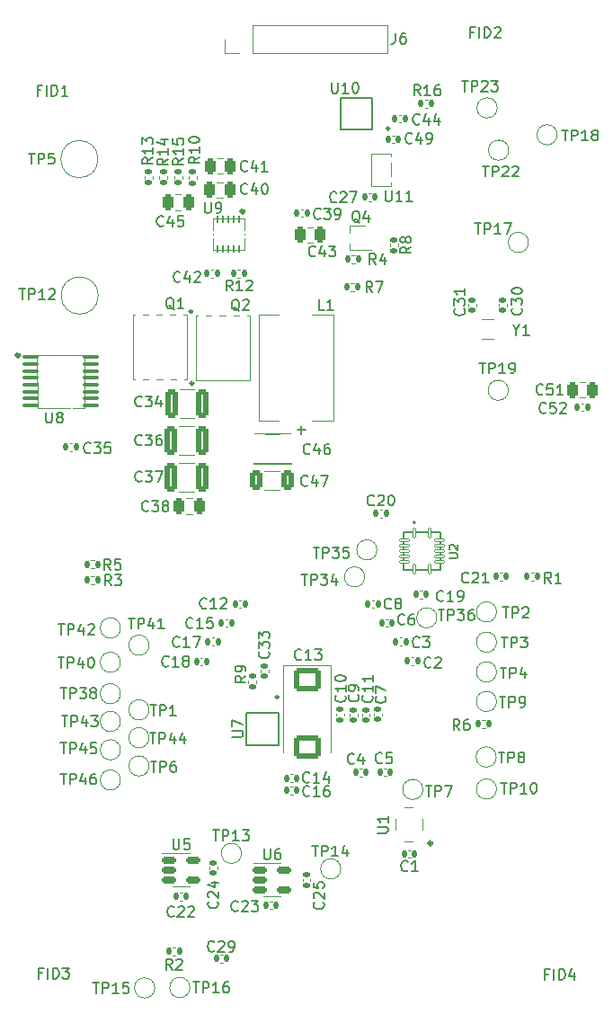
<source format=gbr>
%TF.GenerationSoftware,KiCad,Pcbnew,7.0.10*%
%TF.CreationDate,2024-02-17T13:38:06-05:00*%
%TF.ProjectId,bitaxeUltra,62697461-7865-4556-9c74-72612e6b6963,rev?*%
%TF.SameCoordinates,Original*%
%TF.FileFunction,Legend,Top*%
%TF.FilePolarity,Positive*%
%FSLAX46Y46*%
G04 Gerber Fmt 4.6, Leading zero omitted, Abs format (unit mm)*
G04 Created by KiCad (PCBNEW 7.0.10) date 2024-02-17 13:38:06*
%MOMM*%
%LPD*%
G01*
G04 APERTURE LIST*
G04 Aperture macros list*
%AMRoundRect*
0 Rectangle with rounded corners*
0 $1 Rounding radius*
0 $2 $3 $4 $5 $6 $7 $8 $9 X,Y pos of 4 corners*
0 Add a 4 corners polygon primitive as box body*
4,1,4,$2,$3,$4,$5,$6,$7,$8,$9,$2,$3,0*
0 Add four circle primitives for the rounded corners*
1,1,$1+$1,$2,$3*
1,1,$1+$1,$4,$5*
1,1,$1+$1,$6,$7*
1,1,$1+$1,$8,$9*
0 Add four rect primitives between the rounded corners*
20,1,$1+$1,$2,$3,$4,$5,0*
20,1,$1+$1,$4,$5,$6,$7,0*
20,1,$1+$1,$6,$7,$8,$9,0*
20,1,$1+$1,$8,$9,$2,$3,0*%
%AMFreePoly0*
4,1,45,-0.124646,1.700354,-0.124500,1.700000,-0.124500,1.200500,0.124500,1.200500,0.124500,1.700000,0.124646,1.700354,0.125000,1.700500,0.375000,1.700500,0.375354,1.700354,0.375500,1.700000,0.375500,1.200500,0.825000,1.200500,0.825354,1.200354,0.825500,1.200000,0.825500,-1.200000,0.825354,-1.200354,0.825000,-1.200500,0.375500,-1.200500,0.375500,-1.700000,0.375354,-1.700354,
0.375000,-1.700500,0.125000,-1.700500,0.124646,-1.700354,0.124500,-1.700000,0.124500,-1.200500,-0.124500,-1.200500,-0.124500,-1.700000,-0.124646,-1.700354,-0.125000,-1.700500,-0.375000,-1.700500,-0.375354,-1.700354,-0.375500,-1.700000,-0.375500,-1.200500,-0.825000,-1.200500,-0.825354,-1.200354,-0.825500,-1.200000,-0.825500,1.200000,-0.825354,1.200354,-0.825000,1.200500,-0.375500,1.200500,
-0.375500,1.700000,-0.375354,1.700354,-0.375000,1.700500,-0.125000,1.700500,-0.124646,1.700354,-0.124646,1.700354,$1*%
%AMFreePoly1*
4,1,35,0.005000,-4.560000,0.003536,-4.563536,0.000000,-4.565000,-5.000000,-4.565000,-5.003536,-4.563536,-5.005000,-4.560000,-5.005000,-3.898000,-5.003536,-3.894464,-5.000000,-3.893000,-4.325000,-3.893000,-4.325000,-3.269700,-5.000000,-3.269700,-5.003536,-3.268236,-5.005000,-3.264700,-5.005000,-2.599700,-5.003536,-2.596164,-5.000000,-2.594700,-4.325000,-2.594700,-4.325000,-1.971400,-5.000000,-1.971400,
-5.003536,-1.969936,-5.005000,-1.966400,-5.005000,-1.301400,-5.003536,-1.297864,-5.000000,-1.296400,-4.325000,-1.296400,-4.325000,-0.673100,-5.000000,-0.673100,-5.003536,-0.671636,-5.005000,-0.668100,-5.005000,0.000000,-5.003536,0.003536,-5.000000,0.005000,0.005000,0.005000,0.005000,-4.560000,0.005000,-4.560000,$1*%
G04 Aperture macros list end*
%ADD10C,0.150000*%
%ADD11C,0.120000*%
%ADD12C,0.306982*%
%ADD13C,0.100000*%
%ADD14C,0.310599*%
%ADD15C,0.254165*%
%ADD16C,0.127000*%
%ADD17C,0.200000*%
%ADD18C,0.280227*%
%ADD19C,0.313180*%
%ADD20RoundRect,0.050000X-0.070000X0.250000X-0.070000X-0.250000X0.070000X-0.250000X0.070000X0.250000X0*%
%ADD21C,0.400000*%
%ADD22FreePoly0,270.000000*%
%ADD23RoundRect,0.250000X0.250000X0.475000X-0.250000X0.475000X-0.250000X-0.475000X0.250000X-0.475000X0*%
%ADD24RoundRect,0.140000X0.140000X0.170000X-0.140000X0.170000X-0.140000X-0.170000X0.140000X-0.170000X0*%
%ADD25RoundRect,0.100000X-0.637500X-0.100000X0.637500X-0.100000X0.637500X0.100000X-0.637500X0.100000X0*%
%ADD26RoundRect,0.140000X-0.170000X0.140000X-0.170000X-0.140000X0.170000X-0.140000X0.170000X0.140000X0*%
%ADD27C,2.000000*%
%ADD28RoundRect,0.135000X-0.185000X0.135000X-0.185000X-0.135000X0.185000X-0.135000X0.185000X0.135000X0*%
%ADD29RoundRect,0.135000X0.135000X0.185000X-0.135000X0.185000X-0.135000X-0.185000X0.135000X-0.185000X0*%
%ADD30C,1.500000*%
%ADD31R,0.700000X0.450000*%
%ADD32C,3.000000*%
%ADD33RoundRect,0.250000X-0.250000X-0.475000X0.250000X-0.475000X0.250000X0.475000X-0.250000X0.475000X0*%
%ADD34R,1.168400X1.600200*%
%ADD35RoundRect,0.150000X-0.512500X-0.150000X0.512500X-0.150000X0.512500X0.150000X-0.512500X0.150000X0*%
%ADD36RoundRect,0.140000X-0.140000X-0.170000X0.140000X-0.170000X0.140000X0.170000X-0.140000X0.170000X0*%
%ADD37R,0.400000X1.100000*%
%ADD38C,0.800000*%
%ADD39C,6.000000*%
%ADD40RoundRect,0.140000X0.170000X-0.140000X0.170000X0.140000X-0.170000X0.140000X-0.170000X-0.140000X0*%
%ADD41RoundRect,0.007800X-0.122200X0.442200X-0.122200X-0.442200X0.122200X-0.442200X0.122200X0.442200X0*%
%ADD42RoundRect,0.007800X-0.442200X-0.122200X0.442200X-0.122200X0.442200X0.122200X-0.442200X0.122200X0*%
%ADD43R,2.050000X2.050000*%
%ADD44R,3.100000X2.000000*%
%ADD45RoundRect,0.135000X0.185000X-0.135000X0.185000X0.135000X-0.185000X0.135000X-0.185000X-0.135000X0*%
%ADD46RoundRect,0.135000X-0.135000X-0.185000X0.135000X-0.185000X0.135000X0.185000X-0.135000X0.185000X0*%
%ADD47R,1.100000X0.400000*%
%ADD48R,1.700000X1.700000*%
%ADD49O,1.700000X1.700000*%
%ADD50C,3.500000*%
%ADD51RoundRect,0.250000X-1.025000X0.875000X-1.025000X-0.875000X1.025000X-0.875000X1.025000X0.875000X0*%
%ADD52R,0.700000X0.800000*%
%ADD53FreePoly1,270.000000*%
%ADD54R,1.600000X2.700000*%
%ADD55FreePoly1,90.000000*%
%ADD56RoundRect,0.250000X-0.325000X-1.100000X0.325000X-1.100000X0.325000X1.100000X-0.325000X1.100000X0*%
%ADD57R,1.100000X1.300000*%
%ADD58RoundRect,0.250000X0.325000X0.650000X-0.325000X0.650000X-0.325000X-0.650000X0.325000X-0.650000X0*%
%ADD59R,0.952500X0.558800*%
%ADD60C,1.295400*%
%ADD61C,1.574800*%
%ADD62C,1.700000*%
%ADD63C,0.650000*%
%ADD64O,1.800000X1.000000*%
%ADD65O,2.100000X1.000000*%
%ADD66C,0.990600*%
G04 APERTURE END LIST*
D10*
X95967095Y-66409819D02*
X95967095Y-67219342D01*
X95967095Y-67219342D02*
X96014714Y-67314580D01*
X96014714Y-67314580D02*
X96062333Y-67362200D01*
X96062333Y-67362200D02*
X96157571Y-67409819D01*
X96157571Y-67409819D02*
X96348047Y-67409819D01*
X96348047Y-67409819D02*
X96443285Y-67362200D01*
X96443285Y-67362200D02*
X96490904Y-67314580D01*
X96490904Y-67314580D02*
X96538523Y-67219342D01*
X96538523Y-67219342D02*
X96538523Y-66409819D01*
X97062333Y-67409819D02*
X97252809Y-67409819D01*
X97252809Y-67409819D02*
X97348047Y-67362200D01*
X97348047Y-67362200D02*
X97395666Y-67314580D01*
X97395666Y-67314580D02*
X97490904Y-67171723D01*
X97490904Y-67171723D02*
X97538523Y-66981247D01*
X97538523Y-66981247D02*
X97538523Y-66600295D01*
X97538523Y-66600295D02*
X97490904Y-66505057D01*
X97490904Y-66505057D02*
X97443285Y-66457438D01*
X97443285Y-66457438D02*
X97348047Y-66409819D01*
X97348047Y-66409819D02*
X97157571Y-66409819D01*
X97157571Y-66409819D02*
X97062333Y-66457438D01*
X97062333Y-66457438D02*
X97014714Y-66505057D01*
X97014714Y-66505057D02*
X96967095Y-66600295D01*
X96967095Y-66600295D02*
X96967095Y-66838390D01*
X96967095Y-66838390D02*
X97014714Y-66933628D01*
X97014714Y-66933628D02*
X97062333Y-66981247D01*
X97062333Y-66981247D02*
X97157571Y-67028866D01*
X97157571Y-67028866D02*
X97348047Y-67028866D01*
X97348047Y-67028866D02*
X97443285Y-66981247D01*
X97443285Y-66981247D02*
X97490904Y-66933628D01*
X97490904Y-66933628D02*
X97538523Y-66838390D01*
X106387142Y-71439580D02*
X106339523Y-71487200D01*
X106339523Y-71487200D02*
X106196666Y-71534819D01*
X106196666Y-71534819D02*
X106101428Y-71534819D01*
X106101428Y-71534819D02*
X105958571Y-71487200D01*
X105958571Y-71487200D02*
X105863333Y-71391961D01*
X105863333Y-71391961D02*
X105815714Y-71296723D01*
X105815714Y-71296723D02*
X105768095Y-71106247D01*
X105768095Y-71106247D02*
X105768095Y-70963390D01*
X105768095Y-70963390D02*
X105815714Y-70772914D01*
X105815714Y-70772914D02*
X105863333Y-70677676D01*
X105863333Y-70677676D02*
X105958571Y-70582438D01*
X105958571Y-70582438D02*
X106101428Y-70534819D01*
X106101428Y-70534819D02*
X106196666Y-70534819D01*
X106196666Y-70534819D02*
X106339523Y-70582438D01*
X106339523Y-70582438D02*
X106387142Y-70630057D01*
X107244285Y-70868152D02*
X107244285Y-71534819D01*
X107006190Y-70487200D02*
X106768095Y-71201485D01*
X106768095Y-71201485D02*
X107387142Y-71201485D01*
X107672857Y-70534819D02*
X108291904Y-70534819D01*
X108291904Y-70534819D02*
X107958571Y-70915771D01*
X107958571Y-70915771D02*
X108101428Y-70915771D01*
X108101428Y-70915771D02*
X108196666Y-70963390D01*
X108196666Y-70963390D02*
X108244285Y-71011009D01*
X108244285Y-71011009D02*
X108291904Y-71106247D01*
X108291904Y-71106247D02*
X108291904Y-71344342D01*
X108291904Y-71344342D02*
X108244285Y-71439580D01*
X108244285Y-71439580D02*
X108196666Y-71487200D01*
X108196666Y-71487200D02*
X108101428Y-71534819D01*
X108101428Y-71534819D02*
X107815714Y-71534819D01*
X107815714Y-71534819D02*
X107720476Y-71487200D01*
X107720476Y-71487200D02*
X107672857Y-71439580D01*
X118437142Y-103899580D02*
X118389523Y-103947200D01*
X118389523Y-103947200D02*
X118246666Y-103994819D01*
X118246666Y-103994819D02*
X118151428Y-103994819D01*
X118151428Y-103994819D02*
X118008571Y-103947200D01*
X118008571Y-103947200D02*
X117913333Y-103851961D01*
X117913333Y-103851961D02*
X117865714Y-103756723D01*
X117865714Y-103756723D02*
X117818095Y-103566247D01*
X117818095Y-103566247D02*
X117818095Y-103423390D01*
X117818095Y-103423390D02*
X117865714Y-103232914D01*
X117865714Y-103232914D02*
X117913333Y-103137676D01*
X117913333Y-103137676D02*
X118008571Y-103042438D01*
X118008571Y-103042438D02*
X118151428Y-102994819D01*
X118151428Y-102994819D02*
X118246666Y-102994819D01*
X118246666Y-102994819D02*
X118389523Y-103042438D01*
X118389523Y-103042438D02*
X118437142Y-103090057D01*
X119389523Y-103994819D02*
X118818095Y-103994819D01*
X119103809Y-103994819D02*
X119103809Y-102994819D01*
X119103809Y-102994819D02*
X119008571Y-103137676D01*
X119008571Y-103137676D02*
X118913333Y-103232914D01*
X118913333Y-103232914D02*
X118818095Y-103280533D01*
X119865714Y-103994819D02*
X120056190Y-103994819D01*
X120056190Y-103994819D02*
X120151428Y-103947200D01*
X120151428Y-103947200D02*
X120199047Y-103899580D01*
X120199047Y-103899580D02*
X120294285Y-103756723D01*
X120294285Y-103756723D02*
X120341904Y-103566247D01*
X120341904Y-103566247D02*
X120341904Y-103185295D01*
X120341904Y-103185295D02*
X120294285Y-103090057D01*
X120294285Y-103090057D02*
X120246666Y-103042438D01*
X120246666Y-103042438D02*
X120151428Y-102994819D01*
X120151428Y-102994819D02*
X119960952Y-102994819D01*
X119960952Y-102994819D02*
X119865714Y-103042438D01*
X119865714Y-103042438D02*
X119818095Y-103090057D01*
X119818095Y-103090057D02*
X119770476Y-103185295D01*
X119770476Y-103185295D02*
X119770476Y-103423390D01*
X119770476Y-103423390D02*
X119818095Y-103518628D01*
X119818095Y-103518628D02*
X119865714Y-103566247D01*
X119865714Y-103566247D02*
X119960952Y-103613866D01*
X119960952Y-103613866D02*
X120151428Y-103613866D01*
X120151428Y-103613866D02*
X120246666Y-103566247D01*
X120246666Y-103566247D02*
X120294285Y-103518628D01*
X120294285Y-103518628D02*
X120341904Y-103423390D01*
X81008095Y-86184819D02*
X81008095Y-86994342D01*
X81008095Y-86994342D02*
X81055714Y-87089580D01*
X81055714Y-87089580D02*
X81103333Y-87137200D01*
X81103333Y-87137200D02*
X81198571Y-87184819D01*
X81198571Y-87184819D02*
X81389047Y-87184819D01*
X81389047Y-87184819D02*
X81484285Y-87137200D01*
X81484285Y-87137200D02*
X81531904Y-87089580D01*
X81531904Y-87089580D02*
X81579523Y-86994342D01*
X81579523Y-86994342D02*
X81579523Y-86184819D01*
X82198571Y-86613390D02*
X82103333Y-86565771D01*
X82103333Y-86565771D02*
X82055714Y-86518152D01*
X82055714Y-86518152D02*
X82008095Y-86422914D01*
X82008095Y-86422914D02*
X82008095Y-86375295D01*
X82008095Y-86375295D02*
X82055714Y-86280057D01*
X82055714Y-86280057D02*
X82103333Y-86232438D01*
X82103333Y-86232438D02*
X82198571Y-86184819D01*
X82198571Y-86184819D02*
X82389047Y-86184819D01*
X82389047Y-86184819D02*
X82484285Y-86232438D01*
X82484285Y-86232438D02*
X82531904Y-86280057D01*
X82531904Y-86280057D02*
X82579523Y-86375295D01*
X82579523Y-86375295D02*
X82579523Y-86422914D01*
X82579523Y-86422914D02*
X82531904Y-86518152D01*
X82531904Y-86518152D02*
X82484285Y-86565771D01*
X82484285Y-86565771D02*
X82389047Y-86613390D01*
X82389047Y-86613390D02*
X82198571Y-86613390D01*
X82198571Y-86613390D02*
X82103333Y-86661009D01*
X82103333Y-86661009D02*
X82055714Y-86708628D01*
X82055714Y-86708628D02*
X82008095Y-86803866D01*
X82008095Y-86803866D02*
X82008095Y-86994342D01*
X82008095Y-86994342D02*
X82055714Y-87089580D01*
X82055714Y-87089580D02*
X82103333Y-87137200D01*
X82103333Y-87137200D02*
X82198571Y-87184819D01*
X82198571Y-87184819D02*
X82389047Y-87184819D01*
X82389047Y-87184819D02*
X82484285Y-87137200D01*
X82484285Y-87137200D02*
X82531904Y-87089580D01*
X82531904Y-87089580D02*
X82579523Y-86994342D01*
X82579523Y-86994342D02*
X82579523Y-86803866D01*
X82579523Y-86803866D02*
X82531904Y-86708628D01*
X82531904Y-86708628D02*
X82484285Y-86661009D01*
X82484285Y-86661009D02*
X82389047Y-86613390D01*
X112932380Y-112942666D02*
X112980000Y-112990285D01*
X112980000Y-112990285D02*
X113027619Y-113133142D01*
X113027619Y-113133142D02*
X113027619Y-113228380D01*
X113027619Y-113228380D02*
X112980000Y-113371237D01*
X112980000Y-113371237D02*
X112884761Y-113466475D01*
X112884761Y-113466475D02*
X112789523Y-113514094D01*
X112789523Y-113514094D02*
X112599047Y-113561713D01*
X112599047Y-113561713D02*
X112456190Y-113561713D01*
X112456190Y-113561713D02*
X112265714Y-113514094D01*
X112265714Y-113514094D02*
X112170476Y-113466475D01*
X112170476Y-113466475D02*
X112075238Y-113371237D01*
X112075238Y-113371237D02*
X112027619Y-113228380D01*
X112027619Y-113228380D02*
X112027619Y-113133142D01*
X112027619Y-113133142D02*
X112075238Y-112990285D01*
X112075238Y-112990285D02*
X112122857Y-112942666D01*
X112027619Y-112609332D02*
X112027619Y-111942666D01*
X112027619Y-111942666D02*
X113027619Y-112371237D01*
X121300571Y-50400009D02*
X120967238Y-50400009D01*
X120967238Y-50923819D02*
X120967238Y-49923819D01*
X120967238Y-49923819D02*
X121443428Y-49923819D01*
X121824381Y-50923819D02*
X121824381Y-49923819D01*
X122300571Y-50923819D02*
X122300571Y-49923819D01*
X122300571Y-49923819D02*
X122538666Y-49923819D01*
X122538666Y-49923819D02*
X122681523Y-49971438D01*
X122681523Y-49971438D02*
X122776761Y-50066676D01*
X122776761Y-50066676D02*
X122824380Y-50161914D01*
X122824380Y-50161914D02*
X122871999Y-50352390D01*
X122871999Y-50352390D02*
X122871999Y-50495247D01*
X122871999Y-50495247D02*
X122824380Y-50685723D01*
X122824380Y-50685723D02*
X122776761Y-50780961D01*
X122776761Y-50780961D02*
X122681523Y-50876200D01*
X122681523Y-50876200D02*
X122538666Y-50923819D01*
X122538666Y-50923819D02*
X122300571Y-50923819D01*
X123252952Y-50019057D02*
X123300571Y-49971438D01*
X123300571Y-49971438D02*
X123395809Y-49923819D01*
X123395809Y-49923819D02*
X123633904Y-49923819D01*
X123633904Y-49923819D02*
X123729142Y-49971438D01*
X123729142Y-49971438D02*
X123776761Y-50019057D01*
X123776761Y-50019057D02*
X123824380Y-50114295D01*
X123824380Y-50114295D02*
X123824380Y-50209533D01*
X123824380Y-50209533D02*
X123776761Y-50352390D01*
X123776761Y-50352390D02*
X123205333Y-50923819D01*
X123205333Y-50923819D02*
X123824380Y-50923819D01*
X128330571Y-139104009D02*
X127997238Y-139104009D01*
X127997238Y-139627819D02*
X127997238Y-138627819D01*
X127997238Y-138627819D02*
X128473428Y-138627819D01*
X128854381Y-139627819D02*
X128854381Y-138627819D01*
X129330571Y-139627819D02*
X129330571Y-138627819D01*
X129330571Y-138627819D02*
X129568666Y-138627819D01*
X129568666Y-138627819D02*
X129711523Y-138675438D01*
X129711523Y-138675438D02*
X129806761Y-138770676D01*
X129806761Y-138770676D02*
X129854380Y-138865914D01*
X129854380Y-138865914D02*
X129901999Y-139056390D01*
X129901999Y-139056390D02*
X129901999Y-139199247D01*
X129901999Y-139199247D02*
X129854380Y-139389723D01*
X129854380Y-139389723D02*
X129806761Y-139484961D01*
X129806761Y-139484961D02*
X129711523Y-139580200D01*
X129711523Y-139580200D02*
X129568666Y-139627819D01*
X129568666Y-139627819D02*
X129330571Y-139627819D01*
X130759142Y-138961152D02*
X130759142Y-139627819D01*
X130521047Y-138580200D02*
X130282952Y-139294485D01*
X130282952Y-139294485D02*
X130901999Y-139294485D01*
X91074819Y-62222857D02*
X90598628Y-62556190D01*
X91074819Y-62794285D02*
X90074819Y-62794285D01*
X90074819Y-62794285D02*
X90074819Y-62413333D01*
X90074819Y-62413333D02*
X90122438Y-62318095D01*
X90122438Y-62318095D02*
X90170057Y-62270476D01*
X90170057Y-62270476D02*
X90265295Y-62222857D01*
X90265295Y-62222857D02*
X90408152Y-62222857D01*
X90408152Y-62222857D02*
X90503390Y-62270476D01*
X90503390Y-62270476D02*
X90551009Y-62318095D01*
X90551009Y-62318095D02*
X90598628Y-62413333D01*
X90598628Y-62413333D02*
X90598628Y-62794285D01*
X91074819Y-61270476D02*
X91074819Y-61841904D01*
X91074819Y-61556190D02*
X90074819Y-61556190D01*
X90074819Y-61556190D02*
X90217676Y-61651428D01*
X90217676Y-61651428D02*
X90312914Y-61746666D01*
X90312914Y-61746666D02*
X90360533Y-61841904D01*
X90074819Y-60937142D02*
X90074819Y-60318095D01*
X90074819Y-60318095D02*
X90455771Y-60651428D01*
X90455771Y-60651428D02*
X90455771Y-60508571D01*
X90455771Y-60508571D02*
X90503390Y-60413333D01*
X90503390Y-60413333D02*
X90551009Y-60365714D01*
X90551009Y-60365714D02*
X90646247Y-60318095D01*
X90646247Y-60318095D02*
X90884342Y-60318095D01*
X90884342Y-60318095D02*
X90979580Y-60365714D01*
X90979580Y-60365714D02*
X91027200Y-60413333D01*
X91027200Y-60413333D02*
X91074819Y-60508571D01*
X91074819Y-60508571D02*
X91074819Y-60794285D01*
X91074819Y-60794285D02*
X91027200Y-60889523D01*
X91027200Y-60889523D02*
X90979580Y-60937142D01*
X80654571Y-139000009D02*
X80321238Y-139000009D01*
X80321238Y-139523819D02*
X80321238Y-138523819D01*
X80321238Y-138523819D02*
X80797428Y-138523819D01*
X81178381Y-139523819D02*
X81178381Y-138523819D01*
X81654571Y-139523819D02*
X81654571Y-138523819D01*
X81654571Y-138523819D02*
X81892666Y-138523819D01*
X81892666Y-138523819D02*
X82035523Y-138571438D01*
X82035523Y-138571438D02*
X82130761Y-138666676D01*
X82130761Y-138666676D02*
X82178380Y-138761914D01*
X82178380Y-138761914D02*
X82225999Y-138952390D01*
X82225999Y-138952390D02*
X82225999Y-139095247D01*
X82225999Y-139095247D02*
X82178380Y-139285723D01*
X82178380Y-139285723D02*
X82130761Y-139380961D01*
X82130761Y-139380961D02*
X82035523Y-139476200D01*
X82035523Y-139476200D02*
X81892666Y-139523819D01*
X81892666Y-139523819D02*
X81654571Y-139523819D01*
X82559333Y-138523819D02*
X83178380Y-138523819D01*
X83178380Y-138523819D02*
X82845047Y-138904771D01*
X82845047Y-138904771D02*
X82987904Y-138904771D01*
X82987904Y-138904771D02*
X83083142Y-138952390D01*
X83083142Y-138952390D02*
X83130761Y-139000009D01*
X83130761Y-139000009D02*
X83178380Y-139095247D01*
X83178380Y-139095247D02*
X83178380Y-139333342D01*
X83178380Y-139333342D02*
X83130761Y-139428580D01*
X83130761Y-139428580D02*
X83083142Y-139476200D01*
X83083142Y-139476200D02*
X82987904Y-139523819D01*
X82987904Y-139523819D02*
X82702190Y-139523819D01*
X82702190Y-139523819D02*
X82606952Y-139476200D01*
X82606952Y-139476200D02*
X82559333Y-139428580D01*
X119963333Y-116124819D02*
X119630000Y-115648628D01*
X119391905Y-116124819D02*
X119391905Y-115124819D01*
X119391905Y-115124819D02*
X119772857Y-115124819D01*
X119772857Y-115124819D02*
X119868095Y-115172438D01*
X119868095Y-115172438D02*
X119915714Y-115220057D01*
X119915714Y-115220057D02*
X119963333Y-115315295D01*
X119963333Y-115315295D02*
X119963333Y-115458152D01*
X119963333Y-115458152D02*
X119915714Y-115553390D01*
X119915714Y-115553390D02*
X119868095Y-115601009D01*
X119868095Y-115601009D02*
X119772857Y-115648628D01*
X119772857Y-115648628D02*
X119391905Y-115648628D01*
X120820476Y-115124819D02*
X120630000Y-115124819D01*
X120630000Y-115124819D02*
X120534762Y-115172438D01*
X120534762Y-115172438D02*
X120487143Y-115220057D01*
X120487143Y-115220057D02*
X120391905Y-115362914D01*
X120391905Y-115362914D02*
X120344286Y-115553390D01*
X120344286Y-115553390D02*
X120344286Y-115934342D01*
X120344286Y-115934342D02*
X120391905Y-116029580D01*
X120391905Y-116029580D02*
X120439524Y-116077200D01*
X120439524Y-116077200D02*
X120534762Y-116124819D01*
X120534762Y-116124819D02*
X120725238Y-116124819D01*
X120725238Y-116124819D02*
X120820476Y-116077200D01*
X120820476Y-116077200D02*
X120868095Y-116029580D01*
X120868095Y-116029580D02*
X120915714Y-115934342D01*
X120915714Y-115934342D02*
X120915714Y-115696247D01*
X120915714Y-115696247D02*
X120868095Y-115601009D01*
X120868095Y-115601009D02*
X120820476Y-115553390D01*
X120820476Y-115553390D02*
X120725238Y-115505771D01*
X120725238Y-115505771D02*
X120534762Y-115505771D01*
X120534762Y-115505771D02*
X120439524Y-115553390D01*
X120439524Y-115553390D02*
X120391905Y-115601009D01*
X120391905Y-115601009D02*
X120344286Y-115696247D01*
X115083333Y-129329580D02*
X115035714Y-129377200D01*
X115035714Y-129377200D02*
X114892857Y-129424819D01*
X114892857Y-129424819D02*
X114797619Y-129424819D01*
X114797619Y-129424819D02*
X114654762Y-129377200D01*
X114654762Y-129377200D02*
X114559524Y-129281961D01*
X114559524Y-129281961D02*
X114511905Y-129186723D01*
X114511905Y-129186723D02*
X114464286Y-128996247D01*
X114464286Y-128996247D02*
X114464286Y-128853390D01*
X114464286Y-128853390D02*
X114511905Y-128662914D01*
X114511905Y-128662914D02*
X114559524Y-128567676D01*
X114559524Y-128567676D02*
X114654762Y-128472438D01*
X114654762Y-128472438D02*
X114797619Y-128424819D01*
X114797619Y-128424819D02*
X114892857Y-128424819D01*
X114892857Y-128424819D02*
X115035714Y-128472438D01*
X115035714Y-128472438D02*
X115083333Y-128520057D01*
X116035714Y-129424819D02*
X115464286Y-129424819D01*
X115750000Y-129424819D02*
X115750000Y-128424819D01*
X115750000Y-128424819D02*
X115654762Y-128567676D01*
X115654762Y-128567676D02*
X115559524Y-128662914D01*
X115559524Y-128662914D02*
X115464286Y-128710533D01*
X82361305Y-112154619D02*
X82932733Y-112154619D01*
X82647019Y-113154619D02*
X82647019Y-112154619D01*
X83266067Y-113154619D02*
X83266067Y-112154619D01*
X83266067Y-112154619D02*
X83647019Y-112154619D01*
X83647019Y-112154619D02*
X83742257Y-112202238D01*
X83742257Y-112202238D02*
X83789876Y-112249857D01*
X83789876Y-112249857D02*
X83837495Y-112345095D01*
X83837495Y-112345095D02*
X83837495Y-112487952D01*
X83837495Y-112487952D02*
X83789876Y-112583190D01*
X83789876Y-112583190D02*
X83742257Y-112630809D01*
X83742257Y-112630809D02*
X83647019Y-112678428D01*
X83647019Y-112678428D02*
X83266067Y-112678428D01*
X84170829Y-112154619D02*
X84789876Y-112154619D01*
X84789876Y-112154619D02*
X84456543Y-112535571D01*
X84456543Y-112535571D02*
X84599400Y-112535571D01*
X84599400Y-112535571D02*
X84694638Y-112583190D01*
X84694638Y-112583190D02*
X84742257Y-112630809D01*
X84742257Y-112630809D02*
X84789876Y-112726047D01*
X84789876Y-112726047D02*
X84789876Y-112964142D01*
X84789876Y-112964142D02*
X84742257Y-113059380D01*
X84742257Y-113059380D02*
X84694638Y-113107000D01*
X84694638Y-113107000D02*
X84599400Y-113154619D01*
X84599400Y-113154619D02*
X84313686Y-113154619D01*
X84313686Y-113154619D02*
X84218448Y-113107000D01*
X84218448Y-113107000D02*
X84170829Y-113059380D01*
X85361305Y-112583190D02*
X85266067Y-112535571D01*
X85266067Y-112535571D02*
X85218448Y-112487952D01*
X85218448Y-112487952D02*
X85170829Y-112392714D01*
X85170829Y-112392714D02*
X85170829Y-112345095D01*
X85170829Y-112345095D02*
X85218448Y-112249857D01*
X85218448Y-112249857D02*
X85266067Y-112202238D01*
X85266067Y-112202238D02*
X85361305Y-112154619D01*
X85361305Y-112154619D02*
X85551781Y-112154619D01*
X85551781Y-112154619D02*
X85647019Y-112202238D01*
X85647019Y-112202238D02*
X85694638Y-112249857D01*
X85694638Y-112249857D02*
X85742257Y-112345095D01*
X85742257Y-112345095D02*
X85742257Y-112392714D01*
X85742257Y-112392714D02*
X85694638Y-112487952D01*
X85694638Y-112487952D02*
X85647019Y-112535571D01*
X85647019Y-112535571D02*
X85551781Y-112583190D01*
X85551781Y-112583190D02*
X85361305Y-112583190D01*
X85361305Y-112583190D02*
X85266067Y-112630809D01*
X85266067Y-112630809D02*
X85218448Y-112678428D01*
X85218448Y-112678428D02*
X85170829Y-112773666D01*
X85170829Y-112773666D02*
X85170829Y-112964142D01*
X85170829Y-112964142D02*
X85218448Y-113059380D01*
X85218448Y-113059380D02*
X85266067Y-113107000D01*
X85266067Y-113107000D02*
X85361305Y-113154619D01*
X85361305Y-113154619D02*
X85551781Y-113154619D01*
X85551781Y-113154619D02*
X85647019Y-113107000D01*
X85647019Y-113107000D02*
X85694638Y-113059380D01*
X85694638Y-113059380D02*
X85742257Y-112964142D01*
X85742257Y-112964142D02*
X85742257Y-112773666D01*
X85742257Y-112773666D02*
X85694638Y-112678428D01*
X85694638Y-112678428D02*
X85647019Y-112630809D01*
X85647019Y-112630809D02*
X85551781Y-112583190D01*
X110584761Y-68330057D02*
X110489523Y-68282438D01*
X110489523Y-68282438D02*
X110394285Y-68187200D01*
X110394285Y-68187200D02*
X110251428Y-68044342D01*
X110251428Y-68044342D02*
X110156190Y-67996723D01*
X110156190Y-67996723D02*
X110060952Y-67996723D01*
X110108571Y-68234819D02*
X110013333Y-68187200D01*
X110013333Y-68187200D02*
X109918095Y-68091961D01*
X109918095Y-68091961D02*
X109870476Y-67901485D01*
X109870476Y-67901485D02*
X109870476Y-67568152D01*
X109870476Y-67568152D02*
X109918095Y-67377676D01*
X109918095Y-67377676D02*
X110013333Y-67282438D01*
X110013333Y-67282438D02*
X110108571Y-67234819D01*
X110108571Y-67234819D02*
X110299047Y-67234819D01*
X110299047Y-67234819D02*
X110394285Y-67282438D01*
X110394285Y-67282438D02*
X110489523Y-67377676D01*
X110489523Y-67377676D02*
X110537142Y-67568152D01*
X110537142Y-67568152D02*
X110537142Y-67901485D01*
X110537142Y-67901485D02*
X110489523Y-68091961D01*
X110489523Y-68091961D02*
X110394285Y-68187200D01*
X110394285Y-68187200D02*
X110299047Y-68234819D01*
X110299047Y-68234819D02*
X110108571Y-68234819D01*
X111394285Y-67568152D02*
X111394285Y-68234819D01*
X111156190Y-67187200D02*
X110918095Y-67901485D01*
X110918095Y-67901485D02*
X111537142Y-67901485D01*
X99974142Y-63404380D02*
X99926523Y-63452000D01*
X99926523Y-63452000D02*
X99783666Y-63499619D01*
X99783666Y-63499619D02*
X99688428Y-63499619D01*
X99688428Y-63499619D02*
X99545571Y-63452000D01*
X99545571Y-63452000D02*
X99450333Y-63356761D01*
X99450333Y-63356761D02*
X99402714Y-63261523D01*
X99402714Y-63261523D02*
X99355095Y-63071047D01*
X99355095Y-63071047D02*
X99355095Y-62928190D01*
X99355095Y-62928190D02*
X99402714Y-62737714D01*
X99402714Y-62737714D02*
X99450333Y-62642476D01*
X99450333Y-62642476D02*
X99545571Y-62547238D01*
X99545571Y-62547238D02*
X99688428Y-62499619D01*
X99688428Y-62499619D02*
X99783666Y-62499619D01*
X99783666Y-62499619D02*
X99926523Y-62547238D01*
X99926523Y-62547238D02*
X99974142Y-62594857D01*
X100831285Y-62832952D02*
X100831285Y-63499619D01*
X100593190Y-62452000D02*
X100355095Y-63166285D01*
X100355095Y-63166285D02*
X100974142Y-63166285D01*
X101878904Y-63499619D02*
X101307476Y-63499619D01*
X101593190Y-63499619D02*
X101593190Y-62499619D01*
X101593190Y-62499619D02*
X101497952Y-62642476D01*
X101497952Y-62642476D02*
X101402714Y-62737714D01*
X101402714Y-62737714D02*
X101307476Y-62785333D01*
X121819905Y-81533819D02*
X122391333Y-81533819D01*
X122105619Y-82533819D02*
X122105619Y-81533819D01*
X122724667Y-82533819D02*
X122724667Y-81533819D01*
X122724667Y-81533819D02*
X123105619Y-81533819D01*
X123105619Y-81533819D02*
X123200857Y-81581438D01*
X123200857Y-81581438D02*
X123248476Y-81629057D01*
X123248476Y-81629057D02*
X123296095Y-81724295D01*
X123296095Y-81724295D02*
X123296095Y-81867152D01*
X123296095Y-81867152D02*
X123248476Y-81962390D01*
X123248476Y-81962390D02*
X123200857Y-82010009D01*
X123200857Y-82010009D02*
X123105619Y-82057628D01*
X123105619Y-82057628D02*
X122724667Y-82057628D01*
X124248476Y-82533819D02*
X123677048Y-82533819D01*
X123962762Y-82533819D02*
X123962762Y-81533819D01*
X123962762Y-81533819D02*
X123867524Y-81676676D01*
X123867524Y-81676676D02*
X123772286Y-81771914D01*
X123772286Y-81771914D02*
X123677048Y-81819533D01*
X124724667Y-82533819D02*
X124915143Y-82533819D01*
X124915143Y-82533819D02*
X125010381Y-82486200D01*
X125010381Y-82486200D02*
X125058000Y-82438580D01*
X125058000Y-82438580D02*
X125153238Y-82295723D01*
X125153238Y-82295723D02*
X125200857Y-82105247D01*
X125200857Y-82105247D02*
X125200857Y-81724295D01*
X125200857Y-81724295D02*
X125153238Y-81629057D01*
X125153238Y-81629057D02*
X125105619Y-81581438D01*
X125105619Y-81581438D02*
X125010381Y-81533819D01*
X125010381Y-81533819D02*
X124819905Y-81533819D01*
X124819905Y-81533819D02*
X124724667Y-81581438D01*
X124724667Y-81581438D02*
X124677048Y-81629057D01*
X124677048Y-81629057D02*
X124629429Y-81724295D01*
X124629429Y-81724295D02*
X124629429Y-81962390D01*
X124629429Y-81962390D02*
X124677048Y-82057628D01*
X124677048Y-82057628D02*
X124724667Y-82105247D01*
X124724667Y-82105247D02*
X124819905Y-82152866D01*
X124819905Y-82152866D02*
X125010381Y-82152866D01*
X125010381Y-82152866D02*
X125105619Y-82105247D01*
X125105619Y-82105247D02*
X125153238Y-82057628D01*
X125153238Y-82057628D02*
X125200857Y-81962390D01*
X115394819Y-70606666D02*
X114918628Y-70939999D01*
X115394819Y-71178094D02*
X114394819Y-71178094D01*
X114394819Y-71178094D02*
X114394819Y-70797142D01*
X114394819Y-70797142D02*
X114442438Y-70701904D01*
X114442438Y-70701904D02*
X114490057Y-70654285D01*
X114490057Y-70654285D02*
X114585295Y-70606666D01*
X114585295Y-70606666D02*
X114728152Y-70606666D01*
X114728152Y-70606666D02*
X114823390Y-70654285D01*
X114823390Y-70654285D02*
X114871009Y-70701904D01*
X114871009Y-70701904D02*
X114918628Y-70797142D01*
X114918628Y-70797142D02*
X114918628Y-71178094D01*
X114823390Y-70035237D02*
X114775771Y-70130475D01*
X114775771Y-70130475D02*
X114728152Y-70178094D01*
X114728152Y-70178094D02*
X114632914Y-70225713D01*
X114632914Y-70225713D02*
X114585295Y-70225713D01*
X114585295Y-70225713D02*
X114490057Y-70178094D01*
X114490057Y-70178094D02*
X114442438Y-70130475D01*
X114442438Y-70130475D02*
X114394819Y-70035237D01*
X114394819Y-70035237D02*
X114394819Y-69844761D01*
X114394819Y-69844761D02*
X114442438Y-69749523D01*
X114442438Y-69749523D02*
X114490057Y-69701904D01*
X114490057Y-69701904D02*
X114585295Y-69654285D01*
X114585295Y-69654285D02*
X114632914Y-69654285D01*
X114632914Y-69654285D02*
X114728152Y-69701904D01*
X114728152Y-69701904D02*
X114775771Y-69749523D01*
X114775771Y-69749523D02*
X114823390Y-69844761D01*
X114823390Y-69844761D02*
X114823390Y-70035237D01*
X114823390Y-70035237D02*
X114871009Y-70130475D01*
X114871009Y-70130475D02*
X114918628Y-70178094D01*
X114918628Y-70178094D02*
X115013866Y-70225713D01*
X115013866Y-70225713D02*
X115204342Y-70225713D01*
X115204342Y-70225713D02*
X115299580Y-70178094D01*
X115299580Y-70178094D02*
X115347200Y-70130475D01*
X115347200Y-70130475D02*
X115394819Y-70035237D01*
X115394819Y-70035237D02*
X115394819Y-69844761D01*
X115394819Y-69844761D02*
X115347200Y-69749523D01*
X115347200Y-69749523D02*
X115299580Y-69701904D01*
X115299580Y-69701904D02*
X115204342Y-69654285D01*
X115204342Y-69654285D02*
X115013866Y-69654285D01*
X115013866Y-69654285D02*
X114918628Y-69701904D01*
X114918628Y-69701904D02*
X114871009Y-69749523D01*
X114871009Y-69749523D02*
X114823390Y-69844761D01*
X116173333Y-108249580D02*
X116125714Y-108297200D01*
X116125714Y-108297200D02*
X115982857Y-108344819D01*
X115982857Y-108344819D02*
X115887619Y-108344819D01*
X115887619Y-108344819D02*
X115744762Y-108297200D01*
X115744762Y-108297200D02*
X115649524Y-108201961D01*
X115649524Y-108201961D02*
X115601905Y-108106723D01*
X115601905Y-108106723D02*
X115554286Y-107916247D01*
X115554286Y-107916247D02*
X115554286Y-107773390D01*
X115554286Y-107773390D02*
X115601905Y-107582914D01*
X115601905Y-107582914D02*
X115649524Y-107487676D01*
X115649524Y-107487676D02*
X115744762Y-107392438D01*
X115744762Y-107392438D02*
X115887619Y-107344819D01*
X115887619Y-107344819D02*
X115982857Y-107344819D01*
X115982857Y-107344819D02*
X116125714Y-107392438D01*
X116125714Y-107392438D02*
X116173333Y-107440057D01*
X116506667Y-107344819D02*
X117125714Y-107344819D01*
X117125714Y-107344819D02*
X116792381Y-107725771D01*
X116792381Y-107725771D02*
X116935238Y-107725771D01*
X116935238Y-107725771D02*
X117030476Y-107773390D01*
X117030476Y-107773390D02*
X117078095Y-107821009D01*
X117078095Y-107821009D02*
X117125714Y-107916247D01*
X117125714Y-107916247D02*
X117125714Y-108154342D01*
X117125714Y-108154342D02*
X117078095Y-108249580D01*
X117078095Y-108249580D02*
X117030476Y-108297200D01*
X117030476Y-108297200D02*
X116935238Y-108344819D01*
X116935238Y-108344819D02*
X116649524Y-108344819D01*
X116649524Y-108344819D02*
X116554286Y-108297200D01*
X116554286Y-108297200D02*
X116506667Y-108249580D01*
X87101333Y-101023819D02*
X86768000Y-100547628D01*
X86529905Y-101023819D02*
X86529905Y-100023819D01*
X86529905Y-100023819D02*
X86910857Y-100023819D01*
X86910857Y-100023819D02*
X87006095Y-100071438D01*
X87006095Y-100071438D02*
X87053714Y-100119057D01*
X87053714Y-100119057D02*
X87101333Y-100214295D01*
X87101333Y-100214295D02*
X87101333Y-100357152D01*
X87101333Y-100357152D02*
X87053714Y-100452390D01*
X87053714Y-100452390D02*
X87006095Y-100500009D01*
X87006095Y-100500009D02*
X86910857Y-100547628D01*
X86910857Y-100547628D02*
X86529905Y-100547628D01*
X88006095Y-100023819D02*
X87529905Y-100023819D01*
X87529905Y-100023819D02*
X87482286Y-100500009D01*
X87482286Y-100500009D02*
X87529905Y-100452390D01*
X87529905Y-100452390D02*
X87625143Y-100404771D01*
X87625143Y-100404771D02*
X87863238Y-100404771D01*
X87863238Y-100404771D02*
X87958476Y-100452390D01*
X87958476Y-100452390D02*
X88006095Y-100500009D01*
X88006095Y-100500009D02*
X88053714Y-100595247D01*
X88053714Y-100595247D02*
X88053714Y-100833342D01*
X88053714Y-100833342D02*
X88006095Y-100928580D01*
X88006095Y-100928580D02*
X87958476Y-100976200D01*
X87958476Y-100976200D02*
X87863238Y-101023819D01*
X87863238Y-101023819D02*
X87625143Y-101023819D01*
X87625143Y-101023819D02*
X87529905Y-100976200D01*
X87529905Y-100976200D02*
X87482286Y-100928580D01*
X90637142Y-95439580D02*
X90589523Y-95487200D01*
X90589523Y-95487200D02*
X90446666Y-95534819D01*
X90446666Y-95534819D02*
X90351428Y-95534819D01*
X90351428Y-95534819D02*
X90208571Y-95487200D01*
X90208571Y-95487200D02*
X90113333Y-95391961D01*
X90113333Y-95391961D02*
X90065714Y-95296723D01*
X90065714Y-95296723D02*
X90018095Y-95106247D01*
X90018095Y-95106247D02*
X90018095Y-94963390D01*
X90018095Y-94963390D02*
X90065714Y-94772914D01*
X90065714Y-94772914D02*
X90113333Y-94677676D01*
X90113333Y-94677676D02*
X90208571Y-94582438D01*
X90208571Y-94582438D02*
X90351428Y-94534819D01*
X90351428Y-94534819D02*
X90446666Y-94534819D01*
X90446666Y-94534819D02*
X90589523Y-94582438D01*
X90589523Y-94582438D02*
X90637142Y-94630057D01*
X90970476Y-94534819D02*
X91589523Y-94534819D01*
X91589523Y-94534819D02*
X91256190Y-94915771D01*
X91256190Y-94915771D02*
X91399047Y-94915771D01*
X91399047Y-94915771D02*
X91494285Y-94963390D01*
X91494285Y-94963390D02*
X91541904Y-95011009D01*
X91541904Y-95011009D02*
X91589523Y-95106247D01*
X91589523Y-95106247D02*
X91589523Y-95344342D01*
X91589523Y-95344342D02*
X91541904Y-95439580D01*
X91541904Y-95439580D02*
X91494285Y-95487200D01*
X91494285Y-95487200D02*
X91399047Y-95534819D01*
X91399047Y-95534819D02*
X91113333Y-95534819D01*
X91113333Y-95534819D02*
X91018095Y-95487200D01*
X91018095Y-95487200D02*
X90970476Y-95439580D01*
X92160952Y-94963390D02*
X92065714Y-94915771D01*
X92065714Y-94915771D02*
X92018095Y-94868152D01*
X92018095Y-94868152D02*
X91970476Y-94772914D01*
X91970476Y-94772914D02*
X91970476Y-94725295D01*
X91970476Y-94725295D02*
X92018095Y-94630057D01*
X92018095Y-94630057D02*
X92065714Y-94582438D01*
X92065714Y-94582438D02*
X92160952Y-94534819D01*
X92160952Y-94534819D02*
X92351428Y-94534819D01*
X92351428Y-94534819D02*
X92446666Y-94582438D01*
X92446666Y-94582438D02*
X92494285Y-94630057D01*
X92494285Y-94630057D02*
X92541904Y-94725295D01*
X92541904Y-94725295D02*
X92541904Y-94772914D01*
X92541904Y-94772914D02*
X92494285Y-94868152D01*
X92494285Y-94868152D02*
X92446666Y-94915771D01*
X92446666Y-94915771D02*
X92351428Y-94963390D01*
X92351428Y-94963390D02*
X92160952Y-94963390D01*
X92160952Y-94963390D02*
X92065714Y-95011009D01*
X92065714Y-95011009D02*
X92018095Y-95058628D01*
X92018095Y-95058628D02*
X91970476Y-95153866D01*
X91970476Y-95153866D02*
X91970476Y-95344342D01*
X91970476Y-95344342D02*
X92018095Y-95439580D01*
X92018095Y-95439580D02*
X92065714Y-95487200D01*
X92065714Y-95487200D02*
X92160952Y-95534819D01*
X92160952Y-95534819D02*
X92351428Y-95534819D01*
X92351428Y-95534819D02*
X92446666Y-95487200D01*
X92446666Y-95487200D02*
X92494285Y-95439580D01*
X92494285Y-95439580D02*
X92541904Y-95344342D01*
X92541904Y-95344342D02*
X92541904Y-95153866D01*
X92541904Y-95153866D02*
X92494285Y-95058628D01*
X92494285Y-95058628D02*
X92446666Y-95011009D01*
X92446666Y-95011009D02*
X92351428Y-94963390D01*
X106186905Y-98901040D02*
X106758333Y-98901040D01*
X106472619Y-99901040D02*
X106472619Y-98901040D01*
X107091667Y-99901040D02*
X107091667Y-98901040D01*
X107091667Y-98901040D02*
X107472619Y-98901040D01*
X107472619Y-98901040D02*
X107567857Y-98948659D01*
X107567857Y-98948659D02*
X107615476Y-98996278D01*
X107615476Y-98996278D02*
X107663095Y-99091516D01*
X107663095Y-99091516D02*
X107663095Y-99234373D01*
X107663095Y-99234373D02*
X107615476Y-99329611D01*
X107615476Y-99329611D02*
X107567857Y-99377230D01*
X107567857Y-99377230D02*
X107472619Y-99424849D01*
X107472619Y-99424849D02*
X107091667Y-99424849D01*
X107996429Y-98901040D02*
X108615476Y-98901040D01*
X108615476Y-98901040D02*
X108282143Y-99281992D01*
X108282143Y-99281992D02*
X108425000Y-99281992D01*
X108425000Y-99281992D02*
X108520238Y-99329611D01*
X108520238Y-99329611D02*
X108567857Y-99377230D01*
X108567857Y-99377230D02*
X108615476Y-99472468D01*
X108615476Y-99472468D02*
X108615476Y-99710563D01*
X108615476Y-99710563D02*
X108567857Y-99805801D01*
X108567857Y-99805801D02*
X108520238Y-99853421D01*
X108520238Y-99853421D02*
X108425000Y-99901040D01*
X108425000Y-99901040D02*
X108139286Y-99901040D01*
X108139286Y-99901040D02*
X108044048Y-99853421D01*
X108044048Y-99853421D02*
X107996429Y-99805801D01*
X109520238Y-98901040D02*
X109044048Y-98901040D01*
X109044048Y-98901040D02*
X108996429Y-99377230D01*
X108996429Y-99377230D02*
X109044048Y-99329611D01*
X109044048Y-99329611D02*
X109139286Y-99281992D01*
X109139286Y-99281992D02*
X109377381Y-99281992D01*
X109377381Y-99281992D02*
X109472619Y-99329611D01*
X109472619Y-99329611D02*
X109520238Y-99377230D01*
X109520238Y-99377230D02*
X109567857Y-99472468D01*
X109567857Y-99472468D02*
X109567857Y-99710563D01*
X109567857Y-99710563D02*
X109520238Y-99805801D01*
X109520238Y-99805801D02*
X109472619Y-99853421D01*
X109472619Y-99853421D02*
X109377381Y-99901040D01*
X109377381Y-99901040D02*
X109139286Y-99901040D01*
X109139286Y-99901040D02*
X109044048Y-99853421D01*
X109044048Y-99853421D02*
X108996429Y-99805801D01*
X107109580Y-132352857D02*
X107157200Y-132400476D01*
X107157200Y-132400476D02*
X107204819Y-132543333D01*
X107204819Y-132543333D02*
X107204819Y-132638571D01*
X107204819Y-132638571D02*
X107157200Y-132781428D01*
X107157200Y-132781428D02*
X107061961Y-132876666D01*
X107061961Y-132876666D02*
X106966723Y-132924285D01*
X106966723Y-132924285D02*
X106776247Y-132971904D01*
X106776247Y-132971904D02*
X106633390Y-132971904D01*
X106633390Y-132971904D02*
X106442914Y-132924285D01*
X106442914Y-132924285D02*
X106347676Y-132876666D01*
X106347676Y-132876666D02*
X106252438Y-132781428D01*
X106252438Y-132781428D02*
X106204819Y-132638571D01*
X106204819Y-132638571D02*
X106204819Y-132543333D01*
X106204819Y-132543333D02*
X106252438Y-132400476D01*
X106252438Y-132400476D02*
X106300057Y-132352857D01*
X106300057Y-131971904D02*
X106252438Y-131924285D01*
X106252438Y-131924285D02*
X106204819Y-131829047D01*
X106204819Y-131829047D02*
X106204819Y-131590952D01*
X106204819Y-131590952D02*
X106252438Y-131495714D01*
X106252438Y-131495714D02*
X106300057Y-131448095D01*
X106300057Y-131448095D02*
X106395295Y-131400476D01*
X106395295Y-131400476D02*
X106490533Y-131400476D01*
X106490533Y-131400476D02*
X106633390Y-131448095D01*
X106633390Y-131448095D02*
X107204819Y-132019523D01*
X107204819Y-132019523D02*
X107204819Y-131400476D01*
X106204819Y-130495714D02*
X106204819Y-130971904D01*
X106204819Y-130971904D02*
X106681009Y-131019523D01*
X106681009Y-131019523D02*
X106633390Y-130971904D01*
X106633390Y-130971904D02*
X106585771Y-130876666D01*
X106585771Y-130876666D02*
X106585771Y-130638571D01*
X106585771Y-130638571D02*
X106633390Y-130543333D01*
X106633390Y-130543333D02*
X106681009Y-130495714D01*
X106681009Y-130495714D02*
X106776247Y-130448095D01*
X106776247Y-130448095D02*
X107014342Y-130448095D01*
X107014342Y-130448095D02*
X107109580Y-130495714D01*
X107109580Y-130495714D02*
X107157200Y-130543333D01*
X107157200Y-130543333D02*
X107204819Y-130638571D01*
X107204819Y-130638571D02*
X107204819Y-130876666D01*
X107204819Y-130876666D02*
X107157200Y-130971904D01*
X107157200Y-130971904D02*
X107109580Y-131019523D01*
X92067142Y-68599580D02*
X92019523Y-68647200D01*
X92019523Y-68647200D02*
X91876666Y-68694819D01*
X91876666Y-68694819D02*
X91781428Y-68694819D01*
X91781428Y-68694819D02*
X91638571Y-68647200D01*
X91638571Y-68647200D02*
X91543333Y-68551961D01*
X91543333Y-68551961D02*
X91495714Y-68456723D01*
X91495714Y-68456723D02*
X91448095Y-68266247D01*
X91448095Y-68266247D02*
X91448095Y-68123390D01*
X91448095Y-68123390D02*
X91495714Y-67932914D01*
X91495714Y-67932914D02*
X91543333Y-67837676D01*
X91543333Y-67837676D02*
X91638571Y-67742438D01*
X91638571Y-67742438D02*
X91781428Y-67694819D01*
X91781428Y-67694819D02*
X91876666Y-67694819D01*
X91876666Y-67694819D02*
X92019523Y-67742438D01*
X92019523Y-67742438D02*
X92067142Y-67790057D01*
X92924285Y-68028152D02*
X92924285Y-68694819D01*
X92686190Y-67647200D02*
X92448095Y-68361485D01*
X92448095Y-68361485D02*
X93067142Y-68361485D01*
X93924285Y-67694819D02*
X93448095Y-67694819D01*
X93448095Y-67694819D02*
X93400476Y-68171009D01*
X93400476Y-68171009D02*
X93448095Y-68123390D01*
X93448095Y-68123390D02*
X93543333Y-68075771D01*
X93543333Y-68075771D02*
X93781428Y-68075771D01*
X93781428Y-68075771D02*
X93876666Y-68123390D01*
X93876666Y-68123390D02*
X93924285Y-68171009D01*
X93924285Y-68171009D02*
X93971904Y-68266247D01*
X93971904Y-68266247D02*
X93971904Y-68504342D01*
X93971904Y-68504342D02*
X93924285Y-68599580D01*
X93924285Y-68599580D02*
X93876666Y-68647200D01*
X93876666Y-68647200D02*
X93781428Y-68694819D01*
X93781428Y-68694819D02*
X93543333Y-68694819D01*
X93543333Y-68694819D02*
X93448095Y-68647200D01*
X93448095Y-68647200D02*
X93400476Y-68599580D01*
X125313809Y-78448628D02*
X125313809Y-78924819D01*
X124980476Y-77924819D02*
X125313809Y-78448628D01*
X125313809Y-78448628D02*
X125647142Y-77924819D01*
X126504285Y-78924819D02*
X125932857Y-78924819D01*
X126218571Y-78924819D02*
X126218571Y-77924819D01*
X126218571Y-77924819D02*
X126123333Y-78067676D01*
X126123333Y-78067676D02*
X126028095Y-78162914D01*
X126028095Y-78162914D02*
X125932857Y-78210533D01*
X94869105Y-139860219D02*
X95440533Y-139860219D01*
X95154819Y-140860219D02*
X95154819Y-139860219D01*
X95773867Y-140860219D02*
X95773867Y-139860219D01*
X95773867Y-139860219D02*
X96154819Y-139860219D01*
X96154819Y-139860219D02*
X96250057Y-139907838D01*
X96250057Y-139907838D02*
X96297676Y-139955457D01*
X96297676Y-139955457D02*
X96345295Y-140050695D01*
X96345295Y-140050695D02*
X96345295Y-140193552D01*
X96345295Y-140193552D02*
X96297676Y-140288790D01*
X96297676Y-140288790D02*
X96250057Y-140336409D01*
X96250057Y-140336409D02*
X96154819Y-140384028D01*
X96154819Y-140384028D02*
X95773867Y-140384028D01*
X97297676Y-140860219D02*
X96726248Y-140860219D01*
X97011962Y-140860219D02*
X97011962Y-139860219D01*
X97011962Y-139860219D02*
X96916724Y-140003076D01*
X96916724Y-140003076D02*
X96821486Y-140098314D01*
X96821486Y-140098314D02*
X96726248Y-140145933D01*
X98154819Y-139860219D02*
X97964343Y-139860219D01*
X97964343Y-139860219D02*
X97869105Y-139907838D01*
X97869105Y-139907838D02*
X97821486Y-139955457D01*
X97821486Y-139955457D02*
X97726248Y-140098314D01*
X97726248Y-140098314D02*
X97678629Y-140288790D01*
X97678629Y-140288790D02*
X97678629Y-140669742D01*
X97678629Y-140669742D02*
X97726248Y-140764980D01*
X97726248Y-140764980D02*
X97773867Y-140812600D01*
X97773867Y-140812600D02*
X97869105Y-140860219D01*
X97869105Y-140860219D02*
X98059581Y-140860219D01*
X98059581Y-140860219D02*
X98154819Y-140812600D01*
X98154819Y-140812600D02*
X98202438Y-140764980D01*
X98202438Y-140764980D02*
X98250057Y-140669742D01*
X98250057Y-140669742D02*
X98250057Y-140431647D01*
X98250057Y-140431647D02*
X98202438Y-140336409D01*
X98202438Y-140336409D02*
X98154819Y-140288790D01*
X98154819Y-140288790D02*
X98059581Y-140241171D01*
X98059581Y-140241171D02*
X97869105Y-140241171D01*
X97869105Y-140241171D02*
X97773867Y-140288790D01*
X97773867Y-140288790D02*
X97726248Y-140336409D01*
X97726248Y-140336409D02*
X97678629Y-140431647D01*
X85424105Y-139900419D02*
X85995533Y-139900419D01*
X85709819Y-140900419D02*
X85709819Y-139900419D01*
X86328867Y-140900419D02*
X86328867Y-139900419D01*
X86328867Y-139900419D02*
X86709819Y-139900419D01*
X86709819Y-139900419D02*
X86805057Y-139948038D01*
X86805057Y-139948038D02*
X86852676Y-139995657D01*
X86852676Y-139995657D02*
X86900295Y-140090895D01*
X86900295Y-140090895D02*
X86900295Y-140233752D01*
X86900295Y-140233752D02*
X86852676Y-140328990D01*
X86852676Y-140328990D02*
X86805057Y-140376609D01*
X86805057Y-140376609D02*
X86709819Y-140424228D01*
X86709819Y-140424228D02*
X86328867Y-140424228D01*
X87852676Y-140900419D02*
X87281248Y-140900419D01*
X87566962Y-140900419D02*
X87566962Y-139900419D01*
X87566962Y-139900419D02*
X87471724Y-140043276D01*
X87471724Y-140043276D02*
X87376486Y-140138514D01*
X87376486Y-140138514D02*
X87281248Y-140186133D01*
X88757438Y-139900419D02*
X88281248Y-139900419D01*
X88281248Y-139900419D02*
X88233629Y-140376609D01*
X88233629Y-140376609D02*
X88281248Y-140328990D01*
X88281248Y-140328990D02*
X88376486Y-140281371D01*
X88376486Y-140281371D02*
X88614581Y-140281371D01*
X88614581Y-140281371D02*
X88709819Y-140328990D01*
X88709819Y-140328990D02*
X88757438Y-140376609D01*
X88757438Y-140376609D02*
X88805057Y-140471847D01*
X88805057Y-140471847D02*
X88805057Y-140709942D01*
X88805057Y-140709942D02*
X88757438Y-140805180D01*
X88757438Y-140805180D02*
X88709819Y-140852800D01*
X88709819Y-140852800D02*
X88614581Y-140900419D01*
X88614581Y-140900419D02*
X88376486Y-140900419D01*
X88376486Y-140900419D02*
X88281248Y-140852800D01*
X88281248Y-140852800D02*
X88233629Y-140805180D01*
X92991095Y-126362819D02*
X92991095Y-127172342D01*
X92991095Y-127172342D02*
X93038714Y-127267580D01*
X93038714Y-127267580D02*
X93086333Y-127315200D01*
X93086333Y-127315200D02*
X93181571Y-127362819D01*
X93181571Y-127362819D02*
X93372047Y-127362819D01*
X93372047Y-127362819D02*
X93467285Y-127315200D01*
X93467285Y-127315200D02*
X93514904Y-127267580D01*
X93514904Y-127267580D02*
X93562523Y-127172342D01*
X93562523Y-127172342D02*
X93562523Y-126362819D01*
X94514904Y-126362819D02*
X94038714Y-126362819D01*
X94038714Y-126362819D02*
X93991095Y-126839009D01*
X93991095Y-126839009D02*
X94038714Y-126791390D01*
X94038714Y-126791390D02*
X94133952Y-126743771D01*
X94133952Y-126743771D02*
X94372047Y-126743771D01*
X94372047Y-126743771D02*
X94467285Y-126791390D01*
X94467285Y-126791390D02*
X94514904Y-126839009D01*
X94514904Y-126839009D02*
X94562523Y-126934247D01*
X94562523Y-126934247D02*
X94562523Y-127172342D01*
X94562523Y-127172342D02*
X94514904Y-127267580D01*
X94514904Y-127267580D02*
X94467285Y-127315200D01*
X94467285Y-127315200D02*
X94372047Y-127362819D01*
X94372047Y-127362819D02*
X94133952Y-127362819D01*
X94133952Y-127362819D02*
X94038714Y-127315200D01*
X94038714Y-127315200D02*
X93991095Y-127267580D01*
X127807142Y-84449580D02*
X127759523Y-84497200D01*
X127759523Y-84497200D02*
X127616666Y-84544819D01*
X127616666Y-84544819D02*
X127521428Y-84544819D01*
X127521428Y-84544819D02*
X127378571Y-84497200D01*
X127378571Y-84497200D02*
X127283333Y-84401961D01*
X127283333Y-84401961D02*
X127235714Y-84306723D01*
X127235714Y-84306723D02*
X127188095Y-84116247D01*
X127188095Y-84116247D02*
X127188095Y-83973390D01*
X127188095Y-83973390D02*
X127235714Y-83782914D01*
X127235714Y-83782914D02*
X127283333Y-83687676D01*
X127283333Y-83687676D02*
X127378571Y-83592438D01*
X127378571Y-83592438D02*
X127521428Y-83544819D01*
X127521428Y-83544819D02*
X127616666Y-83544819D01*
X127616666Y-83544819D02*
X127759523Y-83592438D01*
X127759523Y-83592438D02*
X127807142Y-83640057D01*
X128711904Y-83544819D02*
X128235714Y-83544819D01*
X128235714Y-83544819D02*
X128188095Y-84021009D01*
X128188095Y-84021009D02*
X128235714Y-83973390D01*
X128235714Y-83973390D02*
X128330952Y-83925771D01*
X128330952Y-83925771D02*
X128569047Y-83925771D01*
X128569047Y-83925771D02*
X128664285Y-83973390D01*
X128664285Y-83973390D02*
X128711904Y-84021009D01*
X128711904Y-84021009D02*
X128759523Y-84116247D01*
X128759523Y-84116247D02*
X128759523Y-84354342D01*
X128759523Y-84354342D02*
X128711904Y-84449580D01*
X128711904Y-84449580D02*
X128664285Y-84497200D01*
X128664285Y-84497200D02*
X128569047Y-84544819D01*
X128569047Y-84544819D02*
X128330952Y-84544819D01*
X128330952Y-84544819D02*
X128235714Y-84497200D01*
X128235714Y-84497200D02*
X128188095Y-84449580D01*
X129711904Y-84544819D02*
X129140476Y-84544819D01*
X129426190Y-84544819D02*
X129426190Y-83544819D01*
X129426190Y-83544819D02*
X129330952Y-83687676D01*
X129330952Y-83687676D02*
X129235714Y-83782914D01*
X129235714Y-83782914D02*
X129140476Y-83830533D01*
X123638095Y-118194819D02*
X124209523Y-118194819D01*
X123923809Y-119194819D02*
X123923809Y-118194819D01*
X124542857Y-119194819D02*
X124542857Y-118194819D01*
X124542857Y-118194819D02*
X124923809Y-118194819D01*
X124923809Y-118194819D02*
X125019047Y-118242438D01*
X125019047Y-118242438D02*
X125066666Y-118290057D01*
X125066666Y-118290057D02*
X125114285Y-118385295D01*
X125114285Y-118385295D02*
X125114285Y-118528152D01*
X125114285Y-118528152D02*
X125066666Y-118623390D01*
X125066666Y-118623390D02*
X125019047Y-118671009D01*
X125019047Y-118671009D02*
X124923809Y-118718628D01*
X124923809Y-118718628D02*
X124542857Y-118718628D01*
X125685714Y-118623390D02*
X125590476Y-118575771D01*
X125590476Y-118575771D02*
X125542857Y-118528152D01*
X125542857Y-118528152D02*
X125495238Y-118432914D01*
X125495238Y-118432914D02*
X125495238Y-118385295D01*
X125495238Y-118385295D02*
X125542857Y-118290057D01*
X125542857Y-118290057D02*
X125590476Y-118242438D01*
X125590476Y-118242438D02*
X125685714Y-118194819D01*
X125685714Y-118194819D02*
X125876190Y-118194819D01*
X125876190Y-118194819D02*
X125971428Y-118242438D01*
X125971428Y-118242438D02*
X126019047Y-118290057D01*
X126019047Y-118290057D02*
X126066666Y-118385295D01*
X126066666Y-118385295D02*
X126066666Y-118432914D01*
X126066666Y-118432914D02*
X126019047Y-118528152D01*
X126019047Y-118528152D02*
X125971428Y-118575771D01*
X125971428Y-118575771D02*
X125876190Y-118623390D01*
X125876190Y-118623390D02*
X125685714Y-118623390D01*
X125685714Y-118623390D02*
X125590476Y-118671009D01*
X125590476Y-118671009D02*
X125542857Y-118718628D01*
X125542857Y-118718628D02*
X125495238Y-118813866D01*
X125495238Y-118813866D02*
X125495238Y-119004342D01*
X125495238Y-119004342D02*
X125542857Y-119099580D01*
X125542857Y-119099580D02*
X125590476Y-119147200D01*
X125590476Y-119147200D02*
X125685714Y-119194819D01*
X125685714Y-119194819D02*
X125876190Y-119194819D01*
X125876190Y-119194819D02*
X125971428Y-119147200D01*
X125971428Y-119147200D02*
X126019047Y-119099580D01*
X126019047Y-119099580D02*
X126066666Y-119004342D01*
X126066666Y-119004342D02*
X126066666Y-118813866D01*
X126066666Y-118813866D02*
X126019047Y-118718628D01*
X126019047Y-118718628D02*
X125971428Y-118671009D01*
X125971428Y-118671009D02*
X125876190Y-118623390D01*
X120181905Y-54964819D02*
X120753333Y-54964819D01*
X120467619Y-55964819D02*
X120467619Y-54964819D01*
X121086667Y-55964819D02*
X121086667Y-54964819D01*
X121086667Y-54964819D02*
X121467619Y-54964819D01*
X121467619Y-54964819D02*
X121562857Y-55012438D01*
X121562857Y-55012438D02*
X121610476Y-55060057D01*
X121610476Y-55060057D02*
X121658095Y-55155295D01*
X121658095Y-55155295D02*
X121658095Y-55298152D01*
X121658095Y-55298152D02*
X121610476Y-55393390D01*
X121610476Y-55393390D02*
X121562857Y-55441009D01*
X121562857Y-55441009D02*
X121467619Y-55488628D01*
X121467619Y-55488628D02*
X121086667Y-55488628D01*
X122039048Y-55060057D02*
X122086667Y-55012438D01*
X122086667Y-55012438D02*
X122181905Y-54964819D01*
X122181905Y-54964819D02*
X122420000Y-54964819D01*
X122420000Y-54964819D02*
X122515238Y-55012438D01*
X122515238Y-55012438D02*
X122562857Y-55060057D01*
X122562857Y-55060057D02*
X122610476Y-55155295D01*
X122610476Y-55155295D02*
X122610476Y-55250533D01*
X122610476Y-55250533D02*
X122562857Y-55393390D01*
X122562857Y-55393390D02*
X121991429Y-55964819D01*
X121991429Y-55964819D02*
X122610476Y-55964819D01*
X122943810Y-54964819D02*
X123562857Y-54964819D01*
X123562857Y-54964819D02*
X123229524Y-55345771D01*
X123229524Y-55345771D02*
X123372381Y-55345771D01*
X123372381Y-55345771D02*
X123467619Y-55393390D01*
X123467619Y-55393390D02*
X123515238Y-55441009D01*
X123515238Y-55441009D02*
X123562857Y-55536247D01*
X123562857Y-55536247D02*
X123562857Y-55774342D01*
X123562857Y-55774342D02*
X123515238Y-55869580D01*
X123515238Y-55869580D02*
X123467619Y-55917200D01*
X123467619Y-55917200D02*
X123372381Y-55964819D01*
X123372381Y-55964819D02*
X123086667Y-55964819D01*
X123086667Y-55964819D02*
X122991429Y-55917200D01*
X122991429Y-55917200D02*
X122943810Y-55869580D01*
X101558095Y-127294819D02*
X101558095Y-128104342D01*
X101558095Y-128104342D02*
X101605714Y-128199580D01*
X101605714Y-128199580D02*
X101653333Y-128247200D01*
X101653333Y-128247200D02*
X101748571Y-128294819D01*
X101748571Y-128294819D02*
X101939047Y-128294819D01*
X101939047Y-128294819D02*
X102034285Y-128247200D01*
X102034285Y-128247200D02*
X102081904Y-128199580D01*
X102081904Y-128199580D02*
X102129523Y-128104342D01*
X102129523Y-128104342D02*
X102129523Y-127294819D01*
X103034285Y-127294819D02*
X102843809Y-127294819D01*
X102843809Y-127294819D02*
X102748571Y-127342438D01*
X102748571Y-127342438D02*
X102700952Y-127390057D01*
X102700952Y-127390057D02*
X102605714Y-127532914D01*
X102605714Y-127532914D02*
X102558095Y-127723390D01*
X102558095Y-127723390D02*
X102558095Y-128104342D01*
X102558095Y-128104342D02*
X102605714Y-128199580D01*
X102605714Y-128199580D02*
X102653333Y-128247200D01*
X102653333Y-128247200D02*
X102748571Y-128294819D01*
X102748571Y-128294819D02*
X102939047Y-128294819D01*
X102939047Y-128294819D02*
X103034285Y-128247200D01*
X103034285Y-128247200D02*
X103081904Y-128199580D01*
X103081904Y-128199580D02*
X103129523Y-128104342D01*
X103129523Y-128104342D02*
X103129523Y-127866247D01*
X103129523Y-127866247D02*
X103081904Y-127771009D01*
X103081904Y-127771009D02*
X103034285Y-127723390D01*
X103034285Y-127723390D02*
X102939047Y-127675771D01*
X102939047Y-127675771D02*
X102748571Y-127675771D01*
X102748571Y-127675771D02*
X102653333Y-127723390D01*
X102653333Y-127723390D02*
X102605714Y-127771009D01*
X102605714Y-127771009D02*
X102558095Y-127866247D01*
X90828095Y-113764819D02*
X91399523Y-113764819D01*
X91113809Y-114764819D02*
X91113809Y-113764819D01*
X91732857Y-114764819D02*
X91732857Y-113764819D01*
X91732857Y-113764819D02*
X92113809Y-113764819D01*
X92113809Y-113764819D02*
X92209047Y-113812438D01*
X92209047Y-113812438D02*
X92256666Y-113860057D01*
X92256666Y-113860057D02*
X92304285Y-113955295D01*
X92304285Y-113955295D02*
X92304285Y-114098152D01*
X92304285Y-114098152D02*
X92256666Y-114193390D01*
X92256666Y-114193390D02*
X92209047Y-114241009D01*
X92209047Y-114241009D02*
X92113809Y-114288628D01*
X92113809Y-114288628D02*
X91732857Y-114288628D01*
X93256666Y-114764819D02*
X92685238Y-114764819D01*
X92970952Y-114764819D02*
X92970952Y-113764819D01*
X92970952Y-113764819D02*
X92875714Y-113907676D01*
X92875714Y-113907676D02*
X92780476Y-114002914D01*
X92780476Y-114002914D02*
X92685238Y-114050533D01*
X110023333Y-119229580D02*
X109975714Y-119277200D01*
X109975714Y-119277200D02*
X109832857Y-119324819D01*
X109832857Y-119324819D02*
X109737619Y-119324819D01*
X109737619Y-119324819D02*
X109594762Y-119277200D01*
X109594762Y-119277200D02*
X109499524Y-119181961D01*
X109499524Y-119181961D02*
X109451905Y-119086723D01*
X109451905Y-119086723D02*
X109404286Y-118896247D01*
X109404286Y-118896247D02*
X109404286Y-118753390D01*
X109404286Y-118753390D02*
X109451905Y-118562914D01*
X109451905Y-118562914D02*
X109499524Y-118467676D01*
X109499524Y-118467676D02*
X109594762Y-118372438D01*
X109594762Y-118372438D02*
X109737619Y-118324819D01*
X109737619Y-118324819D02*
X109832857Y-118324819D01*
X109832857Y-118324819D02*
X109975714Y-118372438D01*
X109975714Y-118372438D02*
X110023333Y-118420057D01*
X110880476Y-118658152D02*
X110880476Y-119324819D01*
X110642381Y-118277200D02*
X110404286Y-118991485D01*
X110404286Y-118991485D02*
X111023333Y-118991485D01*
X82488305Y-114796219D02*
X83059733Y-114796219D01*
X82774019Y-115796219D02*
X82774019Y-114796219D01*
X83393067Y-115796219D02*
X83393067Y-114796219D01*
X83393067Y-114796219D02*
X83774019Y-114796219D01*
X83774019Y-114796219D02*
X83869257Y-114843838D01*
X83869257Y-114843838D02*
X83916876Y-114891457D01*
X83916876Y-114891457D02*
X83964495Y-114986695D01*
X83964495Y-114986695D02*
X83964495Y-115129552D01*
X83964495Y-115129552D02*
X83916876Y-115224790D01*
X83916876Y-115224790D02*
X83869257Y-115272409D01*
X83869257Y-115272409D02*
X83774019Y-115320028D01*
X83774019Y-115320028D02*
X83393067Y-115320028D01*
X84821638Y-115129552D02*
X84821638Y-115796219D01*
X84583543Y-114748600D02*
X84345448Y-115462885D01*
X84345448Y-115462885D02*
X84964495Y-115462885D01*
X85250210Y-114796219D02*
X85869257Y-114796219D01*
X85869257Y-114796219D02*
X85535924Y-115177171D01*
X85535924Y-115177171D02*
X85678781Y-115177171D01*
X85678781Y-115177171D02*
X85774019Y-115224790D01*
X85774019Y-115224790D02*
X85821638Y-115272409D01*
X85821638Y-115272409D02*
X85869257Y-115367647D01*
X85869257Y-115367647D02*
X85869257Y-115605742D01*
X85869257Y-115605742D02*
X85821638Y-115700980D01*
X85821638Y-115700980D02*
X85774019Y-115748600D01*
X85774019Y-115748600D02*
X85678781Y-115796219D01*
X85678781Y-115796219D02*
X85393067Y-115796219D01*
X85393067Y-115796219D02*
X85297829Y-115748600D01*
X85297829Y-115748600D02*
X85250210Y-115700980D01*
X98551619Y-116759104D02*
X99361142Y-116759104D01*
X99361142Y-116759104D02*
X99456380Y-116711485D01*
X99456380Y-116711485D02*
X99504000Y-116663866D01*
X99504000Y-116663866D02*
X99551619Y-116568628D01*
X99551619Y-116568628D02*
X99551619Y-116378152D01*
X99551619Y-116378152D02*
X99504000Y-116282914D01*
X99504000Y-116282914D02*
X99456380Y-116235295D01*
X99456380Y-116235295D02*
X99361142Y-116187676D01*
X99361142Y-116187676D02*
X98551619Y-116187676D01*
X98551619Y-115806723D02*
X98551619Y-115140057D01*
X98551619Y-115140057D02*
X99551619Y-115568628D01*
X96127142Y-104599580D02*
X96079523Y-104647200D01*
X96079523Y-104647200D02*
X95936666Y-104694819D01*
X95936666Y-104694819D02*
X95841428Y-104694819D01*
X95841428Y-104694819D02*
X95698571Y-104647200D01*
X95698571Y-104647200D02*
X95603333Y-104551961D01*
X95603333Y-104551961D02*
X95555714Y-104456723D01*
X95555714Y-104456723D02*
X95508095Y-104266247D01*
X95508095Y-104266247D02*
X95508095Y-104123390D01*
X95508095Y-104123390D02*
X95555714Y-103932914D01*
X95555714Y-103932914D02*
X95603333Y-103837676D01*
X95603333Y-103837676D02*
X95698571Y-103742438D01*
X95698571Y-103742438D02*
X95841428Y-103694819D01*
X95841428Y-103694819D02*
X95936666Y-103694819D01*
X95936666Y-103694819D02*
X96079523Y-103742438D01*
X96079523Y-103742438D02*
X96127142Y-103790057D01*
X97079523Y-104694819D02*
X96508095Y-104694819D01*
X96793809Y-104694819D02*
X96793809Y-103694819D01*
X96793809Y-103694819D02*
X96698571Y-103837676D01*
X96698571Y-103837676D02*
X96603333Y-103932914D01*
X96603333Y-103932914D02*
X96508095Y-103980533D01*
X97460476Y-103790057D02*
X97508095Y-103742438D01*
X97508095Y-103742438D02*
X97603333Y-103694819D01*
X97603333Y-103694819D02*
X97841428Y-103694819D01*
X97841428Y-103694819D02*
X97936666Y-103742438D01*
X97936666Y-103742438D02*
X97984285Y-103790057D01*
X97984285Y-103790057D02*
X98031904Y-103885295D01*
X98031904Y-103885295D02*
X98031904Y-103980533D01*
X98031904Y-103980533D02*
X97984285Y-104123390D01*
X97984285Y-104123390D02*
X97412857Y-104694819D01*
X97412857Y-104694819D02*
X98031904Y-104694819D01*
X123908095Y-107354819D02*
X124479523Y-107354819D01*
X124193809Y-108354819D02*
X124193809Y-107354819D01*
X124812857Y-108354819D02*
X124812857Y-107354819D01*
X124812857Y-107354819D02*
X125193809Y-107354819D01*
X125193809Y-107354819D02*
X125289047Y-107402438D01*
X125289047Y-107402438D02*
X125336666Y-107450057D01*
X125336666Y-107450057D02*
X125384285Y-107545295D01*
X125384285Y-107545295D02*
X125384285Y-107688152D01*
X125384285Y-107688152D02*
X125336666Y-107783390D01*
X125336666Y-107783390D02*
X125289047Y-107831009D01*
X125289047Y-107831009D02*
X125193809Y-107878628D01*
X125193809Y-107878628D02*
X124812857Y-107878628D01*
X125717619Y-107354819D02*
X126336666Y-107354819D01*
X126336666Y-107354819D02*
X126003333Y-107735771D01*
X126003333Y-107735771D02*
X126146190Y-107735771D01*
X126146190Y-107735771D02*
X126241428Y-107783390D01*
X126241428Y-107783390D02*
X126289047Y-107831009D01*
X126289047Y-107831009D02*
X126336666Y-107926247D01*
X126336666Y-107926247D02*
X126336666Y-108164342D01*
X126336666Y-108164342D02*
X126289047Y-108259580D01*
X126289047Y-108259580D02*
X126241428Y-108307200D01*
X126241428Y-108307200D02*
X126146190Y-108354819D01*
X126146190Y-108354819D02*
X125860476Y-108354819D01*
X125860476Y-108354819D02*
X125765238Y-108307200D01*
X125765238Y-108307200D02*
X125717619Y-108259580D01*
X128097142Y-86189580D02*
X128049523Y-86237200D01*
X128049523Y-86237200D02*
X127906666Y-86284819D01*
X127906666Y-86284819D02*
X127811428Y-86284819D01*
X127811428Y-86284819D02*
X127668571Y-86237200D01*
X127668571Y-86237200D02*
X127573333Y-86141961D01*
X127573333Y-86141961D02*
X127525714Y-86046723D01*
X127525714Y-86046723D02*
X127478095Y-85856247D01*
X127478095Y-85856247D02*
X127478095Y-85713390D01*
X127478095Y-85713390D02*
X127525714Y-85522914D01*
X127525714Y-85522914D02*
X127573333Y-85427676D01*
X127573333Y-85427676D02*
X127668571Y-85332438D01*
X127668571Y-85332438D02*
X127811428Y-85284819D01*
X127811428Y-85284819D02*
X127906666Y-85284819D01*
X127906666Y-85284819D02*
X128049523Y-85332438D01*
X128049523Y-85332438D02*
X128097142Y-85380057D01*
X129001904Y-85284819D02*
X128525714Y-85284819D01*
X128525714Y-85284819D02*
X128478095Y-85761009D01*
X128478095Y-85761009D02*
X128525714Y-85713390D01*
X128525714Y-85713390D02*
X128620952Y-85665771D01*
X128620952Y-85665771D02*
X128859047Y-85665771D01*
X128859047Y-85665771D02*
X128954285Y-85713390D01*
X128954285Y-85713390D02*
X129001904Y-85761009D01*
X129001904Y-85761009D02*
X129049523Y-85856247D01*
X129049523Y-85856247D02*
X129049523Y-86094342D01*
X129049523Y-86094342D02*
X129001904Y-86189580D01*
X129001904Y-86189580D02*
X128954285Y-86237200D01*
X128954285Y-86237200D02*
X128859047Y-86284819D01*
X128859047Y-86284819D02*
X128620952Y-86284819D01*
X128620952Y-86284819D02*
X128525714Y-86237200D01*
X128525714Y-86237200D02*
X128478095Y-86189580D01*
X129430476Y-85380057D02*
X129478095Y-85332438D01*
X129478095Y-85332438D02*
X129573333Y-85284819D01*
X129573333Y-85284819D02*
X129811428Y-85284819D01*
X129811428Y-85284819D02*
X129906666Y-85332438D01*
X129906666Y-85332438D02*
X129954285Y-85380057D01*
X129954285Y-85380057D02*
X130001904Y-85475295D01*
X130001904Y-85475295D02*
X130001904Y-85570533D01*
X130001904Y-85570533D02*
X129954285Y-85713390D01*
X129954285Y-85713390D02*
X129382857Y-86284819D01*
X129382857Y-86284819D02*
X130001904Y-86284819D01*
X128593333Y-102284819D02*
X128260000Y-101808628D01*
X128021905Y-102284819D02*
X128021905Y-101284819D01*
X128021905Y-101284819D02*
X128402857Y-101284819D01*
X128402857Y-101284819D02*
X128498095Y-101332438D01*
X128498095Y-101332438D02*
X128545714Y-101380057D01*
X128545714Y-101380057D02*
X128593333Y-101475295D01*
X128593333Y-101475295D02*
X128593333Y-101618152D01*
X128593333Y-101618152D02*
X128545714Y-101713390D01*
X128545714Y-101713390D02*
X128498095Y-101761009D01*
X128498095Y-101761009D02*
X128402857Y-101808628D01*
X128402857Y-101808628D02*
X128021905Y-101808628D01*
X129545714Y-102284819D02*
X128974286Y-102284819D01*
X129260000Y-102284819D02*
X129260000Y-101284819D01*
X129260000Y-101284819D02*
X129164762Y-101427676D01*
X129164762Y-101427676D02*
X129069524Y-101522914D01*
X129069524Y-101522914D02*
X128974286Y-101570533D01*
X125772580Y-76384857D02*
X125820200Y-76432476D01*
X125820200Y-76432476D02*
X125867819Y-76575333D01*
X125867819Y-76575333D02*
X125867819Y-76670571D01*
X125867819Y-76670571D02*
X125820200Y-76813428D01*
X125820200Y-76813428D02*
X125724961Y-76908666D01*
X125724961Y-76908666D02*
X125629723Y-76956285D01*
X125629723Y-76956285D02*
X125439247Y-77003904D01*
X125439247Y-77003904D02*
X125296390Y-77003904D01*
X125296390Y-77003904D02*
X125105914Y-76956285D01*
X125105914Y-76956285D02*
X125010676Y-76908666D01*
X125010676Y-76908666D02*
X124915438Y-76813428D01*
X124915438Y-76813428D02*
X124867819Y-76670571D01*
X124867819Y-76670571D02*
X124867819Y-76575333D01*
X124867819Y-76575333D02*
X124915438Y-76432476D01*
X124915438Y-76432476D02*
X124963057Y-76384857D01*
X124867819Y-76051523D02*
X124867819Y-75432476D01*
X124867819Y-75432476D02*
X125248771Y-75765809D01*
X125248771Y-75765809D02*
X125248771Y-75622952D01*
X125248771Y-75622952D02*
X125296390Y-75527714D01*
X125296390Y-75527714D02*
X125344009Y-75480095D01*
X125344009Y-75480095D02*
X125439247Y-75432476D01*
X125439247Y-75432476D02*
X125677342Y-75432476D01*
X125677342Y-75432476D02*
X125772580Y-75480095D01*
X125772580Y-75480095D02*
X125820200Y-75527714D01*
X125820200Y-75527714D02*
X125867819Y-75622952D01*
X125867819Y-75622952D02*
X125867819Y-75908666D01*
X125867819Y-75908666D02*
X125820200Y-76003904D01*
X125820200Y-76003904D02*
X125772580Y-76051523D01*
X124867819Y-74813428D02*
X124867819Y-74718190D01*
X124867819Y-74718190D02*
X124915438Y-74622952D01*
X124915438Y-74622952D02*
X124963057Y-74575333D01*
X124963057Y-74575333D02*
X125058295Y-74527714D01*
X125058295Y-74527714D02*
X125248771Y-74480095D01*
X125248771Y-74480095D02*
X125486866Y-74480095D01*
X125486866Y-74480095D02*
X125677342Y-74527714D01*
X125677342Y-74527714D02*
X125772580Y-74575333D01*
X125772580Y-74575333D02*
X125820200Y-74622952D01*
X125820200Y-74622952D02*
X125867819Y-74718190D01*
X125867819Y-74718190D02*
X125867819Y-74813428D01*
X125867819Y-74813428D02*
X125820200Y-74908666D01*
X125820200Y-74908666D02*
X125772580Y-74956285D01*
X125772580Y-74956285D02*
X125677342Y-75003904D01*
X125677342Y-75003904D02*
X125486866Y-75051523D01*
X125486866Y-75051523D02*
X125248771Y-75051523D01*
X125248771Y-75051523D02*
X125058295Y-75003904D01*
X125058295Y-75003904D02*
X124963057Y-74956285D01*
X124963057Y-74956285D02*
X124915438Y-74908666D01*
X124915438Y-74908666D02*
X124867819Y-74813428D01*
X80524571Y-55863009D02*
X80191238Y-55863009D01*
X80191238Y-56386819D02*
X80191238Y-55386819D01*
X80191238Y-55386819D02*
X80667428Y-55386819D01*
X81048381Y-56386819D02*
X81048381Y-55386819D01*
X81524571Y-56386819D02*
X81524571Y-55386819D01*
X81524571Y-55386819D02*
X81762666Y-55386819D01*
X81762666Y-55386819D02*
X81905523Y-55434438D01*
X81905523Y-55434438D02*
X82000761Y-55529676D01*
X82000761Y-55529676D02*
X82048380Y-55624914D01*
X82048380Y-55624914D02*
X82095999Y-55815390D01*
X82095999Y-55815390D02*
X82095999Y-55958247D01*
X82095999Y-55958247D02*
X82048380Y-56148723D01*
X82048380Y-56148723D02*
X82000761Y-56243961D01*
X82000761Y-56243961D02*
X81905523Y-56339200D01*
X81905523Y-56339200D02*
X81762666Y-56386819D01*
X81762666Y-56386819D02*
X81524571Y-56386819D01*
X83048380Y-56386819D02*
X82476952Y-56386819D01*
X82762666Y-56386819D02*
X82762666Y-55386819D01*
X82762666Y-55386819D02*
X82667428Y-55529676D01*
X82667428Y-55529676D02*
X82572190Y-55624914D01*
X82572190Y-55624914D02*
X82476952Y-55672533D01*
X118992295Y-99914523D02*
X119639914Y-99914523D01*
X119639914Y-99914523D02*
X119716104Y-99876428D01*
X119716104Y-99876428D02*
X119754200Y-99838333D01*
X119754200Y-99838333D02*
X119792295Y-99762142D01*
X119792295Y-99762142D02*
X119792295Y-99609761D01*
X119792295Y-99609761D02*
X119754200Y-99533571D01*
X119754200Y-99533571D02*
X119716104Y-99495476D01*
X119716104Y-99495476D02*
X119639914Y-99457380D01*
X119639914Y-99457380D02*
X118992295Y-99457380D01*
X119068485Y-99114524D02*
X119030390Y-99076428D01*
X119030390Y-99076428D02*
X118992295Y-99000238D01*
X118992295Y-99000238D02*
X118992295Y-98809762D01*
X118992295Y-98809762D02*
X119030390Y-98733571D01*
X119030390Y-98733571D02*
X119068485Y-98695476D01*
X119068485Y-98695476D02*
X119144676Y-98657381D01*
X119144676Y-98657381D02*
X119220866Y-98657381D01*
X119220866Y-98657381D02*
X119335152Y-98695476D01*
X119335152Y-98695476D02*
X119792295Y-99152619D01*
X119792295Y-99152619D02*
X119792295Y-98657381D01*
X95454819Y-62142857D02*
X94978628Y-62476190D01*
X95454819Y-62714285D02*
X94454819Y-62714285D01*
X94454819Y-62714285D02*
X94454819Y-62333333D01*
X94454819Y-62333333D02*
X94502438Y-62238095D01*
X94502438Y-62238095D02*
X94550057Y-62190476D01*
X94550057Y-62190476D02*
X94645295Y-62142857D01*
X94645295Y-62142857D02*
X94788152Y-62142857D01*
X94788152Y-62142857D02*
X94883390Y-62190476D01*
X94883390Y-62190476D02*
X94931009Y-62238095D01*
X94931009Y-62238095D02*
X94978628Y-62333333D01*
X94978628Y-62333333D02*
X94978628Y-62714285D01*
X95454819Y-61190476D02*
X95454819Y-61761904D01*
X95454819Y-61476190D02*
X94454819Y-61476190D01*
X94454819Y-61476190D02*
X94597676Y-61571428D01*
X94597676Y-61571428D02*
X94692914Y-61666666D01*
X94692914Y-61666666D02*
X94740533Y-61761904D01*
X94454819Y-60571428D02*
X94454819Y-60476190D01*
X94454819Y-60476190D02*
X94502438Y-60380952D01*
X94502438Y-60380952D02*
X94550057Y-60333333D01*
X94550057Y-60333333D02*
X94645295Y-60285714D01*
X94645295Y-60285714D02*
X94835771Y-60238095D01*
X94835771Y-60238095D02*
X95073866Y-60238095D01*
X95073866Y-60238095D02*
X95264342Y-60285714D01*
X95264342Y-60285714D02*
X95359580Y-60333333D01*
X95359580Y-60333333D02*
X95407200Y-60380952D01*
X95407200Y-60380952D02*
X95454819Y-60476190D01*
X95454819Y-60476190D02*
X95454819Y-60571428D01*
X95454819Y-60571428D02*
X95407200Y-60666666D01*
X95407200Y-60666666D02*
X95359580Y-60714285D01*
X95359580Y-60714285D02*
X95264342Y-60761904D01*
X95264342Y-60761904D02*
X95073866Y-60809523D01*
X95073866Y-60809523D02*
X94835771Y-60809523D01*
X94835771Y-60809523D02*
X94645295Y-60761904D01*
X94645295Y-60761904D02*
X94550057Y-60714285D01*
X94550057Y-60714285D02*
X94502438Y-60666666D01*
X94502438Y-60666666D02*
X94454819Y-60571428D01*
X82183105Y-106144819D02*
X82754533Y-106144819D01*
X82468819Y-107144819D02*
X82468819Y-106144819D01*
X83087867Y-107144819D02*
X83087867Y-106144819D01*
X83087867Y-106144819D02*
X83468819Y-106144819D01*
X83468819Y-106144819D02*
X83564057Y-106192438D01*
X83564057Y-106192438D02*
X83611676Y-106240057D01*
X83611676Y-106240057D02*
X83659295Y-106335295D01*
X83659295Y-106335295D02*
X83659295Y-106478152D01*
X83659295Y-106478152D02*
X83611676Y-106573390D01*
X83611676Y-106573390D02*
X83564057Y-106621009D01*
X83564057Y-106621009D02*
X83468819Y-106668628D01*
X83468819Y-106668628D02*
X83087867Y-106668628D01*
X84516438Y-106478152D02*
X84516438Y-107144819D01*
X84278343Y-106097200D02*
X84040248Y-106811485D01*
X84040248Y-106811485D02*
X84659295Y-106811485D01*
X84992629Y-106240057D02*
X85040248Y-106192438D01*
X85040248Y-106192438D02*
X85135486Y-106144819D01*
X85135486Y-106144819D02*
X85373581Y-106144819D01*
X85373581Y-106144819D02*
X85468819Y-106192438D01*
X85468819Y-106192438D02*
X85516438Y-106240057D01*
X85516438Y-106240057D02*
X85564057Y-106335295D01*
X85564057Y-106335295D02*
X85564057Y-106430533D01*
X85564057Y-106430533D02*
X85516438Y-106573390D01*
X85516438Y-106573390D02*
X84945010Y-107144819D01*
X84945010Y-107144819D02*
X85564057Y-107144819D01*
X121421905Y-68394819D02*
X121993333Y-68394819D01*
X121707619Y-69394819D02*
X121707619Y-68394819D01*
X122326667Y-69394819D02*
X122326667Y-68394819D01*
X122326667Y-68394819D02*
X122707619Y-68394819D01*
X122707619Y-68394819D02*
X122802857Y-68442438D01*
X122802857Y-68442438D02*
X122850476Y-68490057D01*
X122850476Y-68490057D02*
X122898095Y-68585295D01*
X122898095Y-68585295D02*
X122898095Y-68728152D01*
X122898095Y-68728152D02*
X122850476Y-68823390D01*
X122850476Y-68823390D02*
X122802857Y-68871009D01*
X122802857Y-68871009D02*
X122707619Y-68918628D01*
X122707619Y-68918628D02*
X122326667Y-68918628D01*
X123850476Y-69394819D02*
X123279048Y-69394819D01*
X123564762Y-69394819D02*
X123564762Y-68394819D01*
X123564762Y-68394819D02*
X123469524Y-68537676D01*
X123469524Y-68537676D02*
X123374286Y-68632914D01*
X123374286Y-68632914D02*
X123279048Y-68680533D01*
X124183810Y-68394819D02*
X124850476Y-68394819D01*
X124850476Y-68394819D02*
X124421905Y-69394819D01*
X107203333Y-76544819D02*
X106727143Y-76544819D01*
X106727143Y-76544819D02*
X106727143Y-75544819D01*
X108060476Y-76544819D02*
X107489048Y-76544819D01*
X107774762Y-76544819D02*
X107774762Y-75544819D01*
X107774762Y-75544819D02*
X107679524Y-75687676D01*
X107679524Y-75687676D02*
X107584286Y-75782914D01*
X107584286Y-75782914D02*
X107489048Y-75830533D01*
X93954819Y-62292857D02*
X93478628Y-62626190D01*
X93954819Y-62864285D02*
X92954819Y-62864285D01*
X92954819Y-62864285D02*
X92954819Y-62483333D01*
X92954819Y-62483333D02*
X93002438Y-62388095D01*
X93002438Y-62388095D02*
X93050057Y-62340476D01*
X93050057Y-62340476D02*
X93145295Y-62292857D01*
X93145295Y-62292857D02*
X93288152Y-62292857D01*
X93288152Y-62292857D02*
X93383390Y-62340476D01*
X93383390Y-62340476D02*
X93431009Y-62388095D01*
X93431009Y-62388095D02*
X93478628Y-62483333D01*
X93478628Y-62483333D02*
X93478628Y-62864285D01*
X93954819Y-61340476D02*
X93954819Y-61911904D01*
X93954819Y-61626190D02*
X92954819Y-61626190D01*
X92954819Y-61626190D02*
X93097676Y-61721428D01*
X93097676Y-61721428D02*
X93192914Y-61816666D01*
X93192914Y-61816666D02*
X93240533Y-61911904D01*
X92954819Y-60435714D02*
X92954819Y-60911904D01*
X92954819Y-60911904D02*
X93431009Y-60959523D01*
X93431009Y-60959523D02*
X93383390Y-60911904D01*
X93383390Y-60911904D02*
X93335771Y-60816666D01*
X93335771Y-60816666D02*
X93335771Y-60578571D01*
X93335771Y-60578571D02*
X93383390Y-60483333D01*
X93383390Y-60483333D02*
X93431009Y-60435714D01*
X93431009Y-60435714D02*
X93526247Y-60388095D01*
X93526247Y-60388095D02*
X93764342Y-60388095D01*
X93764342Y-60388095D02*
X93859580Y-60435714D01*
X93859580Y-60435714D02*
X93907200Y-60483333D01*
X93907200Y-60483333D02*
X93954819Y-60578571D01*
X93954819Y-60578571D02*
X93954819Y-60816666D01*
X93954819Y-60816666D02*
X93907200Y-60911904D01*
X93907200Y-60911904D02*
X93859580Y-60959523D01*
X94827142Y-106429580D02*
X94779523Y-106477200D01*
X94779523Y-106477200D02*
X94636666Y-106524819D01*
X94636666Y-106524819D02*
X94541428Y-106524819D01*
X94541428Y-106524819D02*
X94398571Y-106477200D01*
X94398571Y-106477200D02*
X94303333Y-106381961D01*
X94303333Y-106381961D02*
X94255714Y-106286723D01*
X94255714Y-106286723D02*
X94208095Y-106096247D01*
X94208095Y-106096247D02*
X94208095Y-105953390D01*
X94208095Y-105953390D02*
X94255714Y-105762914D01*
X94255714Y-105762914D02*
X94303333Y-105667676D01*
X94303333Y-105667676D02*
X94398571Y-105572438D01*
X94398571Y-105572438D02*
X94541428Y-105524819D01*
X94541428Y-105524819D02*
X94636666Y-105524819D01*
X94636666Y-105524819D02*
X94779523Y-105572438D01*
X94779523Y-105572438D02*
X94827142Y-105620057D01*
X95779523Y-106524819D02*
X95208095Y-106524819D01*
X95493809Y-106524819D02*
X95493809Y-105524819D01*
X95493809Y-105524819D02*
X95398571Y-105667676D01*
X95398571Y-105667676D02*
X95303333Y-105762914D01*
X95303333Y-105762914D02*
X95208095Y-105810533D01*
X96684285Y-105524819D02*
X96208095Y-105524819D01*
X96208095Y-105524819D02*
X96160476Y-106001009D01*
X96160476Y-106001009D02*
X96208095Y-105953390D01*
X96208095Y-105953390D02*
X96303333Y-105905771D01*
X96303333Y-105905771D02*
X96541428Y-105905771D01*
X96541428Y-105905771D02*
X96636666Y-105953390D01*
X96636666Y-105953390D02*
X96684285Y-106001009D01*
X96684285Y-106001009D02*
X96731904Y-106096247D01*
X96731904Y-106096247D02*
X96731904Y-106334342D01*
X96731904Y-106334342D02*
X96684285Y-106429580D01*
X96684285Y-106429580D02*
X96636666Y-106477200D01*
X96636666Y-106477200D02*
X96541428Y-106524819D01*
X96541428Y-106524819D02*
X96303333Y-106524819D01*
X96303333Y-106524819D02*
X96208095Y-106477200D01*
X96208095Y-106477200D02*
X96160476Y-106429580D01*
X116267142Y-56344819D02*
X115933809Y-55868628D01*
X115695714Y-56344819D02*
X115695714Y-55344819D01*
X115695714Y-55344819D02*
X116076666Y-55344819D01*
X116076666Y-55344819D02*
X116171904Y-55392438D01*
X116171904Y-55392438D02*
X116219523Y-55440057D01*
X116219523Y-55440057D02*
X116267142Y-55535295D01*
X116267142Y-55535295D02*
X116267142Y-55678152D01*
X116267142Y-55678152D02*
X116219523Y-55773390D01*
X116219523Y-55773390D02*
X116171904Y-55821009D01*
X116171904Y-55821009D02*
X116076666Y-55868628D01*
X116076666Y-55868628D02*
X115695714Y-55868628D01*
X117219523Y-56344819D02*
X116648095Y-56344819D01*
X116933809Y-56344819D02*
X116933809Y-55344819D01*
X116933809Y-55344819D02*
X116838571Y-55487676D01*
X116838571Y-55487676D02*
X116743333Y-55582914D01*
X116743333Y-55582914D02*
X116648095Y-55630533D01*
X118076666Y-55344819D02*
X117886190Y-55344819D01*
X117886190Y-55344819D02*
X117790952Y-55392438D01*
X117790952Y-55392438D02*
X117743333Y-55440057D01*
X117743333Y-55440057D02*
X117648095Y-55582914D01*
X117648095Y-55582914D02*
X117600476Y-55773390D01*
X117600476Y-55773390D02*
X117600476Y-56154342D01*
X117600476Y-56154342D02*
X117648095Y-56249580D01*
X117648095Y-56249580D02*
X117695714Y-56297200D01*
X117695714Y-56297200D02*
X117790952Y-56344819D01*
X117790952Y-56344819D02*
X117981428Y-56344819D01*
X117981428Y-56344819D02*
X118076666Y-56297200D01*
X118076666Y-56297200D02*
X118124285Y-56249580D01*
X118124285Y-56249580D02*
X118171904Y-56154342D01*
X118171904Y-56154342D02*
X118171904Y-55916247D01*
X118171904Y-55916247D02*
X118124285Y-55821009D01*
X118124285Y-55821009D02*
X118076666Y-55773390D01*
X118076666Y-55773390D02*
X117981428Y-55725771D01*
X117981428Y-55725771D02*
X117790952Y-55725771D01*
X117790952Y-55725771D02*
X117695714Y-55773390D01*
X117695714Y-55773390D02*
X117648095Y-55821009D01*
X117648095Y-55821009D02*
X117600476Y-55916247D01*
X78491905Y-74564819D02*
X79063333Y-74564819D01*
X78777619Y-75564819D02*
X78777619Y-74564819D01*
X79396667Y-75564819D02*
X79396667Y-74564819D01*
X79396667Y-74564819D02*
X79777619Y-74564819D01*
X79777619Y-74564819D02*
X79872857Y-74612438D01*
X79872857Y-74612438D02*
X79920476Y-74660057D01*
X79920476Y-74660057D02*
X79968095Y-74755295D01*
X79968095Y-74755295D02*
X79968095Y-74898152D01*
X79968095Y-74898152D02*
X79920476Y-74993390D01*
X79920476Y-74993390D02*
X79872857Y-75041009D01*
X79872857Y-75041009D02*
X79777619Y-75088628D01*
X79777619Y-75088628D02*
X79396667Y-75088628D01*
X80920476Y-75564819D02*
X80349048Y-75564819D01*
X80634762Y-75564819D02*
X80634762Y-74564819D01*
X80634762Y-74564819D02*
X80539524Y-74707676D01*
X80539524Y-74707676D02*
X80444286Y-74802914D01*
X80444286Y-74802914D02*
X80349048Y-74850533D01*
X81301429Y-74660057D02*
X81349048Y-74612438D01*
X81349048Y-74612438D02*
X81444286Y-74564819D01*
X81444286Y-74564819D02*
X81682381Y-74564819D01*
X81682381Y-74564819D02*
X81777619Y-74612438D01*
X81777619Y-74612438D02*
X81825238Y-74660057D01*
X81825238Y-74660057D02*
X81872857Y-74755295D01*
X81872857Y-74755295D02*
X81872857Y-74850533D01*
X81872857Y-74850533D02*
X81825238Y-74993390D01*
X81825238Y-74993390D02*
X81253810Y-75564819D01*
X81253810Y-75564819D02*
X81872857Y-75564819D01*
X105827142Y-122269580D02*
X105779523Y-122317200D01*
X105779523Y-122317200D02*
X105636666Y-122364819D01*
X105636666Y-122364819D02*
X105541428Y-122364819D01*
X105541428Y-122364819D02*
X105398571Y-122317200D01*
X105398571Y-122317200D02*
X105303333Y-122221961D01*
X105303333Y-122221961D02*
X105255714Y-122126723D01*
X105255714Y-122126723D02*
X105208095Y-121936247D01*
X105208095Y-121936247D02*
X105208095Y-121793390D01*
X105208095Y-121793390D02*
X105255714Y-121602914D01*
X105255714Y-121602914D02*
X105303333Y-121507676D01*
X105303333Y-121507676D02*
X105398571Y-121412438D01*
X105398571Y-121412438D02*
X105541428Y-121364819D01*
X105541428Y-121364819D02*
X105636666Y-121364819D01*
X105636666Y-121364819D02*
X105779523Y-121412438D01*
X105779523Y-121412438D02*
X105827142Y-121460057D01*
X106779523Y-122364819D02*
X106208095Y-122364819D01*
X106493809Y-122364819D02*
X106493809Y-121364819D01*
X106493809Y-121364819D02*
X106398571Y-121507676D01*
X106398571Y-121507676D02*
X106303333Y-121602914D01*
X106303333Y-121602914D02*
X106208095Y-121650533D01*
X107636666Y-121364819D02*
X107446190Y-121364819D01*
X107446190Y-121364819D02*
X107350952Y-121412438D01*
X107350952Y-121412438D02*
X107303333Y-121460057D01*
X107303333Y-121460057D02*
X107208095Y-121602914D01*
X107208095Y-121602914D02*
X107160476Y-121793390D01*
X107160476Y-121793390D02*
X107160476Y-122174342D01*
X107160476Y-122174342D02*
X107208095Y-122269580D01*
X107208095Y-122269580D02*
X107255714Y-122317200D01*
X107255714Y-122317200D02*
X107350952Y-122364819D01*
X107350952Y-122364819D02*
X107541428Y-122364819D01*
X107541428Y-122364819D02*
X107636666Y-122317200D01*
X107636666Y-122317200D02*
X107684285Y-122269580D01*
X107684285Y-122269580D02*
X107731904Y-122174342D01*
X107731904Y-122174342D02*
X107731904Y-121936247D01*
X107731904Y-121936247D02*
X107684285Y-121841009D01*
X107684285Y-121841009D02*
X107636666Y-121793390D01*
X107636666Y-121793390D02*
X107541428Y-121745771D01*
X107541428Y-121745771D02*
X107350952Y-121745771D01*
X107350952Y-121745771D02*
X107255714Y-121793390D01*
X107255714Y-121793390D02*
X107208095Y-121841009D01*
X107208095Y-121841009D02*
X107160476Y-121936247D01*
X115477142Y-60789580D02*
X115429523Y-60837200D01*
X115429523Y-60837200D02*
X115286666Y-60884819D01*
X115286666Y-60884819D02*
X115191428Y-60884819D01*
X115191428Y-60884819D02*
X115048571Y-60837200D01*
X115048571Y-60837200D02*
X114953333Y-60741961D01*
X114953333Y-60741961D02*
X114905714Y-60646723D01*
X114905714Y-60646723D02*
X114858095Y-60456247D01*
X114858095Y-60456247D02*
X114858095Y-60313390D01*
X114858095Y-60313390D02*
X114905714Y-60122914D01*
X114905714Y-60122914D02*
X114953333Y-60027676D01*
X114953333Y-60027676D02*
X115048571Y-59932438D01*
X115048571Y-59932438D02*
X115191428Y-59884819D01*
X115191428Y-59884819D02*
X115286666Y-59884819D01*
X115286666Y-59884819D02*
X115429523Y-59932438D01*
X115429523Y-59932438D02*
X115477142Y-59980057D01*
X116334285Y-60218152D02*
X116334285Y-60884819D01*
X116096190Y-59837200D02*
X115858095Y-60551485D01*
X115858095Y-60551485D02*
X116477142Y-60551485D01*
X116905714Y-60884819D02*
X117096190Y-60884819D01*
X117096190Y-60884819D02*
X117191428Y-60837200D01*
X117191428Y-60837200D02*
X117239047Y-60789580D01*
X117239047Y-60789580D02*
X117334285Y-60646723D01*
X117334285Y-60646723D02*
X117381904Y-60456247D01*
X117381904Y-60456247D02*
X117381904Y-60075295D01*
X117381904Y-60075295D02*
X117334285Y-59980057D01*
X117334285Y-59980057D02*
X117286666Y-59932438D01*
X117286666Y-59932438D02*
X117191428Y-59884819D01*
X117191428Y-59884819D02*
X117000952Y-59884819D01*
X117000952Y-59884819D02*
X116905714Y-59932438D01*
X116905714Y-59932438D02*
X116858095Y-59980057D01*
X116858095Y-59980057D02*
X116810476Y-60075295D01*
X116810476Y-60075295D02*
X116810476Y-60313390D01*
X116810476Y-60313390D02*
X116858095Y-60408628D01*
X116858095Y-60408628D02*
X116905714Y-60456247D01*
X116905714Y-60456247D02*
X117000952Y-60503866D01*
X117000952Y-60503866D02*
X117191428Y-60503866D01*
X117191428Y-60503866D02*
X117286666Y-60456247D01*
X117286666Y-60456247D02*
X117334285Y-60408628D01*
X117334285Y-60408628D02*
X117381904Y-60313390D01*
X92557142Y-110049580D02*
X92509523Y-110097200D01*
X92509523Y-110097200D02*
X92366666Y-110144819D01*
X92366666Y-110144819D02*
X92271428Y-110144819D01*
X92271428Y-110144819D02*
X92128571Y-110097200D01*
X92128571Y-110097200D02*
X92033333Y-110001961D01*
X92033333Y-110001961D02*
X91985714Y-109906723D01*
X91985714Y-109906723D02*
X91938095Y-109716247D01*
X91938095Y-109716247D02*
X91938095Y-109573390D01*
X91938095Y-109573390D02*
X91985714Y-109382914D01*
X91985714Y-109382914D02*
X92033333Y-109287676D01*
X92033333Y-109287676D02*
X92128571Y-109192438D01*
X92128571Y-109192438D02*
X92271428Y-109144819D01*
X92271428Y-109144819D02*
X92366666Y-109144819D01*
X92366666Y-109144819D02*
X92509523Y-109192438D01*
X92509523Y-109192438D02*
X92557142Y-109240057D01*
X93509523Y-110144819D02*
X92938095Y-110144819D01*
X93223809Y-110144819D02*
X93223809Y-109144819D01*
X93223809Y-109144819D02*
X93128571Y-109287676D01*
X93128571Y-109287676D02*
X93033333Y-109382914D01*
X93033333Y-109382914D02*
X92938095Y-109430533D01*
X94080952Y-109573390D02*
X93985714Y-109525771D01*
X93985714Y-109525771D02*
X93938095Y-109478152D01*
X93938095Y-109478152D02*
X93890476Y-109382914D01*
X93890476Y-109382914D02*
X93890476Y-109335295D01*
X93890476Y-109335295D02*
X93938095Y-109240057D01*
X93938095Y-109240057D02*
X93985714Y-109192438D01*
X93985714Y-109192438D02*
X94080952Y-109144819D01*
X94080952Y-109144819D02*
X94271428Y-109144819D01*
X94271428Y-109144819D02*
X94366666Y-109192438D01*
X94366666Y-109192438D02*
X94414285Y-109240057D01*
X94414285Y-109240057D02*
X94461904Y-109335295D01*
X94461904Y-109335295D02*
X94461904Y-109382914D01*
X94461904Y-109382914D02*
X94414285Y-109478152D01*
X94414285Y-109478152D02*
X94366666Y-109525771D01*
X94366666Y-109525771D02*
X94271428Y-109573390D01*
X94271428Y-109573390D02*
X94080952Y-109573390D01*
X94080952Y-109573390D02*
X93985714Y-109621009D01*
X93985714Y-109621009D02*
X93938095Y-109668628D01*
X93938095Y-109668628D02*
X93890476Y-109763866D01*
X93890476Y-109763866D02*
X93890476Y-109954342D01*
X93890476Y-109954342D02*
X93938095Y-110049580D01*
X93938095Y-110049580D02*
X93985714Y-110097200D01*
X93985714Y-110097200D02*
X94080952Y-110144819D01*
X94080952Y-110144819D02*
X94271428Y-110144819D01*
X94271428Y-110144819D02*
X94366666Y-110097200D01*
X94366666Y-110097200D02*
X94414285Y-110049580D01*
X94414285Y-110049580D02*
X94461904Y-109954342D01*
X94461904Y-109954342D02*
X94461904Y-109763866D01*
X94461904Y-109763866D02*
X94414285Y-109668628D01*
X94414285Y-109668628D02*
X94366666Y-109621009D01*
X94366666Y-109621009D02*
X94271428Y-109573390D01*
X129611905Y-59604819D02*
X130183333Y-59604819D01*
X129897619Y-60604819D02*
X129897619Y-59604819D01*
X130516667Y-60604819D02*
X130516667Y-59604819D01*
X130516667Y-59604819D02*
X130897619Y-59604819D01*
X130897619Y-59604819D02*
X130992857Y-59652438D01*
X130992857Y-59652438D02*
X131040476Y-59700057D01*
X131040476Y-59700057D02*
X131088095Y-59795295D01*
X131088095Y-59795295D02*
X131088095Y-59938152D01*
X131088095Y-59938152D02*
X131040476Y-60033390D01*
X131040476Y-60033390D02*
X130992857Y-60081009D01*
X130992857Y-60081009D02*
X130897619Y-60128628D01*
X130897619Y-60128628D02*
X130516667Y-60128628D01*
X132040476Y-60604819D02*
X131469048Y-60604819D01*
X131754762Y-60604819D02*
X131754762Y-59604819D01*
X131754762Y-59604819D02*
X131659524Y-59747676D01*
X131659524Y-59747676D02*
X131564286Y-59842914D01*
X131564286Y-59842914D02*
X131469048Y-59890533D01*
X132611905Y-60033390D02*
X132516667Y-59985771D01*
X132516667Y-59985771D02*
X132469048Y-59938152D01*
X132469048Y-59938152D02*
X132421429Y-59842914D01*
X132421429Y-59842914D02*
X132421429Y-59795295D01*
X132421429Y-59795295D02*
X132469048Y-59700057D01*
X132469048Y-59700057D02*
X132516667Y-59652438D01*
X132516667Y-59652438D02*
X132611905Y-59604819D01*
X132611905Y-59604819D02*
X132802381Y-59604819D01*
X132802381Y-59604819D02*
X132897619Y-59652438D01*
X132897619Y-59652438D02*
X132945238Y-59700057D01*
X132945238Y-59700057D02*
X132992857Y-59795295D01*
X132992857Y-59795295D02*
X132992857Y-59842914D01*
X132992857Y-59842914D02*
X132945238Y-59938152D01*
X132945238Y-59938152D02*
X132897619Y-59985771D01*
X132897619Y-59985771D02*
X132802381Y-60033390D01*
X132802381Y-60033390D02*
X132611905Y-60033390D01*
X132611905Y-60033390D02*
X132516667Y-60081009D01*
X132516667Y-60081009D02*
X132469048Y-60128628D01*
X132469048Y-60128628D02*
X132421429Y-60223866D01*
X132421429Y-60223866D02*
X132421429Y-60414342D01*
X132421429Y-60414342D02*
X132469048Y-60509580D01*
X132469048Y-60509580D02*
X132516667Y-60557200D01*
X132516667Y-60557200D02*
X132611905Y-60604819D01*
X132611905Y-60604819D02*
X132802381Y-60604819D01*
X132802381Y-60604819D02*
X132897619Y-60557200D01*
X132897619Y-60557200D02*
X132945238Y-60509580D01*
X132945238Y-60509580D02*
X132992857Y-60414342D01*
X132992857Y-60414342D02*
X132992857Y-60223866D01*
X132992857Y-60223866D02*
X132945238Y-60128628D01*
X132945238Y-60128628D02*
X132897619Y-60081009D01*
X132897619Y-60081009D02*
X132802381Y-60033390D01*
X99977142Y-65539580D02*
X99929523Y-65587200D01*
X99929523Y-65587200D02*
X99786666Y-65634819D01*
X99786666Y-65634819D02*
X99691428Y-65634819D01*
X99691428Y-65634819D02*
X99548571Y-65587200D01*
X99548571Y-65587200D02*
X99453333Y-65491961D01*
X99453333Y-65491961D02*
X99405714Y-65396723D01*
X99405714Y-65396723D02*
X99358095Y-65206247D01*
X99358095Y-65206247D02*
X99358095Y-65063390D01*
X99358095Y-65063390D02*
X99405714Y-64872914D01*
X99405714Y-64872914D02*
X99453333Y-64777676D01*
X99453333Y-64777676D02*
X99548571Y-64682438D01*
X99548571Y-64682438D02*
X99691428Y-64634819D01*
X99691428Y-64634819D02*
X99786666Y-64634819D01*
X99786666Y-64634819D02*
X99929523Y-64682438D01*
X99929523Y-64682438D02*
X99977142Y-64730057D01*
X100834285Y-64968152D02*
X100834285Y-65634819D01*
X100596190Y-64587200D02*
X100358095Y-65301485D01*
X100358095Y-65301485D02*
X100977142Y-65301485D01*
X101548571Y-64634819D02*
X101643809Y-64634819D01*
X101643809Y-64634819D02*
X101739047Y-64682438D01*
X101739047Y-64682438D02*
X101786666Y-64730057D01*
X101786666Y-64730057D02*
X101834285Y-64825295D01*
X101834285Y-64825295D02*
X101881904Y-65015771D01*
X101881904Y-65015771D02*
X101881904Y-65253866D01*
X101881904Y-65253866D02*
X101834285Y-65444342D01*
X101834285Y-65444342D02*
X101786666Y-65539580D01*
X101786666Y-65539580D02*
X101739047Y-65587200D01*
X101739047Y-65587200D02*
X101643809Y-65634819D01*
X101643809Y-65634819D02*
X101548571Y-65634819D01*
X101548571Y-65634819D02*
X101453333Y-65587200D01*
X101453333Y-65587200D02*
X101405714Y-65539580D01*
X101405714Y-65539580D02*
X101358095Y-65444342D01*
X101358095Y-65444342D02*
X101310476Y-65253866D01*
X101310476Y-65253866D02*
X101310476Y-65015771D01*
X101310476Y-65015771D02*
X101358095Y-64825295D01*
X101358095Y-64825295D02*
X101405714Y-64730057D01*
X101405714Y-64730057D02*
X101453333Y-64682438D01*
X101453333Y-64682438D02*
X101548571Y-64634819D01*
X107921905Y-55134819D02*
X107921905Y-55944342D01*
X107921905Y-55944342D02*
X107969524Y-56039580D01*
X107969524Y-56039580D02*
X108017143Y-56087200D01*
X108017143Y-56087200D02*
X108112381Y-56134819D01*
X108112381Y-56134819D02*
X108302857Y-56134819D01*
X108302857Y-56134819D02*
X108398095Y-56087200D01*
X108398095Y-56087200D02*
X108445714Y-56039580D01*
X108445714Y-56039580D02*
X108493333Y-55944342D01*
X108493333Y-55944342D02*
X108493333Y-55134819D01*
X109493333Y-56134819D02*
X108921905Y-56134819D01*
X109207619Y-56134819D02*
X109207619Y-55134819D01*
X109207619Y-55134819D02*
X109112381Y-55277676D01*
X109112381Y-55277676D02*
X109017143Y-55372914D01*
X109017143Y-55372914D02*
X108921905Y-55420533D01*
X110112381Y-55134819D02*
X110207619Y-55134819D01*
X110207619Y-55134819D02*
X110302857Y-55182438D01*
X110302857Y-55182438D02*
X110350476Y-55230057D01*
X110350476Y-55230057D02*
X110398095Y-55325295D01*
X110398095Y-55325295D02*
X110445714Y-55515771D01*
X110445714Y-55515771D02*
X110445714Y-55753866D01*
X110445714Y-55753866D02*
X110398095Y-55944342D01*
X110398095Y-55944342D02*
X110350476Y-56039580D01*
X110350476Y-56039580D02*
X110302857Y-56087200D01*
X110302857Y-56087200D02*
X110207619Y-56134819D01*
X110207619Y-56134819D02*
X110112381Y-56134819D01*
X110112381Y-56134819D02*
X110017143Y-56087200D01*
X110017143Y-56087200D02*
X109969524Y-56039580D01*
X109969524Y-56039580D02*
X109921905Y-55944342D01*
X109921905Y-55944342D02*
X109874286Y-55753866D01*
X109874286Y-55753866D02*
X109874286Y-55515771D01*
X109874286Y-55515771D02*
X109921905Y-55325295D01*
X109921905Y-55325295D02*
X109969524Y-55230057D01*
X109969524Y-55230057D02*
X110017143Y-55182438D01*
X110017143Y-55182438D02*
X110112381Y-55134819D01*
X117971905Y-104764819D02*
X118543333Y-104764819D01*
X118257619Y-105764819D02*
X118257619Y-104764819D01*
X118876667Y-105764819D02*
X118876667Y-104764819D01*
X118876667Y-104764819D02*
X119257619Y-104764819D01*
X119257619Y-104764819D02*
X119352857Y-104812438D01*
X119352857Y-104812438D02*
X119400476Y-104860057D01*
X119400476Y-104860057D02*
X119448095Y-104955295D01*
X119448095Y-104955295D02*
X119448095Y-105098152D01*
X119448095Y-105098152D02*
X119400476Y-105193390D01*
X119400476Y-105193390D02*
X119352857Y-105241009D01*
X119352857Y-105241009D02*
X119257619Y-105288628D01*
X119257619Y-105288628D02*
X118876667Y-105288628D01*
X119781429Y-104764819D02*
X120400476Y-104764819D01*
X120400476Y-104764819D02*
X120067143Y-105145771D01*
X120067143Y-105145771D02*
X120210000Y-105145771D01*
X120210000Y-105145771D02*
X120305238Y-105193390D01*
X120305238Y-105193390D02*
X120352857Y-105241009D01*
X120352857Y-105241009D02*
X120400476Y-105336247D01*
X120400476Y-105336247D02*
X120400476Y-105574342D01*
X120400476Y-105574342D02*
X120352857Y-105669580D01*
X120352857Y-105669580D02*
X120305238Y-105717200D01*
X120305238Y-105717200D02*
X120210000Y-105764819D01*
X120210000Y-105764819D02*
X119924286Y-105764819D01*
X119924286Y-105764819D02*
X119829048Y-105717200D01*
X119829048Y-105717200D02*
X119781429Y-105669580D01*
X121257619Y-104764819D02*
X121067143Y-104764819D01*
X121067143Y-104764819D02*
X120971905Y-104812438D01*
X120971905Y-104812438D02*
X120924286Y-104860057D01*
X120924286Y-104860057D02*
X120829048Y-105002914D01*
X120829048Y-105002914D02*
X120781429Y-105193390D01*
X120781429Y-105193390D02*
X120781429Y-105574342D01*
X120781429Y-105574342D02*
X120829048Y-105669580D01*
X120829048Y-105669580D02*
X120876667Y-105717200D01*
X120876667Y-105717200D02*
X120971905Y-105764819D01*
X120971905Y-105764819D02*
X121162381Y-105764819D01*
X121162381Y-105764819D02*
X121257619Y-105717200D01*
X121257619Y-105717200D02*
X121305238Y-105669580D01*
X121305238Y-105669580D02*
X121352857Y-105574342D01*
X121352857Y-105574342D02*
X121352857Y-105336247D01*
X121352857Y-105336247D02*
X121305238Y-105241009D01*
X121305238Y-105241009D02*
X121257619Y-105193390D01*
X121257619Y-105193390D02*
X121162381Y-105145771D01*
X121162381Y-105145771D02*
X120971905Y-105145771D01*
X120971905Y-105145771D02*
X120876667Y-105193390D01*
X120876667Y-105193390D02*
X120829048Y-105241009D01*
X120829048Y-105241009D02*
X120781429Y-105336247D01*
X106862742Y-67902780D02*
X106815123Y-67950400D01*
X106815123Y-67950400D02*
X106672266Y-67998019D01*
X106672266Y-67998019D02*
X106577028Y-67998019D01*
X106577028Y-67998019D02*
X106434171Y-67950400D01*
X106434171Y-67950400D02*
X106338933Y-67855161D01*
X106338933Y-67855161D02*
X106291314Y-67759923D01*
X106291314Y-67759923D02*
X106243695Y-67569447D01*
X106243695Y-67569447D02*
X106243695Y-67426590D01*
X106243695Y-67426590D02*
X106291314Y-67236114D01*
X106291314Y-67236114D02*
X106338933Y-67140876D01*
X106338933Y-67140876D02*
X106434171Y-67045638D01*
X106434171Y-67045638D02*
X106577028Y-66998019D01*
X106577028Y-66998019D02*
X106672266Y-66998019D01*
X106672266Y-66998019D02*
X106815123Y-67045638D01*
X106815123Y-67045638D02*
X106862742Y-67093257D01*
X107196076Y-66998019D02*
X107815123Y-66998019D01*
X107815123Y-66998019D02*
X107481790Y-67378971D01*
X107481790Y-67378971D02*
X107624647Y-67378971D01*
X107624647Y-67378971D02*
X107719885Y-67426590D01*
X107719885Y-67426590D02*
X107767504Y-67474209D01*
X107767504Y-67474209D02*
X107815123Y-67569447D01*
X107815123Y-67569447D02*
X107815123Y-67807542D01*
X107815123Y-67807542D02*
X107767504Y-67902780D01*
X107767504Y-67902780D02*
X107719885Y-67950400D01*
X107719885Y-67950400D02*
X107624647Y-67998019D01*
X107624647Y-67998019D02*
X107338933Y-67998019D01*
X107338933Y-67998019D02*
X107243695Y-67950400D01*
X107243695Y-67950400D02*
X107196076Y-67902780D01*
X108291314Y-67998019D02*
X108481790Y-67998019D01*
X108481790Y-67998019D02*
X108577028Y-67950400D01*
X108577028Y-67950400D02*
X108624647Y-67902780D01*
X108624647Y-67902780D02*
X108719885Y-67759923D01*
X108719885Y-67759923D02*
X108767504Y-67569447D01*
X108767504Y-67569447D02*
X108767504Y-67188495D01*
X108767504Y-67188495D02*
X108719885Y-67093257D01*
X108719885Y-67093257D02*
X108672266Y-67045638D01*
X108672266Y-67045638D02*
X108577028Y-66998019D01*
X108577028Y-66998019D02*
X108386552Y-66998019D01*
X108386552Y-66998019D02*
X108291314Y-67045638D01*
X108291314Y-67045638D02*
X108243695Y-67093257D01*
X108243695Y-67093257D02*
X108196076Y-67188495D01*
X108196076Y-67188495D02*
X108196076Y-67426590D01*
X108196076Y-67426590D02*
X108243695Y-67521828D01*
X108243695Y-67521828D02*
X108291314Y-67569447D01*
X108291314Y-67569447D02*
X108386552Y-67617066D01*
X108386552Y-67617066D02*
X108577028Y-67617066D01*
X108577028Y-67617066D02*
X108672266Y-67569447D01*
X108672266Y-67569447D02*
X108719885Y-67521828D01*
X108719885Y-67521828D02*
X108767504Y-67426590D01*
X113928171Y-50478819D02*
X113928171Y-51193104D01*
X113928171Y-51193104D02*
X113880552Y-51335961D01*
X113880552Y-51335961D02*
X113785314Y-51431200D01*
X113785314Y-51431200D02*
X113642457Y-51478819D01*
X113642457Y-51478819D02*
X113547219Y-51478819D01*
X114832933Y-50478819D02*
X114642457Y-50478819D01*
X114642457Y-50478819D02*
X114547219Y-50526438D01*
X114547219Y-50526438D02*
X114499600Y-50574057D01*
X114499600Y-50574057D02*
X114404362Y-50716914D01*
X114404362Y-50716914D02*
X114356743Y-50907390D01*
X114356743Y-50907390D02*
X114356743Y-51288342D01*
X114356743Y-51288342D02*
X114404362Y-51383580D01*
X114404362Y-51383580D02*
X114451981Y-51431200D01*
X114451981Y-51431200D02*
X114547219Y-51478819D01*
X114547219Y-51478819D02*
X114737695Y-51478819D01*
X114737695Y-51478819D02*
X114832933Y-51431200D01*
X114832933Y-51431200D02*
X114880552Y-51383580D01*
X114880552Y-51383580D02*
X114928171Y-51288342D01*
X114928171Y-51288342D02*
X114928171Y-51050247D01*
X114928171Y-51050247D02*
X114880552Y-50955009D01*
X114880552Y-50955009D02*
X114832933Y-50907390D01*
X114832933Y-50907390D02*
X114737695Y-50859771D01*
X114737695Y-50859771D02*
X114547219Y-50859771D01*
X114547219Y-50859771D02*
X114451981Y-50907390D01*
X114451981Y-50907390D02*
X114404362Y-50955009D01*
X114404362Y-50955009D02*
X114356743Y-51050247D01*
X90781905Y-116394819D02*
X91353333Y-116394819D01*
X91067619Y-117394819D02*
X91067619Y-116394819D01*
X91686667Y-117394819D02*
X91686667Y-116394819D01*
X91686667Y-116394819D02*
X92067619Y-116394819D01*
X92067619Y-116394819D02*
X92162857Y-116442438D01*
X92162857Y-116442438D02*
X92210476Y-116490057D01*
X92210476Y-116490057D02*
X92258095Y-116585295D01*
X92258095Y-116585295D02*
X92258095Y-116728152D01*
X92258095Y-116728152D02*
X92210476Y-116823390D01*
X92210476Y-116823390D02*
X92162857Y-116871009D01*
X92162857Y-116871009D02*
X92067619Y-116918628D01*
X92067619Y-116918628D02*
X91686667Y-116918628D01*
X93115238Y-116728152D02*
X93115238Y-117394819D01*
X92877143Y-116347200D02*
X92639048Y-117061485D01*
X92639048Y-117061485D02*
X93258095Y-117061485D01*
X94067619Y-116728152D02*
X94067619Y-117394819D01*
X93829524Y-116347200D02*
X93591429Y-117061485D01*
X93591429Y-117061485D02*
X94210476Y-117061485D01*
X120359580Y-76444857D02*
X120407200Y-76492476D01*
X120407200Y-76492476D02*
X120454819Y-76635333D01*
X120454819Y-76635333D02*
X120454819Y-76730571D01*
X120454819Y-76730571D02*
X120407200Y-76873428D01*
X120407200Y-76873428D02*
X120311961Y-76968666D01*
X120311961Y-76968666D02*
X120216723Y-77016285D01*
X120216723Y-77016285D02*
X120026247Y-77063904D01*
X120026247Y-77063904D02*
X119883390Y-77063904D01*
X119883390Y-77063904D02*
X119692914Y-77016285D01*
X119692914Y-77016285D02*
X119597676Y-76968666D01*
X119597676Y-76968666D02*
X119502438Y-76873428D01*
X119502438Y-76873428D02*
X119454819Y-76730571D01*
X119454819Y-76730571D02*
X119454819Y-76635333D01*
X119454819Y-76635333D02*
X119502438Y-76492476D01*
X119502438Y-76492476D02*
X119550057Y-76444857D01*
X119454819Y-76111523D02*
X119454819Y-75492476D01*
X119454819Y-75492476D02*
X119835771Y-75825809D01*
X119835771Y-75825809D02*
X119835771Y-75682952D01*
X119835771Y-75682952D02*
X119883390Y-75587714D01*
X119883390Y-75587714D02*
X119931009Y-75540095D01*
X119931009Y-75540095D02*
X120026247Y-75492476D01*
X120026247Y-75492476D02*
X120264342Y-75492476D01*
X120264342Y-75492476D02*
X120359580Y-75540095D01*
X120359580Y-75540095D02*
X120407200Y-75587714D01*
X120407200Y-75587714D02*
X120454819Y-75682952D01*
X120454819Y-75682952D02*
X120454819Y-75968666D01*
X120454819Y-75968666D02*
X120407200Y-76063904D01*
X120407200Y-76063904D02*
X120359580Y-76111523D01*
X120454819Y-74540095D02*
X120454819Y-75111523D01*
X120454819Y-74825809D02*
X119454819Y-74825809D01*
X119454819Y-74825809D02*
X119597676Y-74921047D01*
X119597676Y-74921047D02*
X119692914Y-75016285D01*
X119692914Y-75016285D02*
X119740533Y-75111523D01*
X79378095Y-61814819D02*
X79949523Y-61814819D01*
X79663809Y-62814819D02*
X79663809Y-61814819D01*
X80282857Y-62814819D02*
X80282857Y-61814819D01*
X80282857Y-61814819D02*
X80663809Y-61814819D01*
X80663809Y-61814819D02*
X80759047Y-61862438D01*
X80759047Y-61862438D02*
X80806666Y-61910057D01*
X80806666Y-61910057D02*
X80854285Y-62005295D01*
X80854285Y-62005295D02*
X80854285Y-62148152D01*
X80854285Y-62148152D02*
X80806666Y-62243390D01*
X80806666Y-62243390D02*
X80759047Y-62291009D01*
X80759047Y-62291009D02*
X80663809Y-62338628D01*
X80663809Y-62338628D02*
X80282857Y-62338628D01*
X81759047Y-61814819D02*
X81282857Y-61814819D01*
X81282857Y-61814819D02*
X81235238Y-62291009D01*
X81235238Y-62291009D02*
X81282857Y-62243390D01*
X81282857Y-62243390D02*
X81378095Y-62195771D01*
X81378095Y-62195771D02*
X81616190Y-62195771D01*
X81616190Y-62195771D02*
X81711428Y-62243390D01*
X81711428Y-62243390D02*
X81759047Y-62291009D01*
X81759047Y-62291009D02*
X81806666Y-62386247D01*
X81806666Y-62386247D02*
X81806666Y-62624342D01*
X81806666Y-62624342D02*
X81759047Y-62719580D01*
X81759047Y-62719580D02*
X81711428Y-62767200D01*
X81711428Y-62767200D02*
X81616190Y-62814819D01*
X81616190Y-62814819D02*
X81378095Y-62814819D01*
X81378095Y-62814819D02*
X81282857Y-62767200D01*
X81282857Y-62767200D02*
X81235238Y-62719580D01*
X85197142Y-89949580D02*
X85149523Y-89997200D01*
X85149523Y-89997200D02*
X85006666Y-90044819D01*
X85006666Y-90044819D02*
X84911428Y-90044819D01*
X84911428Y-90044819D02*
X84768571Y-89997200D01*
X84768571Y-89997200D02*
X84673333Y-89901961D01*
X84673333Y-89901961D02*
X84625714Y-89806723D01*
X84625714Y-89806723D02*
X84578095Y-89616247D01*
X84578095Y-89616247D02*
X84578095Y-89473390D01*
X84578095Y-89473390D02*
X84625714Y-89282914D01*
X84625714Y-89282914D02*
X84673333Y-89187676D01*
X84673333Y-89187676D02*
X84768571Y-89092438D01*
X84768571Y-89092438D02*
X84911428Y-89044819D01*
X84911428Y-89044819D02*
X85006666Y-89044819D01*
X85006666Y-89044819D02*
X85149523Y-89092438D01*
X85149523Y-89092438D02*
X85197142Y-89140057D01*
X85530476Y-89044819D02*
X86149523Y-89044819D01*
X86149523Y-89044819D02*
X85816190Y-89425771D01*
X85816190Y-89425771D02*
X85959047Y-89425771D01*
X85959047Y-89425771D02*
X86054285Y-89473390D01*
X86054285Y-89473390D02*
X86101904Y-89521009D01*
X86101904Y-89521009D02*
X86149523Y-89616247D01*
X86149523Y-89616247D02*
X86149523Y-89854342D01*
X86149523Y-89854342D02*
X86101904Y-89949580D01*
X86101904Y-89949580D02*
X86054285Y-89997200D01*
X86054285Y-89997200D02*
X85959047Y-90044819D01*
X85959047Y-90044819D02*
X85673333Y-90044819D01*
X85673333Y-90044819D02*
X85578095Y-89997200D01*
X85578095Y-89997200D02*
X85530476Y-89949580D01*
X87054285Y-89044819D02*
X86578095Y-89044819D01*
X86578095Y-89044819D02*
X86530476Y-89521009D01*
X86530476Y-89521009D02*
X86578095Y-89473390D01*
X86578095Y-89473390D02*
X86673333Y-89425771D01*
X86673333Y-89425771D02*
X86911428Y-89425771D01*
X86911428Y-89425771D02*
X87006666Y-89473390D01*
X87006666Y-89473390D02*
X87054285Y-89521009D01*
X87054285Y-89521009D02*
X87101904Y-89616247D01*
X87101904Y-89616247D02*
X87101904Y-89854342D01*
X87101904Y-89854342D02*
X87054285Y-89949580D01*
X87054285Y-89949580D02*
X87006666Y-89997200D01*
X87006666Y-89997200D02*
X86911428Y-90044819D01*
X86911428Y-90044819D02*
X86673333Y-90044819D01*
X86673333Y-90044819D02*
X86578095Y-89997200D01*
X86578095Y-89997200D02*
X86530476Y-89949580D01*
X109151580Y-112863857D02*
X109199200Y-112911476D01*
X109199200Y-112911476D02*
X109246819Y-113054333D01*
X109246819Y-113054333D02*
X109246819Y-113149571D01*
X109246819Y-113149571D02*
X109199200Y-113292428D01*
X109199200Y-113292428D02*
X109103961Y-113387666D01*
X109103961Y-113387666D02*
X109008723Y-113435285D01*
X109008723Y-113435285D02*
X108818247Y-113482904D01*
X108818247Y-113482904D02*
X108675390Y-113482904D01*
X108675390Y-113482904D02*
X108484914Y-113435285D01*
X108484914Y-113435285D02*
X108389676Y-113387666D01*
X108389676Y-113387666D02*
X108294438Y-113292428D01*
X108294438Y-113292428D02*
X108246819Y-113149571D01*
X108246819Y-113149571D02*
X108246819Y-113054333D01*
X108246819Y-113054333D02*
X108294438Y-112911476D01*
X108294438Y-112911476D02*
X108342057Y-112863857D01*
X109246819Y-111911476D02*
X109246819Y-112482904D01*
X109246819Y-112197190D02*
X108246819Y-112197190D01*
X108246819Y-112197190D02*
X108389676Y-112292428D01*
X108389676Y-112292428D02*
X108484914Y-112387666D01*
X108484914Y-112387666D02*
X108532533Y-112482904D01*
X108246819Y-111292428D02*
X108246819Y-111197190D01*
X108246819Y-111197190D02*
X108294438Y-111101952D01*
X108294438Y-111101952D02*
X108342057Y-111054333D01*
X108342057Y-111054333D02*
X108437295Y-111006714D01*
X108437295Y-111006714D02*
X108627771Y-110959095D01*
X108627771Y-110959095D02*
X108865866Y-110959095D01*
X108865866Y-110959095D02*
X109056342Y-111006714D01*
X109056342Y-111006714D02*
X109151580Y-111054333D01*
X109151580Y-111054333D02*
X109199200Y-111101952D01*
X109199200Y-111101952D02*
X109246819Y-111197190D01*
X109246819Y-111197190D02*
X109246819Y-111292428D01*
X109246819Y-111292428D02*
X109199200Y-111387666D01*
X109199200Y-111387666D02*
X109151580Y-111435285D01*
X109151580Y-111435285D02*
X109056342Y-111482904D01*
X109056342Y-111482904D02*
X108865866Y-111530523D01*
X108865866Y-111530523D02*
X108627771Y-111530523D01*
X108627771Y-111530523D02*
X108437295Y-111482904D01*
X108437295Y-111482904D02*
X108342057Y-111435285D01*
X108342057Y-111435285D02*
X108294438Y-111387666D01*
X108294438Y-111387666D02*
X108246819Y-111292428D01*
X111687780Y-112889257D02*
X111735400Y-112936876D01*
X111735400Y-112936876D02*
X111783019Y-113079733D01*
X111783019Y-113079733D02*
X111783019Y-113174971D01*
X111783019Y-113174971D02*
X111735400Y-113317828D01*
X111735400Y-113317828D02*
X111640161Y-113413066D01*
X111640161Y-113413066D02*
X111544923Y-113460685D01*
X111544923Y-113460685D02*
X111354447Y-113508304D01*
X111354447Y-113508304D02*
X111211590Y-113508304D01*
X111211590Y-113508304D02*
X111021114Y-113460685D01*
X111021114Y-113460685D02*
X110925876Y-113413066D01*
X110925876Y-113413066D02*
X110830638Y-113317828D01*
X110830638Y-113317828D02*
X110783019Y-113174971D01*
X110783019Y-113174971D02*
X110783019Y-113079733D01*
X110783019Y-113079733D02*
X110830638Y-112936876D01*
X110830638Y-112936876D02*
X110878257Y-112889257D01*
X111783019Y-111936876D02*
X111783019Y-112508304D01*
X111783019Y-112222590D02*
X110783019Y-112222590D01*
X110783019Y-112222590D02*
X110925876Y-112317828D01*
X110925876Y-112317828D02*
X111021114Y-112413066D01*
X111021114Y-112413066D02*
X111068733Y-112508304D01*
X111783019Y-110984495D02*
X111783019Y-111555923D01*
X111783019Y-111270209D02*
X110783019Y-111270209D01*
X110783019Y-111270209D02*
X110925876Y-111365447D01*
X110925876Y-111365447D02*
X111021114Y-111460685D01*
X111021114Y-111460685D02*
X111068733Y-111555923D01*
X92484819Y-62322857D02*
X92008628Y-62656190D01*
X92484819Y-62894285D02*
X91484819Y-62894285D01*
X91484819Y-62894285D02*
X91484819Y-62513333D01*
X91484819Y-62513333D02*
X91532438Y-62418095D01*
X91532438Y-62418095D02*
X91580057Y-62370476D01*
X91580057Y-62370476D02*
X91675295Y-62322857D01*
X91675295Y-62322857D02*
X91818152Y-62322857D01*
X91818152Y-62322857D02*
X91913390Y-62370476D01*
X91913390Y-62370476D02*
X91961009Y-62418095D01*
X91961009Y-62418095D02*
X92008628Y-62513333D01*
X92008628Y-62513333D02*
X92008628Y-62894285D01*
X92484819Y-61370476D02*
X92484819Y-61941904D01*
X92484819Y-61656190D02*
X91484819Y-61656190D01*
X91484819Y-61656190D02*
X91627676Y-61751428D01*
X91627676Y-61751428D02*
X91722914Y-61846666D01*
X91722914Y-61846666D02*
X91770533Y-61941904D01*
X91818152Y-60513333D02*
X92484819Y-60513333D01*
X91437200Y-60751428D02*
X92151485Y-60989523D01*
X92151485Y-60989523D02*
X92151485Y-60370476D01*
X105817142Y-120989580D02*
X105769523Y-121037200D01*
X105769523Y-121037200D02*
X105626666Y-121084819D01*
X105626666Y-121084819D02*
X105531428Y-121084819D01*
X105531428Y-121084819D02*
X105388571Y-121037200D01*
X105388571Y-121037200D02*
X105293333Y-120941961D01*
X105293333Y-120941961D02*
X105245714Y-120846723D01*
X105245714Y-120846723D02*
X105198095Y-120656247D01*
X105198095Y-120656247D02*
X105198095Y-120513390D01*
X105198095Y-120513390D02*
X105245714Y-120322914D01*
X105245714Y-120322914D02*
X105293333Y-120227676D01*
X105293333Y-120227676D02*
X105388571Y-120132438D01*
X105388571Y-120132438D02*
X105531428Y-120084819D01*
X105531428Y-120084819D02*
X105626666Y-120084819D01*
X105626666Y-120084819D02*
X105769523Y-120132438D01*
X105769523Y-120132438D02*
X105817142Y-120180057D01*
X106769523Y-121084819D02*
X106198095Y-121084819D01*
X106483809Y-121084819D02*
X106483809Y-120084819D01*
X106483809Y-120084819D02*
X106388571Y-120227676D01*
X106388571Y-120227676D02*
X106293333Y-120322914D01*
X106293333Y-120322914D02*
X106198095Y-120370533D01*
X107626666Y-120418152D02*
X107626666Y-121084819D01*
X107388571Y-120037200D02*
X107150476Y-120751485D01*
X107150476Y-120751485D02*
X107769523Y-120751485D01*
X105057142Y-109429580D02*
X105009523Y-109477200D01*
X105009523Y-109477200D02*
X104866666Y-109524819D01*
X104866666Y-109524819D02*
X104771428Y-109524819D01*
X104771428Y-109524819D02*
X104628571Y-109477200D01*
X104628571Y-109477200D02*
X104533333Y-109381961D01*
X104533333Y-109381961D02*
X104485714Y-109286723D01*
X104485714Y-109286723D02*
X104438095Y-109096247D01*
X104438095Y-109096247D02*
X104438095Y-108953390D01*
X104438095Y-108953390D02*
X104485714Y-108762914D01*
X104485714Y-108762914D02*
X104533333Y-108667676D01*
X104533333Y-108667676D02*
X104628571Y-108572438D01*
X104628571Y-108572438D02*
X104771428Y-108524819D01*
X104771428Y-108524819D02*
X104866666Y-108524819D01*
X104866666Y-108524819D02*
X105009523Y-108572438D01*
X105009523Y-108572438D02*
X105057142Y-108620057D01*
X106009523Y-109524819D02*
X105438095Y-109524819D01*
X105723809Y-109524819D02*
X105723809Y-108524819D01*
X105723809Y-108524819D02*
X105628571Y-108667676D01*
X105628571Y-108667676D02*
X105533333Y-108762914D01*
X105533333Y-108762914D02*
X105438095Y-108810533D01*
X106342857Y-108524819D02*
X106961904Y-108524819D01*
X106961904Y-108524819D02*
X106628571Y-108905771D01*
X106628571Y-108905771D02*
X106771428Y-108905771D01*
X106771428Y-108905771D02*
X106866666Y-108953390D01*
X106866666Y-108953390D02*
X106914285Y-109001009D01*
X106914285Y-109001009D02*
X106961904Y-109096247D01*
X106961904Y-109096247D02*
X106961904Y-109334342D01*
X106961904Y-109334342D02*
X106914285Y-109429580D01*
X106914285Y-109429580D02*
X106866666Y-109477200D01*
X106866666Y-109477200D02*
X106771428Y-109524819D01*
X106771428Y-109524819D02*
X106485714Y-109524819D01*
X106485714Y-109524819D02*
X106390476Y-109477200D01*
X106390476Y-109477200D02*
X106342857Y-109429580D01*
X99226248Y-76656621D02*
X99131010Y-76609002D01*
X99131010Y-76609002D02*
X99035772Y-76513764D01*
X99035772Y-76513764D02*
X98892915Y-76370906D01*
X98892915Y-76370906D02*
X98797677Y-76323287D01*
X98797677Y-76323287D02*
X98702439Y-76323287D01*
X98750058Y-76561383D02*
X98654820Y-76513764D01*
X98654820Y-76513764D02*
X98559582Y-76418525D01*
X98559582Y-76418525D02*
X98511963Y-76228049D01*
X98511963Y-76228049D02*
X98511963Y-75894716D01*
X98511963Y-75894716D02*
X98559582Y-75704240D01*
X98559582Y-75704240D02*
X98654820Y-75609002D01*
X98654820Y-75609002D02*
X98750058Y-75561383D01*
X98750058Y-75561383D02*
X98940534Y-75561383D01*
X98940534Y-75561383D02*
X99035772Y-75609002D01*
X99035772Y-75609002D02*
X99131010Y-75704240D01*
X99131010Y-75704240D02*
X99178629Y-75894716D01*
X99178629Y-75894716D02*
X99178629Y-76228049D01*
X99178629Y-76228049D02*
X99131010Y-76418525D01*
X99131010Y-76418525D02*
X99035772Y-76513764D01*
X99035772Y-76513764D02*
X98940534Y-76561383D01*
X98940534Y-76561383D02*
X98750058Y-76561383D01*
X99559582Y-75656621D02*
X99607201Y-75609002D01*
X99607201Y-75609002D02*
X99702439Y-75561383D01*
X99702439Y-75561383D02*
X99940534Y-75561383D01*
X99940534Y-75561383D02*
X100035772Y-75609002D01*
X100035772Y-75609002D02*
X100083391Y-75656621D01*
X100083391Y-75656621D02*
X100131010Y-75751859D01*
X100131010Y-75751859D02*
X100131010Y-75847097D01*
X100131010Y-75847097D02*
X100083391Y-75989954D01*
X100083391Y-75989954D02*
X99511963Y-76561383D01*
X99511963Y-76561383D02*
X100131010Y-76561383D01*
X101949580Y-108752857D02*
X101997200Y-108800476D01*
X101997200Y-108800476D02*
X102044819Y-108943333D01*
X102044819Y-108943333D02*
X102044819Y-109038571D01*
X102044819Y-109038571D02*
X101997200Y-109181428D01*
X101997200Y-109181428D02*
X101901961Y-109276666D01*
X101901961Y-109276666D02*
X101806723Y-109324285D01*
X101806723Y-109324285D02*
X101616247Y-109371904D01*
X101616247Y-109371904D02*
X101473390Y-109371904D01*
X101473390Y-109371904D02*
X101282914Y-109324285D01*
X101282914Y-109324285D02*
X101187676Y-109276666D01*
X101187676Y-109276666D02*
X101092438Y-109181428D01*
X101092438Y-109181428D02*
X101044819Y-109038571D01*
X101044819Y-109038571D02*
X101044819Y-108943333D01*
X101044819Y-108943333D02*
X101092438Y-108800476D01*
X101092438Y-108800476D02*
X101140057Y-108752857D01*
X101044819Y-108419523D02*
X101044819Y-107800476D01*
X101044819Y-107800476D02*
X101425771Y-108133809D01*
X101425771Y-108133809D02*
X101425771Y-107990952D01*
X101425771Y-107990952D02*
X101473390Y-107895714D01*
X101473390Y-107895714D02*
X101521009Y-107848095D01*
X101521009Y-107848095D02*
X101616247Y-107800476D01*
X101616247Y-107800476D02*
X101854342Y-107800476D01*
X101854342Y-107800476D02*
X101949580Y-107848095D01*
X101949580Y-107848095D02*
X101997200Y-107895714D01*
X101997200Y-107895714D02*
X102044819Y-107990952D01*
X102044819Y-107990952D02*
X102044819Y-108276666D01*
X102044819Y-108276666D02*
X101997200Y-108371904D01*
X101997200Y-108371904D02*
X101949580Y-108419523D01*
X101044819Y-107467142D02*
X101044819Y-106848095D01*
X101044819Y-106848095D02*
X101425771Y-107181428D01*
X101425771Y-107181428D02*
X101425771Y-107038571D01*
X101425771Y-107038571D02*
X101473390Y-106943333D01*
X101473390Y-106943333D02*
X101521009Y-106895714D01*
X101521009Y-106895714D02*
X101616247Y-106848095D01*
X101616247Y-106848095D02*
X101854342Y-106848095D01*
X101854342Y-106848095D02*
X101949580Y-106895714D01*
X101949580Y-106895714D02*
X101997200Y-106943333D01*
X101997200Y-106943333D02*
X102044819Y-107038571D01*
X102044819Y-107038571D02*
X102044819Y-107324285D01*
X102044819Y-107324285D02*
X101997200Y-107419523D01*
X101997200Y-107419523D02*
X101949580Y-107467142D01*
X92892333Y-138680219D02*
X92559000Y-138204028D01*
X92320905Y-138680219D02*
X92320905Y-137680219D01*
X92320905Y-137680219D02*
X92701857Y-137680219D01*
X92701857Y-137680219D02*
X92797095Y-137727838D01*
X92797095Y-137727838D02*
X92844714Y-137775457D01*
X92844714Y-137775457D02*
X92892333Y-137870695D01*
X92892333Y-137870695D02*
X92892333Y-138013552D01*
X92892333Y-138013552D02*
X92844714Y-138108790D01*
X92844714Y-138108790D02*
X92797095Y-138156409D01*
X92797095Y-138156409D02*
X92701857Y-138204028D01*
X92701857Y-138204028D02*
X92320905Y-138204028D01*
X93273286Y-137775457D02*
X93320905Y-137727838D01*
X93320905Y-137727838D02*
X93416143Y-137680219D01*
X93416143Y-137680219D02*
X93654238Y-137680219D01*
X93654238Y-137680219D02*
X93749476Y-137727838D01*
X93749476Y-137727838D02*
X93797095Y-137775457D01*
X93797095Y-137775457D02*
X93844714Y-137870695D01*
X93844714Y-137870695D02*
X93844714Y-137965933D01*
X93844714Y-137965933D02*
X93797095Y-138108790D01*
X93797095Y-138108790D02*
X93225667Y-138680219D01*
X93225667Y-138680219D02*
X93844714Y-138680219D01*
X88771905Y-105584819D02*
X89343333Y-105584819D01*
X89057619Y-106584819D02*
X89057619Y-105584819D01*
X89676667Y-106584819D02*
X89676667Y-105584819D01*
X89676667Y-105584819D02*
X90057619Y-105584819D01*
X90057619Y-105584819D02*
X90152857Y-105632438D01*
X90152857Y-105632438D02*
X90200476Y-105680057D01*
X90200476Y-105680057D02*
X90248095Y-105775295D01*
X90248095Y-105775295D02*
X90248095Y-105918152D01*
X90248095Y-105918152D02*
X90200476Y-106013390D01*
X90200476Y-106013390D02*
X90152857Y-106061009D01*
X90152857Y-106061009D02*
X90057619Y-106108628D01*
X90057619Y-106108628D02*
X89676667Y-106108628D01*
X91105238Y-105918152D02*
X91105238Y-106584819D01*
X90867143Y-105537200D02*
X90629048Y-106251485D01*
X90629048Y-106251485D02*
X91248095Y-106251485D01*
X92152857Y-106584819D02*
X91581429Y-106584819D01*
X91867143Y-106584819D02*
X91867143Y-105584819D01*
X91867143Y-105584819D02*
X91771905Y-105727676D01*
X91771905Y-105727676D02*
X91676667Y-105822914D01*
X91676667Y-105822914D02*
X91581429Y-105870533D01*
X124038095Y-104554819D02*
X124609523Y-104554819D01*
X124323809Y-105554819D02*
X124323809Y-104554819D01*
X124942857Y-105554819D02*
X124942857Y-104554819D01*
X124942857Y-104554819D02*
X125323809Y-104554819D01*
X125323809Y-104554819D02*
X125419047Y-104602438D01*
X125419047Y-104602438D02*
X125466666Y-104650057D01*
X125466666Y-104650057D02*
X125514285Y-104745295D01*
X125514285Y-104745295D02*
X125514285Y-104888152D01*
X125514285Y-104888152D02*
X125466666Y-104983390D01*
X125466666Y-104983390D02*
X125419047Y-105031009D01*
X125419047Y-105031009D02*
X125323809Y-105078628D01*
X125323809Y-105078628D02*
X124942857Y-105078628D01*
X125895238Y-104650057D02*
X125942857Y-104602438D01*
X125942857Y-104602438D02*
X126038095Y-104554819D01*
X126038095Y-104554819D02*
X126276190Y-104554819D01*
X126276190Y-104554819D02*
X126371428Y-104602438D01*
X126371428Y-104602438D02*
X126419047Y-104650057D01*
X126419047Y-104650057D02*
X126466666Y-104745295D01*
X126466666Y-104745295D02*
X126466666Y-104840533D01*
X126466666Y-104840533D02*
X126419047Y-104983390D01*
X126419047Y-104983390D02*
X125847619Y-105554819D01*
X125847619Y-105554819D02*
X126466666Y-105554819D01*
X116197142Y-58999580D02*
X116149523Y-59047200D01*
X116149523Y-59047200D02*
X116006666Y-59094819D01*
X116006666Y-59094819D02*
X115911428Y-59094819D01*
X115911428Y-59094819D02*
X115768571Y-59047200D01*
X115768571Y-59047200D02*
X115673333Y-58951961D01*
X115673333Y-58951961D02*
X115625714Y-58856723D01*
X115625714Y-58856723D02*
X115578095Y-58666247D01*
X115578095Y-58666247D02*
X115578095Y-58523390D01*
X115578095Y-58523390D02*
X115625714Y-58332914D01*
X115625714Y-58332914D02*
X115673333Y-58237676D01*
X115673333Y-58237676D02*
X115768571Y-58142438D01*
X115768571Y-58142438D02*
X115911428Y-58094819D01*
X115911428Y-58094819D02*
X116006666Y-58094819D01*
X116006666Y-58094819D02*
X116149523Y-58142438D01*
X116149523Y-58142438D02*
X116197142Y-58190057D01*
X117054285Y-58428152D02*
X117054285Y-59094819D01*
X116816190Y-58047200D02*
X116578095Y-58761485D01*
X116578095Y-58761485D02*
X117197142Y-58761485D01*
X118006666Y-58428152D02*
X118006666Y-59094819D01*
X117768571Y-58047200D02*
X117530476Y-58761485D01*
X117530476Y-58761485D02*
X118149523Y-58761485D01*
X105076905Y-101439707D02*
X105648333Y-101439707D01*
X105362619Y-102439707D02*
X105362619Y-101439707D01*
X105981667Y-102439707D02*
X105981667Y-101439707D01*
X105981667Y-101439707D02*
X106362619Y-101439707D01*
X106362619Y-101439707D02*
X106457857Y-101487326D01*
X106457857Y-101487326D02*
X106505476Y-101534945D01*
X106505476Y-101534945D02*
X106553095Y-101630183D01*
X106553095Y-101630183D02*
X106553095Y-101773040D01*
X106553095Y-101773040D02*
X106505476Y-101868278D01*
X106505476Y-101868278D02*
X106457857Y-101915897D01*
X106457857Y-101915897D02*
X106362619Y-101963516D01*
X106362619Y-101963516D02*
X105981667Y-101963516D01*
X106886429Y-101439707D02*
X107505476Y-101439707D01*
X107505476Y-101439707D02*
X107172143Y-101820659D01*
X107172143Y-101820659D02*
X107315000Y-101820659D01*
X107315000Y-101820659D02*
X107410238Y-101868278D01*
X107410238Y-101868278D02*
X107457857Y-101915897D01*
X107457857Y-101915897D02*
X107505476Y-102011135D01*
X107505476Y-102011135D02*
X107505476Y-102249230D01*
X107505476Y-102249230D02*
X107457857Y-102344468D01*
X107457857Y-102344468D02*
X107410238Y-102392088D01*
X107410238Y-102392088D02*
X107315000Y-102439707D01*
X107315000Y-102439707D02*
X107029286Y-102439707D01*
X107029286Y-102439707D02*
X106934048Y-102392088D01*
X106934048Y-102392088D02*
X106886429Y-102344468D01*
X108362619Y-101773040D02*
X108362619Y-102439707D01*
X108124524Y-101392088D02*
X107886429Y-102106373D01*
X107886429Y-102106373D02*
X108505476Y-102106373D01*
X82361305Y-120231819D02*
X82932733Y-120231819D01*
X82647019Y-121231819D02*
X82647019Y-120231819D01*
X83266067Y-121231819D02*
X83266067Y-120231819D01*
X83266067Y-120231819D02*
X83647019Y-120231819D01*
X83647019Y-120231819D02*
X83742257Y-120279438D01*
X83742257Y-120279438D02*
X83789876Y-120327057D01*
X83789876Y-120327057D02*
X83837495Y-120422295D01*
X83837495Y-120422295D02*
X83837495Y-120565152D01*
X83837495Y-120565152D02*
X83789876Y-120660390D01*
X83789876Y-120660390D02*
X83742257Y-120708009D01*
X83742257Y-120708009D02*
X83647019Y-120755628D01*
X83647019Y-120755628D02*
X83266067Y-120755628D01*
X84694638Y-120565152D02*
X84694638Y-121231819D01*
X84456543Y-120184200D02*
X84218448Y-120898485D01*
X84218448Y-120898485D02*
X84837495Y-120898485D01*
X85647019Y-120231819D02*
X85456543Y-120231819D01*
X85456543Y-120231819D02*
X85361305Y-120279438D01*
X85361305Y-120279438D02*
X85313686Y-120327057D01*
X85313686Y-120327057D02*
X85218448Y-120469914D01*
X85218448Y-120469914D02*
X85170829Y-120660390D01*
X85170829Y-120660390D02*
X85170829Y-121041342D01*
X85170829Y-121041342D02*
X85218448Y-121136580D01*
X85218448Y-121136580D02*
X85266067Y-121184200D01*
X85266067Y-121184200D02*
X85361305Y-121231819D01*
X85361305Y-121231819D02*
X85551781Y-121231819D01*
X85551781Y-121231819D02*
X85647019Y-121184200D01*
X85647019Y-121184200D02*
X85694638Y-121136580D01*
X85694638Y-121136580D02*
X85742257Y-121041342D01*
X85742257Y-121041342D02*
X85742257Y-120803247D01*
X85742257Y-120803247D02*
X85694638Y-120708009D01*
X85694638Y-120708009D02*
X85647019Y-120660390D01*
X85647019Y-120660390D02*
X85551781Y-120612771D01*
X85551781Y-120612771D02*
X85361305Y-120612771D01*
X85361305Y-120612771D02*
X85266067Y-120660390D01*
X85266067Y-120660390D02*
X85218448Y-120708009D01*
X85218448Y-120708009D02*
X85170829Y-120803247D01*
X93060142Y-133627580D02*
X93012523Y-133675200D01*
X93012523Y-133675200D02*
X92869666Y-133722819D01*
X92869666Y-133722819D02*
X92774428Y-133722819D01*
X92774428Y-133722819D02*
X92631571Y-133675200D01*
X92631571Y-133675200D02*
X92536333Y-133579961D01*
X92536333Y-133579961D02*
X92488714Y-133484723D01*
X92488714Y-133484723D02*
X92441095Y-133294247D01*
X92441095Y-133294247D02*
X92441095Y-133151390D01*
X92441095Y-133151390D02*
X92488714Y-132960914D01*
X92488714Y-132960914D02*
X92536333Y-132865676D01*
X92536333Y-132865676D02*
X92631571Y-132770438D01*
X92631571Y-132770438D02*
X92774428Y-132722819D01*
X92774428Y-132722819D02*
X92869666Y-132722819D01*
X92869666Y-132722819D02*
X93012523Y-132770438D01*
X93012523Y-132770438D02*
X93060142Y-132818057D01*
X93441095Y-132818057D02*
X93488714Y-132770438D01*
X93488714Y-132770438D02*
X93583952Y-132722819D01*
X93583952Y-132722819D02*
X93822047Y-132722819D01*
X93822047Y-132722819D02*
X93917285Y-132770438D01*
X93917285Y-132770438D02*
X93964904Y-132818057D01*
X93964904Y-132818057D02*
X94012523Y-132913295D01*
X94012523Y-132913295D02*
X94012523Y-133008533D01*
X94012523Y-133008533D02*
X93964904Y-133151390D01*
X93964904Y-133151390D02*
X93393476Y-133722819D01*
X93393476Y-133722819D02*
X94012523Y-133722819D01*
X94393476Y-132818057D02*
X94441095Y-132770438D01*
X94441095Y-132770438D02*
X94536333Y-132722819D01*
X94536333Y-132722819D02*
X94774428Y-132722819D01*
X94774428Y-132722819D02*
X94869666Y-132770438D01*
X94869666Y-132770438D02*
X94917285Y-132818057D01*
X94917285Y-132818057D02*
X94964904Y-132913295D01*
X94964904Y-132913295D02*
X94964904Y-133008533D01*
X94964904Y-133008533D02*
X94917285Y-133151390D01*
X94917285Y-133151390D02*
X94345857Y-133722819D01*
X94345857Y-133722819D02*
X94964904Y-133722819D01*
X123851905Y-121084819D02*
X124423333Y-121084819D01*
X124137619Y-122084819D02*
X124137619Y-121084819D01*
X124756667Y-122084819D02*
X124756667Y-121084819D01*
X124756667Y-121084819D02*
X125137619Y-121084819D01*
X125137619Y-121084819D02*
X125232857Y-121132438D01*
X125232857Y-121132438D02*
X125280476Y-121180057D01*
X125280476Y-121180057D02*
X125328095Y-121275295D01*
X125328095Y-121275295D02*
X125328095Y-121418152D01*
X125328095Y-121418152D02*
X125280476Y-121513390D01*
X125280476Y-121513390D02*
X125232857Y-121561009D01*
X125232857Y-121561009D02*
X125137619Y-121608628D01*
X125137619Y-121608628D02*
X124756667Y-121608628D01*
X126280476Y-122084819D02*
X125709048Y-122084819D01*
X125994762Y-122084819D02*
X125994762Y-121084819D01*
X125994762Y-121084819D02*
X125899524Y-121227676D01*
X125899524Y-121227676D02*
X125804286Y-121322914D01*
X125804286Y-121322914D02*
X125709048Y-121370533D01*
X126899524Y-121084819D02*
X126994762Y-121084819D01*
X126994762Y-121084819D02*
X127090000Y-121132438D01*
X127090000Y-121132438D02*
X127137619Y-121180057D01*
X127137619Y-121180057D02*
X127185238Y-121275295D01*
X127185238Y-121275295D02*
X127232857Y-121465771D01*
X127232857Y-121465771D02*
X127232857Y-121703866D01*
X127232857Y-121703866D02*
X127185238Y-121894342D01*
X127185238Y-121894342D02*
X127137619Y-121989580D01*
X127137619Y-121989580D02*
X127090000Y-122037200D01*
X127090000Y-122037200D02*
X126994762Y-122084819D01*
X126994762Y-122084819D02*
X126899524Y-122084819D01*
X126899524Y-122084819D02*
X126804286Y-122037200D01*
X126804286Y-122037200D02*
X126756667Y-121989580D01*
X126756667Y-121989580D02*
X126709048Y-121894342D01*
X126709048Y-121894342D02*
X126661429Y-121703866D01*
X126661429Y-121703866D02*
X126661429Y-121465771D01*
X126661429Y-121465771D02*
X126709048Y-121275295D01*
X126709048Y-121275295D02*
X126756667Y-121180057D01*
X126756667Y-121180057D02*
X126804286Y-121132438D01*
X126804286Y-121132438D02*
X126899524Y-121084819D01*
X120807142Y-102169580D02*
X120759523Y-102217200D01*
X120759523Y-102217200D02*
X120616666Y-102264819D01*
X120616666Y-102264819D02*
X120521428Y-102264819D01*
X120521428Y-102264819D02*
X120378571Y-102217200D01*
X120378571Y-102217200D02*
X120283333Y-102121961D01*
X120283333Y-102121961D02*
X120235714Y-102026723D01*
X120235714Y-102026723D02*
X120188095Y-101836247D01*
X120188095Y-101836247D02*
X120188095Y-101693390D01*
X120188095Y-101693390D02*
X120235714Y-101502914D01*
X120235714Y-101502914D02*
X120283333Y-101407676D01*
X120283333Y-101407676D02*
X120378571Y-101312438D01*
X120378571Y-101312438D02*
X120521428Y-101264819D01*
X120521428Y-101264819D02*
X120616666Y-101264819D01*
X120616666Y-101264819D02*
X120759523Y-101312438D01*
X120759523Y-101312438D02*
X120807142Y-101360057D01*
X121188095Y-101360057D02*
X121235714Y-101312438D01*
X121235714Y-101312438D02*
X121330952Y-101264819D01*
X121330952Y-101264819D02*
X121569047Y-101264819D01*
X121569047Y-101264819D02*
X121664285Y-101312438D01*
X121664285Y-101312438D02*
X121711904Y-101360057D01*
X121711904Y-101360057D02*
X121759523Y-101455295D01*
X121759523Y-101455295D02*
X121759523Y-101550533D01*
X121759523Y-101550533D02*
X121711904Y-101693390D01*
X121711904Y-101693390D02*
X121140476Y-102264819D01*
X121140476Y-102264819D02*
X121759523Y-102264819D01*
X122711904Y-102264819D02*
X122140476Y-102264819D01*
X122426190Y-102264819D02*
X122426190Y-101264819D01*
X122426190Y-101264819D02*
X122330952Y-101407676D01*
X122330952Y-101407676D02*
X122235714Y-101502914D01*
X122235714Y-101502914D02*
X122140476Y-101550533D01*
X114763333Y-106109580D02*
X114715714Y-106157200D01*
X114715714Y-106157200D02*
X114572857Y-106204819D01*
X114572857Y-106204819D02*
X114477619Y-106204819D01*
X114477619Y-106204819D02*
X114334762Y-106157200D01*
X114334762Y-106157200D02*
X114239524Y-106061961D01*
X114239524Y-106061961D02*
X114191905Y-105966723D01*
X114191905Y-105966723D02*
X114144286Y-105776247D01*
X114144286Y-105776247D02*
X114144286Y-105633390D01*
X114144286Y-105633390D02*
X114191905Y-105442914D01*
X114191905Y-105442914D02*
X114239524Y-105347676D01*
X114239524Y-105347676D02*
X114334762Y-105252438D01*
X114334762Y-105252438D02*
X114477619Y-105204819D01*
X114477619Y-105204819D02*
X114572857Y-105204819D01*
X114572857Y-105204819D02*
X114715714Y-105252438D01*
X114715714Y-105252438D02*
X114763333Y-105300057D01*
X115620476Y-105204819D02*
X115430000Y-105204819D01*
X115430000Y-105204819D02*
X115334762Y-105252438D01*
X115334762Y-105252438D02*
X115287143Y-105300057D01*
X115287143Y-105300057D02*
X115191905Y-105442914D01*
X115191905Y-105442914D02*
X115144286Y-105633390D01*
X115144286Y-105633390D02*
X115144286Y-106014342D01*
X115144286Y-106014342D02*
X115191905Y-106109580D01*
X115191905Y-106109580D02*
X115239524Y-106157200D01*
X115239524Y-106157200D02*
X115334762Y-106204819D01*
X115334762Y-106204819D02*
X115525238Y-106204819D01*
X115525238Y-106204819D02*
X115620476Y-106157200D01*
X115620476Y-106157200D02*
X115668095Y-106109580D01*
X115668095Y-106109580D02*
X115715714Y-106014342D01*
X115715714Y-106014342D02*
X115715714Y-105776247D01*
X115715714Y-105776247D02*
X115668095Y-105681009D01*
X115668095Y-105681009D02*
X115620476Y-105633390D01*
X115620476Y-105633390D02*
X115525238Y-105585771D01*
X115525238Y-105585771D02*
X115334762Y-105585771D01*
X115334762Y-105585771D02*
X115239524Y-105633390D01*
X115239524Y-105633390D02*
X115191905Y-105681009D01*
X115191905Y-105681009D02*
X115144286Y-105776247D01*
X105877142Y-90059580D02*
X105829523Y-90107200D01*
X105829523Y-90107200D02*
X105686666Y-90154819D01*
X105686666Y-90154819D02*
X105591428Y-90154819D01*
X105591428Y-90154819D02*
X105448571Y-90107200D01*
X105448571Y-90107200D02*
X105353333Y-90011961D01*
X105353333Y-90011961D02*
X105305714Y-89916723D01*
X105305714Y-89916723D02*
X105258095Y-89726247D01*
X105258095Y-89726247D02*
X105258095Y-89583390D01*
X105258095Y-89583390D02*
X105305714Y-89392914D01*
X105305714Y-89392914D02*
X105353333Y-89297676D01*
X105353333Y-89297676D02*
X105448571Y-89202438D01*
X105448571Y-89202438D02*
X105591428Y-89154819D01*
X105591428Y-89154819D02*
X105686666Y-89154819D01*
X105686666Y-89154819D02*
X105829523Y-89202438D01*
X105829523Y-89202438D02*
X105877142Y-89250057D01*
X106734285Y-89488152D02*
X106734285Y-90154819D01*
X106496190Y-89107200D02*
X106258095Y-89821485D01*
X106258095Y-89821485D02*
X106877142Y-89821485D01*
X107686666Y-89154819D02*
X107496190Y-89154819D01*
X107496190Y-89154819D02*
X107400952Y-89202438D01*
X107400952Y-89202438D02*
X107353333Y-89250057D01*
X107353333Y-89250057D02*
X107258095Y-89392914D01*
X107258095Y-89392914D02*
X107210476Y-89583390D01*
X107210476Y-89583390D02*
X107210476Y-89964342D01*
X107210476Y-89964342D02*
X107258095Y-90059580D01*
X107258095Y-90059580D02*
X107305714Y-90107200D01*
X107305714Y-90107200D02*
X107400952Y-90154819D01*
X107400952Y-90154819D02*
X107591428Y-90154819D01*
X107591428Y-90154819D02*
X107686666Y-90107200D01*
X107686666Y-90107200D02*
X107734285Y-90059580D01*
X107734285Y-90059580D02*
X107781904Y-89964342D01*
X107781904Y-89964342D02*
X107781904Y-89726247D01*
X107781904Y-89726247D02*
X107734285Y-89631009D01*
X107734285Y-89631009D02*
X107686666Y-89583390D01*
X107686666Y-89583390D02*
X107591428Y-89535771D01*
X107591428Y-89535771D02*
X107400952Y-89535771D01*
X107400952Y-89535771D02*
X107305714Y-89583390D01*
X107305714Y-89583390D02*
X107258095Y-89631009D01*
X107258095Y-89631009D02*
X107210476Y-89726247D01*
X105450951Y-87836133D02*
X104689047Y-87836133D01*
X105069999Y-87455180D02*
X105069999Y-88217085D01*
X93074761Y-76520057D02*
X92979523Y-76472438D01*
X92979523Y-76472438D02*
X92884285Y-76377200D01*
X92884285Y-76377200D02*
X92741428Y-76234342D01*
X92741428Y-76234342D02*
X92646190Y-76186723D01*
X92646190Y-76186723D02*
X92550952Y-76186723D01*
X92598571Y-76424819D02*
X92503333Y-76377200D01*
X92503333Y-76377200D02*
X92408095Y-76281961D01*
X92408095Y-76281961D02*
X92360476Y-76091485D01*
X92360476Y-76091485D02*
X92360476Y-75758152D01*
X92360476Y-75758152D02*
X92408095Y-75567676D01*
X92408095Y-75567676D02*
X92503333Y-75472438D01*
X92503333Y-75472438D02*
X92598571Y-75424819D01*
X92598571Y-75424819D02*
X92789047Y-75424819D01*
X92789047Y-75424819D02*
X92884285Y-75472438D01*
X92884285Y-75472438D02*
X92979523Y-75567676D01*
X92979523Y-75567676D02*
X93027142Y-75758152D01*
X93027142Y-75758152D02*
X93027142Y-76091485D01*
X93027142Y-76091485D02*
X92979523Y-76281961D01*
X92979523Y-76281961D02*
X92884285Y-76377200D01*
X92884285Y-76377200D02*
X92789047Y-76424819D01*
X92789047Y-76424819D02*
X92598571Y-76424819D01*
X93979523Y-76424819D02*
X93408095Y-76424819D01*
X93693809Y-76424819D02*
X93693809Y-75424819D01*
X93693809Y-75424819D02*
X93598571Y-75567676D01*
X93598571Y-75567676D02*
X93503333Y-75662914D01*
X93503333Y-75662914D02*
X93408095Y-75710533D01*
X93644142Y-73836580D02*
X93596523Y-73884200D01*
X93596523Y-73884200D02*
X93453666Y-73931819D01*
X93453666Y-73931819D02*
X93358428Y-73931819D01*
X93358428Y-73931819D02*
X93215571Y-73884200D01*
X93215571Y-73884200D02*
X93120333Y-73788961D01*
X93120333Y-73788961D02*
X93072714Y-73693723D01*
X93072714Y-73693723D02*
X93025095Y-73503247D01*
X93025095Y-73503247D02*
X93025095Y-73360390D01*
X93025095Y-73360390D02*
X93072714Y-73169914D01*
X93072714Y-73169914D02*
X93120333Y-73074676D01*
X93120333Y-73074676D02*
X93215571Y-72979438D01*
X93215571Y-72979438D02*
X93358428Y-72931819D01*
X93358428Y-72931819D02*
X93453666Y-72931819D01*
X93453666Y-72931819D02*
X93596523Y-72979438D01*
X93596523Y-72979438D02*
X93644142Y-73027057D01*
X94501285Y-73265152D02*
X94501285Y-73931819D01*
X94263190Y-72884200D02*
X94025095Y-73598485D01*
X94025095Y-73598485D02*
X94644142Y-73598485D01*
X94977476Y-73027057D02*
X95025095Y-72979438D01*
X95025095Y-72979438D02*
X95120333Y-72931819D01*
X95120333Y-72931819D02*
X95358428Y-72931819D01*
X95358428Y-72931819D02*
X95453666Y-72979438D01*
X95453666Y-72979438D02*
X95501285Y-73027057D01*
X95501285Y-73027057D02*
X95548904Y-73122295D01*
X95548904Y-73122295D02*
X95548904Y-73217533D01*
X95548904Y-73217533D02*
X95501285Y-73360390D01*
X95501285Y-73360390D02*
X94929857Y-73931819D01*
X94929857Y-73931819D02*
X95548904Y-73931819D01*
X116768095Y-121344819D02*
X117339523Y-121344819D01*
X117053809Y-122344819D02*
X117053809Y-121344819D01*
X117672857Y-122344819D02*
X117672857Y-121344819D01*
X117672857Y-121344819D02*
X118053809Y-121344819D01*
X118053809Y-121344819D02*
X118149047Y-121392438D01*
X118149047Y-121392438D02*
X118196666Y-121440057D01*
X118196666Y-121440057D02*
X118244285Y-121535295D01*
X118244285Y-121535295D02*
X118244285Y-121678152D01*
X118244285Y-121678152D02*
X118196666Y-121773390D01*
X118196666Y-121773390D02*
X118149047Y-121821009D01*
X118149047Y-121821009D02*
X118053809Y-121868628D01*
X118053809Y-121868628D02*
X117672857Y-121868628D01*
X118577619Y-121344819D02*
X119244285Y-121344819D01*
X119244285Y-121344819D02*
X118815714Y-122344819D01*
X90031942Y-85577780D02*
X89984323Y-85625400D01*
X89984323Y-85625400D02*
X89841466Y-85673019D01*
X89841466Y-85673019D02*
X89746228Y-85673019D01*
X89746228Y-85673019D02*
X89603371Y-85625400D01*
X89603371Y-85625400D02*
X89508133Y-85530161D01*
X89508133Y-85530161D02*
X89460514Y-85434923D01*
X89460514Y-85434923D02*
X89412895Y-85244447D01*
X89412895Y-85244447D02*
X89412895Y-85101590D01*
X89412895Y-85101590D02*
X89460514Y-84911114D01*
X89460514Y-84911114D02*
X89508133Y-84815876D01*
X89508133Y-84815876D02*
X89603371Y-84720638D01*
X89603371Y-84720638D02*
X89746228Y-84673019D01*
X89746228Y-84673019D02*
X89841466Y-84673019D01*
X89841466Y-84673019D02*
X89984323Y-84720638D01*
X89984323Y-84720638D02*
X90031942Y-84768257D01*
X90365276Y-84673019D02*
X90984323Y-84673019D01*
X90984323Y-84673019D02*
X90650990Y-85053971D01*
X90650990Y-85053971D02*
X90793847Y-85053971D01*
X90793847Y-85053971D02*
X90889085Y-85101590D01*
X90889085Y-85101590D02*
X90936704Y-85149209D01*
X90936704Y-85149209D02*
X90984323Y-85244447D01*
X90984323Y-85244447D02*
X90984323Y-85482542D01*
X90984323Y-85482542D02*
X90936704Y-85577780D01*
X90936704Y-85577780D02*
X90889085Y-85625400D01*
X90889085Y-85625400D02*
X90793847Y-85673019D01*
X90793847Y-85673019D02*
X90508133Y-85673019D01*
X90508133Y-85673019D02*
X90412895Y-85625400D01*
X90412895Y-85625400D02*
X90365276Y-85577780D01*
X91841466Y-85006352D02*
X91841466Y-85673019D01*
X91603371Y-84625400D02*
X91365276Y-85339685D01*
X91365276Y-85339685D02*
X91984323Y-85339685D01*
X82153105Y-109264819D02*
X82724533Y-109264819D01*
X82438819Y-110264819D02*
X82438819Y-109264819D01*
X83057867Y-110264819D02*
X83057867Y-109264819D01*
X83057867Y-109264819D02*
X83438819Y-109264819D01*
X83438819Y-109264819D02*
X83534057Y-109312438D01*
X83534057Y-109312438D02*
X83581676Y-109360057D01*
X83581676Y-109360057D02*
X83629295Y-109455295D01*
X83629295Y-109455295D02*
X83629295Y-109598152D01*
X83629295Y-109598152D02*
X83581676Y-109693390D01*
X83581676Y-109693390D02*
X83534057Y-109741009D01*
X83534057Y-109741009D02*
X83438819Y-109788628D01*
X83438819Y-109788628D02*
X83057867Y-109788628D01*
X84486438Y-109598152D02*
X84486438Y-110264819D01*
X84248343Y-109217200D02*
X84010248Y-109931485D01*
X84010248Y-109931485D02*
X84629295Y-109931485D01*
X85200724Y-109264819D02*
X85295962Y-109264819D01*
X85295962Y-109264819D02*
X85391200Y-109312438D01*
X85391200Y-109312438D02*
X85438819Y-109360057D01*
X85438819Y-109360057D02*
X85486438Y-109455295D01*
X85486438Y-109455295D02*
X85534057Y-109645771D01*
X85534057Y-109645771D02*
X85534057Y-109883866D01*
X85534057Y-109883866D02*
X85486438Y-110074342D01*
X85486438Y-110074342D02*
X85438819Y-110169580D01*
X85438819Y-110169580D02*
X85391200Y-110217200D01*
X85391200Y-110217200D02*
X85295962Y-110264819D01*
X85295962Y-110264819D02*
X85200724Y-110264819D01*
X85200724Y-110264819D02*
X85105486Y-110217200D01*
X85105486Y-110217200D02*
X85057867Y-110169580D01*
X85057867Y-110169580D02*
X85010248Y-110074342D01*
X85010248Y-110074342D02*
X84962629Y-109883866D01*
X84962629Y-109883866D02*
X84962629Y-109645771D01*
X84962629Y-109645771D02*
X85010248Y-109455295D01*
X85010248Y-109455295D02*
X85057867Y-109360057D01*
X85057867Y-109360057D02*
X85105486Y-109312438D01*
X85105486Y-109312438D02*
X85200724Y-109264819D01*
X112214819Y-125811904D02*
X113024342Y-125811904D01*
X113024342Y-125811904D02*
X113119580Y-125764285D01*
X113119580Y-125764285D02*
X113167200Y-125716666D01*
X113167200Y-125716666D02*
X113214819Y-125621428D01*
X113214819Y-125621428D02*
X113214819Y-125430952D01*
X113214819Y-125430952D02*
X113167200Y-125335714D01*
X113167200Y-125335714D02*
X113119580Y-125288095D01*
X113119580Y-125288095D02*
X113024342Y-125240476D01*
X113024342Y-125240476D02*
X112214819Y-125240476D01*
X113214819Y-124240476D02*
X113214819Y-124811904D01*
X113214819Y-124526190D02*
X112214819Y-124526190D01*
X112214819Y-124526190D02*
X112357676Y-124621428D01*
X112357676Y-124621428D02*
X112452914Y-124716666D01*
X112452914Y-124716666D02*
X112500533Y-124811904D01*
X96734905Y-125542819D02*
X97306333Y-125542819D01*
X97020619Y-126542819D02*
X97020619Y-125542819D01*
X97639667Y-126542819D02*
X97639667Y-125542819D01*
X97639667Y-125542819D02*
X98020619Y-125542819D01*
X98020619Y-125542819D02*
X98115857Y-125590438D01*
X98115857Y-125590438D02*
X98163476Y-125638057D01*
X98163476Y-125638057D02*
X98211095Y-125733295D01*
X98211095Y-125733295D02*
X98211095Y-125876152D01*
X98211095Y-125876152D02*
X98163476Y-125971390D01*
X98163476Y-125971390D02*
X98115857Y-126019009D01*
X98115857Y-126019009D02*
X98020619Y-126066628D01*
X98020619Y-126066628D02*
X97639667Y-126066628D01*
X99163476Y-126542819D02*
X98592048Y-126542819D01*
X98877762Y-126542819D02*
X98877762Y-125542819D01*
X98877762Y-125542819D02*
X98782524Y-125685676D01*
X98782524Y-125685676D02*
X98687286Y-125780914D01*
X98687286Y-125780914D02*
X98592048Y-125828533D01*
X99496810Y-125542819D02*
X100115857Y-125542819D01*
X100115857Y-125542819D02*
X99782524Y-125923771D01*
X99782524Y-125923771D02*
X99925381Y-125923771D01*
X99925381Y-125923771D02*
X100020619Y-125971390D01*
X100020619Y-125971390D02*
X100068238Y-126019009D01*
X100068238Y-126019009D02*
X100115857Y-126114247D01*
X100115857Y-126114247D02*
X100115857Y-126352342D01*
X100115857Y-126352342D02*
X100068238Y-126447580D01*
X100068238Y-126447580D02*
X100020619Y-126495200D01*
X100020619Y-126495200D02*
X99925381Y-126542819D01*
X99925381Y-126542819D02*
X99639667Y-126542819D01*
X99639667Y-126542819D02*
X99544429Y-126495200D01*
X99544429Y-126495200D02*
X99496810Y-126447580D01*
X98567142Y-74744819D02*
X98233809Y-74268628D01*
X97995714Y-74744819D02*
X97995714Y-73744819D01*
X97995714Y-73744819D02*
X98376666Y-73744819D01*
X98376666Y-73744819D02*
X98471904Y-73792438D01*
X98471904Y-73792438D02*
X98519523Y-73840057D01*
X98519523Y-73840057D02*
X98567142Y-73935295D01*
X98567142Y-73935295D02*
X98567142Y-74078152D01*
X98567142Y-74078152D02*
X98519523Y-74173390D01*
X98519523Y-74173390D02*
X98471904Y-74221009D01*
X98471904Y-74221009D02*
X98376666Y-74268628D01*
X98376666Y-74268628D02*
X97995714Y-74268628D01*
X99519523Y-74744819D02*
X98948095Y-74744819D01*
X99233809Y-74744819D02*
X99233809Y-73744819D01*
X99233809Y-73744819D02*
X99138571Y-73887676D01*
X99138571Y-73887676D02*
X99043333Y-73982914D01*
X99043333Y-73982914D02*
X98948095Y-74030533D01*
X99900476Y-73840057D02*
X99948095Y-73792438D01*
X99948095Y-73792438D02*
X100043333Y-73744819D01*
X100043333Y-73744819D02*
X100281428Y-73744819D01*
X100281428Y-73744819D02*
X100376666Y-73792438D01*
X100376666Y-73792438D02*
X100424285Y-73840057D01*
X100424285Y-73840057D02*
X100471904Y-73935295D01*
X100471904Y-73935295D02*
X100471904Y-74030533D01*
X100471904Y-74030533D02*
X100424285Y-74173390D01*
X100424285Y-74173390D02*
X99852857Y-74744819D01*
X99852857Y-74744819D02*
X100471904Y-74744819D01*
X112083333Y-72264819D02*
X111750000Y-71788628D01*
X111511905Y-72264819D02*
X111511905Y-71264819D01*
X111511905Y-71264819D02*
X111892857Y-71264819D01*
X111892857Y-71264819D02*
X111988095Y-71312438D01*
X111988095Y-71312438D02*
X112035714Y-71360057D01*
X112035714Y-71360057D02*
X112083333Y-71455295D01*
X112083333Y-71455295D02*
X112083333Y-71598152D01*
X112083333Y-71598152D02*
X112035714Y-71693390D01*
X112035714Y-71693390D02*
X111988095Y-71741009D01*
X111988095Y-71741009D02*
X111892857Y-71788628D01*
X111892857Y-71788628D02*
X111511905Y-71788628D01*
X112940476Y-71598152D02*
X112940476Y-72264819D01*
X112702381Y-71217200D02*
X112464286Y-71931485D01*
X112464286Y-71931485D02*
X113083333Y-71931485D01*
X117273333Y-110169580D02*
X117225714Y-110217200D01*
X117225714Y-110217200D02*
X117082857Y-110264819D01*
X117082857Y-110264819D02*
X116987619Y-110264819D01*
X116987619Y-110264819D02*
X116844762Y-110217200D01*
X116844762Y-110217200D02*
X116749524Y-110121961D01*
X116749524Y-110121961D02*
X116701905Y-110026723D01*
X116701905Y-110026723D02*
X116654286Y-109836247D01*
X116654286Y-109836247D02*
X116654286Y-109693390D01*
X116654286Y-109693390D02*
X116701905Y-109502914D01*
X116701905Y-109502914D02*
X116749524Y-109407676D01*
X116749524Y-109407676D02*
X116844762Y-109312438D01*
X116844762Y-109312438D02*
X116987619Y-109264819D01*
X116987619Y-109264819D02*
X117082857Y-109264819D01*
X117082857Y-109264819D02*
X117225714Y-109312438D01*
X117225714Y-109312438D02*
X117273333Y-109360057D01*
X117654286Y-109360057D02*
X117701905Y-109312438D01*
X117701905Y-109312438D02*
X117797143Y-109264819D01*
X117797143Y-109264819D02*
X118035238Y-109264819D01*
X118035238Y-109264819D02*
X118130476Y-109312438D01*
X118130476Y-109312438D02*
X118178095Y-109360057D01*
X118178095Y-109360057D02*
X118225714Y-109455295D01*
X118225714Y-109455295D02*
X118225714Y-109550533D01*
X118225714Y-109550533D02*
X118178095Y-109693390D01*
X118178095Y-109693390D02*
X117606667Y-110264819D01*
X117606667Y-110264819D02*
X118225714Y-110264819D01*
X111763333Y-74874819D02*
X111430000Y-74398628D01*
X111191905Y-74874819D02*
X111191905Y-73874819D01*
X111191905Y-73874819D02*
X111572857Y-73874819D01*
X111572857Y-73874819D02*
X111668095Y-73922438D01*
X111668095Y-73922438D02*
X111715714Y-73970057D01*
X111715714Y-73970057D02*
X111763333Y-74065295D01*
X111763333Y-74065295D02*
X111763333Y-74208152D01*
X111763333Y-74208152D02*
X111715714Y-74303390D01*
X111715714Y-74303390D02*
X111668095Y-74351009D01*
X111668095Y-74351009D02*
X111572857Y-74398628D01*
X111572857Y-74398628D02*
X111191905Y-74398628D01*
X112096667Y-73874819D02*
X112763333Y-73874819D01*
X112763333Y-73874819D02*
X112334762Y-74874819D01*
X99077142Y-133099580D02*
X99029523Y-133147200D01*
X99029523Y-133147200D02*
X98886666Y-133194819D01*
X98886666Y-133194819D02*
X98791428Y-133194819D01*
X98791428Y-133194819D02*
X98648571Y-133147200D01*
X98648571Y-133147200D02*
X98553333Y-133051961D01*
X98553333Y-133051961D02*
X98505714Y-132956723D01*
X98505714Y-132956723D02*
X98458095Y-132766247D01*
X98458095Y-132766247D02*
X98458095Y-132623390D01*
X98458095Y-132623390D02*
X98505714Y-132432914D01*
X98505714Y-132432914D02*
X98553333Y-132337676D01*
X98553333Y-132337676D02*
X98648571Y-132242438D01*
X98648571Y-132242438D02*
X98791428Y-132194819D01*
X98791428Y-132194819D02*
X98886666Y-132194819D01*
X98886666Y-132194819D02*
X99029523Y-132242438D01*
X99029523Y-132242438D02*
X99077142Y-132290057D01*
X99458095Y-132290057D02*
X99505714Y-132242438D01*
X99505714Y-132242438D02*
X99600952Y-132194819D01*
X99600952Y-132194819D02*
X99839047Y-132194819D01*
X99839047Y-132194819D02*
X99934285Y-132242438D01*
X99934285Y-132242438D02*
X99981904Y-132290057D01*
X99981904Y-132290057D02*
X100029523Y-132385295D01*
X100029523Y-132385295D02*
X100029523Y-132480533D01*
X100029523Y-132480533D02*
X99981904Y-132623390D01*
X99981904Y-132623390D02*
X99410476Y-133194819D01*
X99410476Y-133194819D02*
X100029523Y-133194819D01*
X100362857Y-132194819D02*
X100981904Y-132194819D01*
X100981904Y-132194819D02*
X100648571Y-132575771D01*
X100648571Y-132575771D02*
X100791428Y-132575771D01*
X100791428Y-132575771D02*
X100886666Y-132623390D01*
X100886666Y-132623390D02*
X100934285Y-132671009D01*
X100934285Y-132671009D02*
X100981904Y-132766247D01*
X100981904Y-132766247D02*
X100981904Y-133004342D01*
X100981904Y-133004342D02*
X100934285Y-133099580D01*
X100934285Y-133099580D02*
X100886666Y-133147200D01*
X100886666Y-133147200D02*
X100791428Y-133194819D01*
X100791428Y-133194819D02*
X100505714Y-133194819D01*
X100505714Y-133194819D02*
X100410476Y-133147200D01*
X100410476Y-133147200D02*
X100362857Y-133099580D01*
X90858095Y-119064819D02*
X91429523Y-119064819D01*
X91143809Y-120064819D02*
X91143809Y-119064819D01*
X91762857Y-120064819D02*
X91762857Y-119064819D01*
X91762857Y-119064819D02*
X92143809Y-119064819D01*
X92143809Y-119064819D02*
X92239047Y-119112438D01*
X92239047Y-119112438D02*
X92286666Y-119160057D01*
X92286666Y-119160057D02*
X92334285Y-119255295D01*
X92334285Y-119255295D02*
X92334285Y-119398152D01*
X92334285Y-119398152D02*
X92286666Y-119493390D01*
X92286666Y-119493390D02*
X92239047Y-119541009D01*
X92239047Y-119541009D02*
X92143809Y-119588628D01*
X92143809Y-119588628D02*
X91762857Y-119588628D01*
X93191428Y-119064819D02*
X93000952Y-119064819D01*
X93000952Y-119064819D02*
X92905714Y-119112438D01*
X92905714Y-119112438D02*
X92858095Y-119160057D01*
X92858095Y-119160057D02*
X92762857Y-119302914D01*
X92762857Y-119302914D02*
X92715238Y-119493390D01*
X92715238Y-119493390D02*
X92715238Y-119874342D01*
X92715238Y-119874342D02*
X92762857Y-119969580D01*
X92762857Y-119969580D02*
X92810476Y-120017200D01*
X92810476Y-120017200D02*
X92905714Y-120064819D01*
X92905714Y-120064819D02*
X93096190Y-120064819D01*
X93096190Y-120064819D02*
X93191428Y-120017200D01*
X93191428Y-120017200D02*
X93239047Y-119969580D01*
X93239047Y-119969580D02*
X93286666Y-119874342D01*
X93286666Y-119874342D02*
X93286666Y-119636247D01*
X93286666Y-119636247D02*
X93239047Y-119541009D01*
X93239047Y-119541009D02*
X93191428Y-119493390D01*
X93191428Y-119493390D02*
X93096190Y-119445771D01*
X93096190Y-119445771D02*
X92905714Y-119445771D01*
X92905714Y-119445771D02*
X92810476Y-119493390D01*
X92810476Y-119493390D02*
X92762857Y-119541009D01*
X92762857Y-119541009D02*
X92715238Y-119636247D01*
X112673333Y-119159580D02*
X112625714Y-119207200D01*
X112625714Y-119207200D02*
X112482857Y-119254819D01*
X112482857Y-119254819D02*
X112387619Y-119254819D01*
X112387619Y-119254819D02*
X112244762Y-119207200D01*
X112244762Y-119207200D02*
X112149524Y-119111961D01*
X112149524Y-119111961D02*
X112101905Y-119016723D01*
X112101905Y-119016723D02*
X112054286Y-118826247D01*
X112054286Y-118826247D02*
X112054286Y-118683390D01*
X112054286Y-118683390D02*
X112101905Y-118492914D01*
X112101905Y-118492914D02*
X112149524Y-118397676D01*
X112149524Y-118397676D02*
X112244762Y-118302438D01*
X112244762Y-118302438D02*
X112387619Y-118254819D01*
X112387619Y-118254819D02*
X112482857Y-118254819D01*
X112482857Y-118254819D02*
X112625714Y-118302438D01*
X112625714Y-118302438D02*
X112673333Y-118350057D01*
X113578095Y-118254819D02*
X113101905Y-118254819D01*
X113101905Y-118254819D02*
X113054286Y-118731009D01*
X113054286Y-118731009D02*
X113101905Y-118683390D01*
X113101905Y-118683390D02*
X113197143Y-118635771D01*
X113197143Y-118635771D02*
X113435238Y-118635771D01*
X113435238Y-118635771D02*
X113530476Y-118683390D01*
X113530476Y-118683390D02*
X113578095Y-118731009D01*
X113578095Y-118731009D02*
X113625714Y-118826247D01*
X113625714Y-118826247D02*
X113625714Y-119064342D01*
X113625714Y-119064342D02*
X113578095Y-119159580D01*
X113578095Y-119159580D02*
X113530476Y-119207200D01*
X113530476Y-119207200D02*
X113435238Y-119254819D01*
X113435238Y-119254819D02*
X113197143Y-119254819D01*
X113197143Y-119254819D02*
X113101905Y-119207200D01*
X113101905Y-119207200D02*
X113054286Y-119159580D01*
X123728095Y-112974819D02*
X124299523Y-112974819D01*
X124013809Y-113974819D02*
X124013809Y-112974819D01*
X124632857Y-113974819D02*
X124632857Y-112974819D01*
X124632857Y-112974819D02*
X125013809Y-112974819D01*
X125013809Y-112974819D02*
X125109047Y-113022438D01*
X125109047Y-113022438D02*
X125156666Y-113070057D01*
X125156666Y-113070057D02*
X125204285Y-113165295D01*
X125204285Y-113165295D02*
X125204285Y-113308152D01*
X125204285Y-113308152D02*
X125156666Y-113403390D01*
X125156666Y-113403390D02*
X125109047Y-113451009D01*
X125109047Y-113451009D02*
X125013809Y-113498628D01*
X125013809Y-113498628D02*
X124632857Y-113498628D01*
X125680476Y-113974819D02*
X125870952Y-113974819D01*
X125870952Y-113974819D02*
X125966190Y-113927200D01*
X125966190Y-113927200D02*
X126013809Y-113879580D01*
X126013809Y-113879580D02*
X126109047Y-113736723D01*
X126109047Y-113736723D02*
X126156666Y-113546247D01*
X126156666Y-113546247D02*
X126156666Y-113165295D01*
X126156666Y-113165295D02*
X126109047Y-113070057D01*
X126109047Y-113070057D02*
X126061428Y-113022438D01*
X126061428Y-113022438D02*
X125966190Y-112974819D01*
X125966190Y-112974819D02*
X125775714Y-112974819D01*
X125775714Y-112974819D02*
X125680476Y-113022438D01*
X125680476Y-113022438D02*
X125632857Y-113070057D01*
X125632857Y-113070057D02*
X125585238Y-113165295D01*
X125585238Y-113165295D02*
X125585238Y-113403390D01*
X125585238Y-113403390D02*
X125632857Y-113498628D01*
X125632857Y-113498628D02*
X125680476Y-113546247D01*
X125680476Y-113546247D02*
X125775714Y-113593866D01*
X125775714Y-113593866D02*
X125966190Y-113593866D01*
X125966190Y-113593866D02*
X126061428Y-113546247D01*
X126061428Y-113546247D02*
X126109047Y-113498628D01*
X126109047Y-113498628D02*
X126156666Y-113403390D01*
X99824819Y-111016666D02*
X99348628Y-111349999D01*
X99824819Y-111588094D02*
X98824819Y-111588094D01*
X98824819Y-111588094D02*
X98824819Y-111207142D01*
X98824819Y-111207142D02*
X98872438Y-111111904D01*
X98872438Y-111111904D02*
X98920057Y-111064285D01*
X98920057Y-111064285D02*
X99015295Y-111016666D01*
X99015295Y-111016666D02*
X99158152Y-111016666D01*
X99158152Y-111016666D02*
X99253390Y-111064285D01*
X99253390Y-111064285D02*
X99301009Y-111111904D01*
X99301009Y-111111904D02*
X99348628Y-111207142D01*
X99348628Y-111207142D02*
X99348628Y-111588094D01*
X99824819Y-110540475D02*
X99824819Y-110349999D01*
X99824819Y-110349999D02*
X99777200Y-110254761D01*
X99777200Y-110254761D02*
X99729580Y-110207142D01*
X99729580Y-110207142D02*
X99586723Y-110111904D01*
X99586723Y-110111904D02*
X99396247Y-110064285D01*
X99396247Y-110064285D02*
X99015295Y-110064285D01*
X99015295Y-110064285D02*
X98920057Y-110111904D01*
X98920057Y-110111904D02*
X98872438Y-110159523D01*
X98872438Y-110159523D02*
X98824819Y-110254761D01*
X98824819Y-110254761D02*
X98824819Y-110445237D01*
X98824819Y-110445237D02*
X98872438Y-110540475D01*
X98872438Y-110540475D02*
X98920057Y-110588094D01*
X98920057Y-110588094D02*
X99015295Y-110635713D01*
X99015295Y-110635713D02*
X99253390Y-110635713D01*
X99253390Y-110635713D02*
X99348628Y-110588094D01*
X99348628Y-110588094D02*
X99396247Y-110540475D01*
X99396247Y-110540475D02*
X99443866Y-110445237D01*
X99443866Y-110445237D02*
X99443866Y-110254761D01*
X99443866Y-110254761D02*
X99396247Y-110159523D01*
X99396247Y-110159523D02*
X99348628Y-110111904D01*
X99348628Y-110111904D02*
X99253390Y-110064285D01*
X93567142Y-108219580D02*
X93519523Y-108267200D01*
X93519523Y-108267200D02*
X93376666Y-108314819D01*
X93376666Y-108314819D02*
X93281428Y-108314819D01*
X93281428Y-108314819D02*
X93138571Y-108267200D01*
X93138571Y-108267200D02*
X93043333Y-108171961D01*
X93043333Y-108171961D02*
X92995714Y-108076723D01*
X92995714Y-108076723D02*
X92948095Y-107886247D01*
X92948095Y-107886247D02*
X92948095Y-107743390D01*
X92948095Y-107743390D02*
X92995714Y-107552914D01*
X92995714Y-107552914D02*
X93043333Y-107457676D01*
X93043333Y-107457676D02*
X93138571Y-107362438D01*
X93138571Y-107362438D02*
X93281428Y-107314819D01*
X93281428Y-107314819D02*
X93376666Y-107314819D01*
X93376666Y-107314819D02*
X93519523Y-107362438D01*
X93519523Y-107362438D02*
X93567142Y-107410057D01*
X94519523Y-108314819D02*
X93948095Y-108314819D01*
X94233809Y-108314819D02*
X94233809Y-107314819D01*
X94233809Y-107314819D02*
X94138571Y-107457676D01*
X94138571Y-107457676D02*
X94043333Y-107552914D01*
X94043333Y-107552914D02*
X93948095Y-107600533D01*
X94852857Y-107314819D02*
X95519523Y-107314819D01*
X95519523Y-107314819D02*
X95090952Y-108314819D01*
X113513333Y-104629580D02*
X113465714Y-104677200D01*
X113465714Y-104677200D02*
X113322857Y-104724819D01*
X113322857Y-104724819D02*
X113227619Y-104724819D01*
X113227619Y-104724819D02*
X113084762Y-104677200D01*
X113084762Y-104677200D02*
X112989524Y-104581961D01*
X112989524Y-104581961D02*
X112941905Y-104486723D01*
X112941905Y-104486723D02*
X112894286Y-104296247D01*
X112894286Y-104296247D02*
X112894286Y-104153390D01*
X112894286Y-104153390D02*
X112941905Y-103962914D01*
X112941905Y-103962914D02*
X112989524Y-103867676D01*
X112989524Y-103867676D02*
X113084762Y-103772438D01*
X113084762Y-103772438D02*
X113227619Y-103724819D01*
X113227619Y-103724819D02*
X113322857Y-103724819D01*
X113322857Y-103724819D02*
X113465714Y-103772438D01*
X113465714Y-103772438D02*
X113513333Y-103820057D01*
X114084762Y-104153390D02*
X113989524Y-104105771D01*
X113989524Y-104105771D02*
X113941905Y-104058152D01*
X113941905Y-104058152D02*
X113894286Y-103962914D01*
X113894286Y-103962914D02*
X113894286Y-103915295D01*
X113894286Y-103915295D02*
X113941905Y-103820057D01*
X113941905Y-103820057D02*
X113989524Y-103772438D01*
X113989524Y-103772438D02*
X114084762Y-103724819D01*
X114084762Y-103724819D02*
X114275238Y-103724819D01*
X114275238Y-103724819D02*
X114370476Y-103772438D01*
X114370476Y-103772438D02*
X114418095Y-103820057D01*
X114418095Y-103820057D02*
X114465714Y-103915295D01*
X114465714Y-103915295D02*
X114465714Y-103962914D01*
X114465714Y-103962914D02*
X114418095Y-104058152D01*
X114418095Y-104058152D02*
X114370476Y-104105771D01*
X114370476Y-104105771D02*
X114275238Y-104153390D01*
X114275238Y-104153390D02*
X114084762Y-104153390D01*
X114084762Y-104153390D02*
X113989524Y-104201009D01*
X113989524Y-104201009D02*
X113941905Y-104248628D01*
X113941905Y-104248628D02*
X113894286Y-104343866D01*
X113894286Y-104343866D02*
X113894286Y-104534342D01*
X113894286Y-104534342D02*
X113941905Y-104629580D01*
X113941905Y-104629580D02*
X113989524Y-104677200D01*
X113989524Y-104677200D02*
X114084762Y-104724819D01*
X114084762Y-104724819D02*
X114275238Y-104724819D01*
X114275238Y-104724819D02*
X114370476Y-104677200D01*
X114370476Y-104677200D02*
X114418095Y-104629580D01*
X114418095Y-104629580D02*
X114465714Y-104534342D01*
X114465714Y-104534342D02*
X114465714Y-104343866D01*
X114465714Y-104343866D02*
X114418095Y-104248628D01*
X114418095Y-104248628D02*
X114370476Y-104201009D01*
X114370476Y-104201009D02*
X114275238Y-104153390D01*
X96867142Y-136889580D02*
X96819523Y-136937200D01*
X96819523Y-136937200D02*
X96676666Y-136984819D01*
X96676666Y-136984819D02*
X96581428Y-136984819D01*
X96581428Y-136984819D02*
X96438571Y-136937200D01*
X96438571Y-136937200D02*
X96343333Y-136841961D01*
X96343333Y-136841961D02*
X96295714Y-136746723D01*
X96295714Y-136746723D02*
X96248095Y-136556247D01*
X96248095Y-136556247D02*
X96248095Y-136413390D01*
X96248095Y-136413390D02*
X96295714Y-136222914D01*
X96295714Y-136222914D02*
X96343333Y-136127676D01*
X96343333Y-136127676D02*
X96438571Y-136032438D01*
X96438571Y-136032438D02*
X96581428Y-135984819D01*
X96581428Y-135984819D02*
X96676666Y-135984819D01*
X96676666Y-135984819D02*
X96819523Y-136032438D01*
X96819523Y-136032438D02*
X96867142Y-136080057D01*
X97248095Y-136080057D02*
X97295714Y-136032438D01*
X97295714Y-136032438D02*
X97390952Y-135984819D01*
X97390952Y-135984819D02*
X97629047Y-135984819D01*
X97629047Y-135984819D02*
X97724285Y-136032438D01*
X97724285Y-136032438D02*
X97771904Y-136080057D01*
X97771904Y-136080057D02*
X97819523Y-136175295D01*
X97819523Y-136175295D02*
X97819523Y-136270533D01*
X97819523Y-136270533D02*
X97771904Y-136413390D01*
X97771904Y-136413390D02*
X97200476Y-136984819D01*
X97200476Y-136984819D02*
X97819523Y-136984819D01*
X98295714Y-136984819D02*
X98486190Y-136984819D01*
X98486190Y-136984819D02*
X98581428Y-136937200D01*
X98581428Y-136937200D02*
X98629047Y-136889580D01*
X98629047Y-136889580D02*
X98724285Y-136746723D01*
X98724285Y-136746723D02*
X98771904Y-136556247D01*
X98771904Y-136556247D02*
X98771904Y-136175295D01*
X98771904Y-136175295D02*
X98724285Y-136080057D01*
X98724285Y-136080057D02*
X98676666Y-136032438D01*
X98676666Y-136032438D02*
X98581428Y-135984819D01*
X98581428Y-135984819D02*
X98390952Y-135984819D01*
X98390952Y-135984819D02*
X98295714Y-136032438D01*
X98295714Y-136032438D02*
X98248095Y-136080057D01*
X98248095Y-136080057D02*
X98200476Y-136175295D01*
X98200476Y-136175295D02*
X98200476Y-136413390D01*
X98200476Y-136413390D02*
X98248095Y-136508628D01*
X98248095Y-136508628D02*
X98295714Y-136556247D01*
X98295714Y-136556247D02*
X98390952Y-136603866D01*
X98390952Y-136603866D02*
X98581428Y-136603866D01*
X98581428Y-136603866D02*
X98676666Y-136556247D01*
X98676666Y-136556247D02*
X98724285Y-136508628D01*
X98724285Y-136508628D02*
X98771904Y-136413390D01*
X106091905Y-127006819D02*
X106663333Y-127006819D01*
X106377619Y-128006819D02*
X106377619Y-127006819D01*
X106996667Y-128006819D02*
X106996667Y-127006819D01*
X106996667Y-127006819D02*
X107377619Y-127006819D01*
X107377619Y-127006819D02*
X107472857Y-127054438D01*
X107472857Y-127054438D02*
X107520476Y-127102057D01*
X107520476Y-127102057D02*
X107568095Y-127197295D01*
X107568095Y-127197295D02*
X107568095Y-127340152D01*
X107568095Y-127340152D02*
X107520476Y-127435390D01*
X107520476Y-127435390D02*
X107472857Y-127483009D01*
X107472857Y-127483009D02*
X107377619Y-127530628D01*
X107377619Y-127530628D02*
X106996667Y-127530628D01*
X108520476Y-128006819D02*
X107949048Y-128006819D01*
X108234762Y-128006819D02*
X108234762Y-127006819D01*
X108234762Y-127006819D02*
X108139524Y-127149676D01*
X108139524Y-127149676D02*
X108044286Y-127244914D01*
X108044286Y-127244914D02*
X107949048Y-127292533D01*
X109377619Y-127340152D02*
X109377619Y-128006819D01*
X109139524Y-126959200D02*
X108901429Y-127673485D01*
X108901429Y-127673485D02*
X109520476Y-127673485D01*
X82386705Y-117336219D02*
X82958133Y-117336219D01*
X82672419Y-118336219D02*
X82672419Y-117336219D01*
X83291467Y-118336219D02*
X83291467Y-117336219D01*
X83291467Y-117336219D02*
X83672419Y-117336219D01*
X83672419Y-117336219D02*
X83767657Y-117383838D01*
X83767657Y-117383838D02*
X83815276Y-117431457D01*
X83815276Y-117431457D02*
X83862895Y-117526695D01*
X83862895Y-117526695D02*
X83862895Y-117669552D01*
X83862895Y-117669552D02*
X83815276Y-117764790D01*
X83815276Y-117764790D02*
X83767657Y-117812409D01*
X83767657Y-117812409D02*
X83672419Y-117860028D01*
X83672419Y-117860028D02*
X83291467Y-117860028D01*
X84720038Y-117669552D02*
X84720038Y-118336219D01*
X84481943Y-117288600D02*
X84243848Y-118002885D01*
X84243848Y-118002885D02*
X84862895Y-118002885D01*
X85720038Y-117336219D02*
X85243848Y-117336219D01*
X85243848Y-117336219D02*
X85196229Y-117812409D01*
X85196229Y-117812409D02*
X85243848Y-117764790D01*
X85243848Y-117764790D02*
X85339086Y-117717171D01*
X85339086Y-117717171D02*
X85577181Y-117717171D01*
X85577181Y-117717171D02*
X85672419Y-117764790D01*
X85672419Y-117764790D02*
X85720038Y-117812409D01*
X85720038Y-117812409D02*
X85767657Y-117907647D01*
X85767657Y-117907647D02*
X85767657Y-118145742D01*
X85767657Y-118145742D02*
X85720038Y-118240980D01*
X85720038Y-118240980D02*
X85672419Y-118288600D01*
X85672419Y-118288600D02*
X85577181Y-118336219D01*
X85577181Y-118336219D02*
X85339086Y-118336219D01*
X85339086Y-118336219D02*
X85243848Y-118288600D01*
X85243848Y-118288600D02*
X85196229Y-118240980D01*
X87151333Y-102497819D02*
X86818000Y-102021628D01*
X86579905Y-102497819D02*
X86579905Y-101497819D01*
X86579905Y-101497819D02*
X86960857Y-101497819D01*
X86960857Y-101497819D02*
X87056095Y-101545438D01*
X87056095Y-101545438D02*
X87103714Y-101593057D01*
X87103714Y-101593057D02*
X87151333Y-101688295D01*
X87151333Y-101688295D02*
X87151333Y-101831152D01*
X87151333Y-101831152D02*
X87103714Y-101926390D01*
X87103714Y-101926390D02*
X87056095Y-101974009D01*
X87056095Y-101974009D02*
X86960857Y-102021628D01*
X86960857Y-102021628D02*
X86579905Y-102021628D01*
X87484667Y-101497819D02*
X88103714Y-101497819D01*
X88103714Y-101497819D02*
X87770381Y-101878771D01*
X87770381Y-101878771D02*
X87913238Y-101878771D01*
X87913238Y-101878771D02*
X88008476Y-101926390D01*
X88008476Y-101926390D02*
X88056095Y-101974009D01*
X88056095Y-101974009D02*
X88103714Y-102069247D01*
X88103714Y-102069247D02*
X88103714Y-102307342D01*
X88103714Y-102307342D02*
X88056095Y-102402580D01*
X88056095Y-102402580D02*
X88008476Y-102450200D01*
X88008476Y-102450200D02*
X87913238Y-102497819D01*
X87913238Y-102497819D02*
X87627524Y-102497819D01*
X87627524Y-102497819D02*
X87532286Y-102450200D01*
X87532286Y-102450200D02*
X87484667Y-102402580D01*
X108367142Y-66339580D02*
X108319523Y-66387200D01*
X108319523Y-66387200D02*
X108176666Y-66434819D01*
X108176666Y-66434819D02*
X108081428Y-66434819D01*
X108081428Y-66434819D02*
X107938571Y-66387200D01*
X107938571Y-66387200D02*
X107843333Y-66291961D01*
X107843333Y-66291961D02*
X107795714Y-66196723D01*
X107795714Y-66196723D02*
X107748095Y-66006247D01*
X107748095Y-66006247D02*
X107748095Y-65863390D01*
X107748095Y-65863390D02*
X107795714Y-65672914D01*
X107795714Y-65672914D02*
X107843333Y-65577676D01*
X107843333Y-65577676D02*
X107938571Y-65482438D01*
X107938571Y-65482438D02*
X108081428Y-65434819D01*
X108081428Y-65434819D02*
X108176666Y-65434819D01*
X108176666Y-65434819D02*
X108319523Y-65482438D01*
X108319523Y-65482438D02*
X108367142Y-65530057D01*
X108748095Y-65530057D02*
X108795714Y-65482438D01*
X108795714Y-65482438D02*
X108890952Y-65434819D01*
X108890952Y-65434819D02*
X109129047Y-65434819D01*
X109129047Y-65434819D02*
X109224285Y-65482438D01*
X109224285Y-65482438D02*
X109271904Y-65530057D01*
X109271904Y-65530057D02*
X109319523Y-65625295D01*
X109319523Y-65625295D02*
X109319523Y-65720533D01*
X109319523Y-65720533D02*
X109271904Y-65863390D01*
X109271904Y-65863390D02*
X108700476Y-66434819D01*
X108700476Y-66434819D02*
X109319523Y-66434819D01*
X109652857Y-65434819D02*
X110319523Y-65434819D01*
X110319523Y-65434819D02*
X109890952Y-66434819D01*
X122148905Y-62994819D02*
X122720333Y-62994819D01*
X122434619Y-63994819D02*
X122434619Y-62994819D01*
X123053667Y-63994819D02*
X123053667Y-62994819D01*
X123053667Y-62994819D02*
X123434619Y-62994819D01*
X123434619Y-62994819D02*
X123529857Y-63042438D01*
X123529857Y-63042438D02*
X123577476Y-63090057D01*
X123577476Y-63090057D02*
X123625095Y-63185295D01*
X123625095Y-63185295D02*
X123625095Y-63328152D01*
X123625095Y-63328152D02*
X123577476Y-63423390D01*
X123577476Y-63423390D02*
X123529857Y-63471009D01*
X123529857Y-63471009D02*
X123434619Y-63518628D01*
X123434619Y-63518628D02*
X123053667Y-63518628D01*
X124006048Y-63090057D02*
X124053667Y-63042438D01*
X124053667Y-63042438D02*
X124148905Y-62994819D01*
X124148905Y-62994819D02*
X124387000Y-62994819D01*
X124387000Y-62994819D02*
X124482238Y-63042438D01*
X124482238Y-63042438D02*
X124529857Y-63090057D01*
X124529857Y-63090057D02*
X124577476Y-63185295D01*
X124577476Y-63185295D02*
X124577476Y-63280533D01*
X124577476Y-63280533D02*
X124529857Y-63423390D01*
X124529857Y-63423390D02*
X123958429Y-63994819D01*
X123958429Y-63994819D02*
X124577476Y-63994819D01*
X124958429Y-63090057D02*
X125006048Y-63042438D01*
X125006048Y-63042438D02*
X125101286Y-62994819D01*
X125101286Y-62994819D02*
X125339381Y-62994819D01*
X125339381Y-62994819D02*
X125434619Y-63042438D01*
X125434619Y-63042438D02*
X125482238Y-63090057D01*
X125482238Y-63090057D02*
X125529857Y-63185295D01*
X125529857Y-63185295D02*
X125529857Y-63280533D01*
X125529857Y-63280533D02*
X125482238Y-63423390D01*
X125482238Y-63423390D02*
X124910810Y-63994819D01*
X124910810Y-63994819D02*
X125529857Y-63994819D01*
X111907142Y-94879580D02*
X111859523Y-94927200D01*
X111859523Y-94927200D02*
X111716666Y-94974819D01*
X111716666Y-94974819D02*
X111621428Y-94974819D01*
X111621428Y-94974819D02*
X111478571Y-94927200D01*
X111478571Y-94927200D02*
X111383333Y-94831961D01*
X111383333Y-94831961D02*
X111335714Y-94736723D01*
X111335714Y-94736723D02*
X111288095Y-94546247D01*
X111288095Y-94546247D02*
X111288095Y-94403390D01*
X111288095Y-94403390D02*
X111335714Y-94212914D01*
X111335714Y-94212914D02*
X111383333Y-94117676D01*
X111383333Y-94117676D02*
X111478571Y-94022438D01*
X111478571Y-94022438D02*
X111621428Y-93974819D01*
X111621428Y-93974819D02*
X111716666Y-93974819D01*
X111716666Y-93974819D02*
X111859523Y-94022438D01*
X111859523Y-94022438D02*
X111907142Y-94070057D01*
X112288095Y-94070057D02*
X112335714Y-94022438D01*
X112335714Y-94022438D02*
X112430952Y-93974819D01*
X112430952Y-93974819D02*
X112669047Y-93974819D01*
X112669047Y-93974819D02*
X112764285Y-94022438D01*
X112764285Y-94022438D02*
X112811904Y-94070057D01*
X112811904Y-94070057D02*
X112859523Y-94165295D01*
X112859523Y-94165295D02*
X112859523Y-94260533D01*
X112859523Y-94260533D02*
X112811904Y-94403390D01*
X112811904Y-94403390D02*
X112240476Y-94974819D01*
X112240476Y-94974819D02*
X112859523Y-94974819D01*
X113478571Y-93974819D02*
X113573809Y-93974819D01*
X113573809Y-93974819D02*
X113669047Y-94022438D01*
X113669047Y-94022438D02*
X113716666Y-94070057D01*
X113716666Y-94070057D02*
X113764285Y-94165295D01*
X113764285Y-94165295D02*
X113811904Y-94355771D01*
X113811904Y-94355771D02*
X113811904Y-94593866D01*
X113811904Y-94593866D02*
X113764285Y-94784342D01*
X113764285Y-94784342D02*
X113716666Y-94879580D01*
X113716666Y-94879580D02*
X113669047Y-94927200D01*
X113669047Y-94927200D02*
X113573809Y-94974819D01*
X113573809Y-94974819D02*
X113478571Y-94974819D01*
X113478571Y-94974819D02*
X113383333Y-94927200D01*
X113383333Y-94927200D02*
X113335714Y-94879580D01*
X113335714Y-94879580D02*
X113288095Y-94784342D01*
X113288095Y-94784342D02*
X113240476Y-94593866D01*
X113240476Y-94593866D02*
X113240476Y-94355771D01*
X113240476Y-94355771D02*
X113288095Y-94165295D01*
X113288095Y-94165295D02*
X113335714Y-94070057D01*
X113335714Y-94070057D02*
X113383333Y-94022438D01*
X113383333Y-94022438D02*
X113478571Y-93974819D01*
X105647142Y-93049580D02*
X105599523Y-93097200D01*
X105599523Y-93097200D02*
X105456666Y-93144819D01*
X105456666Y-93144819D02*
X105361428Y-93144819D01*
X105361428Y-93144819D02*
X105218571Y-93097200D01*
X105218571Y-93097200D02*
X105123333Y-93001961D01*
X105123333Y-93001961D02*
X105075714Y-92906723D01*
X105075714Y-92906723D02*
X105028095Y-92716247D01*
X105028095Y-92716247D02*
X105028095Y-92573390D01*
X105028095Y-92573390D02*
X105075714Y-92382914D01*
X105075714Y-92382914D02*
X105123333Y-92287676D01*
X105123333Y-92287676D02*
X105218571Y-92192438D01*
X105218571Y-92192438D02*
X105361428Y-92144819D01*
X105361428Y-92144819D02*
X105456666Y-92144819D01*
X105456666Y-92144819D02*
X105599523Y-92192438D01*
X105599523Y-92192438D02*
X105647142Y-92240057D01*
X106504285Y-92478152D02*
X106504285Y-93144819D01*
X106266190Y-92097200D02*
X106028095Y-92811485D01*
X106028095Y-92811485D02*
X106647142Y-92811485D01*
X106932857Y-92144819D02*
X107599523Y-92144819D01*
X107599523Y-92144819D02*
X107170952Y-93144819D01*
X97152580Y-132280857D02*
X97200200Y-132328476D01*
X97200200Y-132328476D02*
X97247819Y-132471333D01*
X97247819Y-132471333D02*
X97247819Y-132566571D01*
X97247819Y-132566571D02*
X97200200Y-132709428D01*
X97200200Y-132709428D02*
X97104961Y-132804666D01*
X97104961Y-132804666D02*
X97009723Y-132852285D01*
X97009723Y-132852285D02*
X96819247Y-132899904D01*
X96819247Y-132899904D02*
X96676390Y-132899904D01*
X96676390Y-132899904D02*
X96485914Y-132852285D01*
X96485914Y-132852285D02*
X96390676Y-132804666D01*
X96390676Y-132804666D02*
X96295438Y-132709428D01*
X96295438Y-132709428D02*
X96247819Y-132566571D01*
X96247819Y-132566571D02*
X96247819Y-132471333D01*
X96247819Y-132471333D02*
X96295438Y-132328476D01*
X96295438Y-132328476D02*
X96343057Y-132280857D01*
X96343057Y-131899904D02*
X96295438Y-131852285D01*
X96295438Y-131852285D02*
X96247819Y-131757047D01*
X96247819Y-131757047D02*
X96247819Y-131518952D01*
X96247819Y-131518952D02*
X96295438Y-131423714D01*
X96295438Y-131423714D02*
X96343057Y-131376095D01*
X96343057Y-131376095D02*
X96438295Y-131328476D01*
X96438295Y-131328476D02*
X96533533Y-131328476D01*
X96533533Y-131328476D02*
X96676390Y-131376095D01*
X96676390Y-131376095D02*
X97247819Y-131947523D01*
X97247819Y-131947523D02*
X97247819Y-131328476D01*
X96581152Y-130471333D02*
X97247819Y-130471333D01*
X96200200Y-130709428D02*
X96914485Y-130947523D01*
X96914485Y-130947523D02*
X96914485Y-130328476D01*
X90035742Y-89215580D02*
X89988123Y-89263200D01*
X89988123Y-89263200D02*
X89845266Y-89310819D01*
X89845266Y-89310819D02*
X89750028Y-89310819D01*
X89750028Y-89310819D02*
X89607171Y-89263200D01*
X89607171Y-89263200D02*
X89511933Y-89167961D01*
X89511933Y-89167961D02*
X89464314Y-89072723D01*
X89464314Y-89072723D02*
X89416695Y-88882247D01*
X89416695Y-88882247D02*
X89416695Y-88739390D01*
X89416695Y-88739390D02*
X89464314Y-88548914D01*
X89464314Y-88548914D02*
X89511933Y-88453676D01*
X89511933Y-88453676D02*
X89607171Y-88358438D01*
X89607171Y-88358438D02*
X89750028Y-88310819D01*
X89750028Y-88310819D02*
X89845266Y-88310819D01*
X89845266Y-88310819D02*
X89988123Y-88358438D01*
X89988123Y-88358438D02*
X90035742Y-88406057D01*
X90369076Y-88310819D02*
X90988123Y-88310819D01*
X90988123Y-88310819D02*
X90654790Y-88691771D01*
X90654790Y-88691771D02*
X90797647Y-88691771D01*
X90797647Y-88691771D02*
X90892885Y-88739390D01*
X90892885Y-88739390D02*
X90940504Y-88787009D01*
X90940504Y-88787009D02*
X90988123Y-88882247D01*
X90988123Y-88882247D02*
X90988123Y-89120342D01*
X90988123Y-89120342D02*
X90940504Y-89215580D01*
X90940504Y-89215580D02*
X90892885Y-89263200D01*
X90892885Y-89263200D02*
X90797647Y-89310819D01*
X90797647Y-89310819D02*
X90511933Y-89310819D01*
X90511933Y-89310819D02*
X90416695Y-89263200D01*
X90416695Y-89263200D02*
X90369076Y-89215580D01*
X91845266Y-88310819D02*
X91654790Y-88310819D01*
X91654790Y-88310819D02*
X91559552Y-88358438D01*
X91559552Y-88358438D02*
X91511933Y-88406057D01*
X91511933Y-88406057D02*
X91416695Y-88548914D01*
X91416695Y-88548914D02*
X91369076Y-88739390D01*
X91369076Y-88739390D02*
X91369076Y-89120342D01*
X91369076Y-89120342D02*
X91416695Y-89215580D01*
X91416695Y-89215580D02*
X91464314Y-89263200D01*
X91464314Y-89263200D02*
X91559552Y-89310819D01*
X91559552Y-89310819D02*
X91750028Y-89310819D01*
X91750028Y-89310819D02*
X91845266Y-89263200D01*
X91845266Y-89263200D02*
X91892885Y-89215580D01*
X91892885Y-89215580D02*
X91940504Y-89120342D01*
X91940504Y-89120342D02*
X91940504Y-88882247D01*
X91940504Y-88882247D02*
X91892885Y-88787009D01*
X91892885Y-88787009D02*
X91845266Y-88739390D01*
X91845266Y-88739390D02*
X91750028Y-88691771D01*
X91750028Y-88691771D02*
X91559552Y-88691771D01*
X91559552Y-88691771D02*
X91464314Y-88739390D01*
X91464314Y-88739390D02*
X91416695Y-88787009D01*
X91416695Y-88787009D02*
X91369076Y-88882247D01*
X110391580Y-112826666D02*
X110439200Y-112874285D01*
X110439200Y-112874285D02*
X110486819Y-113017142D01*
X110486819Y-113017142D02*
X110486819Y-113112380D01*
X110486819Y-113112380D02*
X110439200Y-113255237D01*
X110439200Y-113255237D02*
X110343961Y-113350475D01*
X110343961Y-113350475D02*
X110248723Y-113398094D01*
X110248723Y-113398094D02*
X110058247Y-113445713D01*
X110058247Y-113445713D02*
X109915390Y-113445713D01*
X109915390Y-113445713D02*
X109724914Y-113398094D01*
X109724914Y-113398094D02*
X109629676Y-113350475D01*
X109629676Y-113350475D02*
X109534438Y-113255237D01*
X109534438Y-113255237D02*
X109486819Y-113112380D01*
X109486819Y-113112380D02*
X109486819Y-113017142D01*
X109486819Y-113017142D02*
X109534438Y-112874285D01*
X109534438Y-112874285D02*
X109582057Y-112826666D01*
X110486819Y-112350475D02*
X110486819Y-112159999D01*
X110486819Y-112159999D02*
X110439200Y-112064761D01*
X110439200Y-112064761D02*
X110391580Y-112017142D01*
X110391580Y-112017142D02*
X110248723Y-111921904D01*
X110248723Y-111921904D02*
X110058247Y-111874285D01*
X110058247Y-111874285D02*
X109677295Y-111874285D01*
X109677295Y-111874285D02*
X109582057Y-111921904D01*
X109582057Y-111921904D02*
X109534438Y-111969523D01*
X109534438Y-111969523D02*
X109486819Y-112064761D01*
X109486819Y-112064761D02*
X109486819Y-112255237D01*
X109486819Y-112255237D02*
X109534438Y-112350475D01*
X109534438Y-112350475D02*
X109582057Y-112398094D01*
X109582057Y-112398094D02*
X109677295Y-112445713D01*
X109677295Y-112445713D02*
X109915390Y-112445713D01*
X109915390Y-112445713D02*
X110010628Y-112398094D01*
X110010628Y-112398094D02*
X110058247Y-112350475D01*
X110058247Y-112350475D02*
X110105866Y-112255237D01*
X110105866Y-112255237D02*
X110105866Y-112064761D01*
X110105866Y-112064761D02*
X110058247Y-111969523D01*
X110058247Y-111969523D02*
X110010628Y-111921904D01*
X110010628Y-111921904D02*
X109915390Y-111874285D01*
X112981905Y-65314819D02*
X112981905Y-66124342D01*
X112981905Y-66124342D02*
X113029524Y-66219580D01*
X113029524Y-66219580D02*
X113077143Y-66267200D01*
X113077143Y-66267200D02*
X113172381Y-66314819D01*
X113172381Y-66314819D02*
X113362857Y-66314819D01*
X113362857Y-66314819D02*
X113458095Y-66267200D01*
X113458095Y-66267200D02*
X113505714Y-66219580D01*
X113505714Y-66219580D02*
X113553333Y-66124342D01*
X113553333Y-66124342D02*
X113553333Y-65314819D01*
X114553333Y-66314819D02*
X113981905Y-66314819D01*
X114267619Y-66314819D02*
X114267619Y-65314819D01*
X114267619Y-65314819D02*
X114172381Y-65457676D01*
X114172381Y-65457676D02*
X114077143Y-65552914D01*
X114077143Y-65552914D02*
X113981905Y-65600533D01*
X115505714Y-66314819D02*
X114934286Y-66314819D01*
X115220000Y-66314819D02*
X115220000Y-65314819D01*
X115220000Y-65314819D02*
X115124762Y-65457676D01*
X115124762Y-65457676D02*
X115029524Y-65552914D01*
X115029524Y-65552914D02*
X114934286Y-65600533D01*
X123808095Y-110234819D02*
X124379523Y-110234819D01*
X124093809Y-111234819D02*
X124093809Y-110234819D01*
X124712857Y-111234819D02*
X124712857Y-110234819D01*
X124712857Y-110234819D02*
X125093809Y-110234819D01*
X125093809Y-110234819D02*
X125189047Y-110282438D01*
X125189047Y-110282438D02*
X125236666Y-110330057D01*
X125236666Y-110330057D02*
X125284285Y-110425295D01*
X125284285Y-110425295D02*
X125284285Y-110568152D01*
X125284285Y-110568152D02*
X125236666Y-110663390D01*
X125236666Y-110663390D02*
X125189047Y-110711009D01*
X125189047Y-110711009D02*
X125093809Y-110758628D01*
X125093809Y-110758628D02*
X124712857Y-110758628D01*
X126141428Y-110568152D02*
X126141428Y-111234819D01*
X125903333Y-110187200D02*
X125665238Y-110901485D01*
X125665238Y-110901485D02*
X126284285Y-110901485D01*
X90021142Y-92640180D02*
X89973523Y-92687800D01*
X89973523Y-92687800D02*
X89830666Y-92735419D01*
X89830666Y-92735419D02*
X89735428Y-92735419D01*
X89735428Y-92735419D02*
X89592571Y-92687800D01*
X89592571Y-92687800D02*
X89497333Y-92592561D01*
X89497333Y-92592561D02*
X89449714Y-92497323D01*
X89449714Y-92497323D02*
X89402095Y-92306847D01*
X89402095Y-92306847D02*
X89402095Y-92163990D01*
X89402095Y-92163990D02*
X89449714Y-91973514D01*
X89449714Y-91973514D02*
X89497333Y-91878276D01*
X89497333Y-91878276D02*
X89592571Y-91783038D01*
X89592571Y-91783038D02*
X89735428Y-91735419D01*
X89735428Y-91735419D02*
X89830666Y-91735419D01*
X89830666Y-91735419D02*
X89973523Y-91783038D01*
X89973523Y-91783038D02*
X90021142Y-91830657D01*
X90354476Y-91735419D02*
X90973523Y-91735419D01*
X90973523Y-91735419D02*
X90640190Y-92116371D01*
X90640190Y-92116371D02*
X90783047Y-92116371D01*
X90783047Y-92116371D02*
X90878285Y-92163990D01*
X90878285Y-92163990D02*
X90925904Y-92211609D01*
X90925904Y-92211609D02*
X90973523Y-92306847D01*
X90973523Y-92306847D02*
X90973523Y-92544942D01*
X90973523Y-92544942D02*
X90925904Y-92640180D01*
X90925904Y-92640180D02*
X90878285Y-92687800D01*
X90878285Y-92687800D02*
X90783047Y-92735419D01*
X90783047Y-92735419D02*
X90497333Y-92735419D01*
X90497333Y-92735419D02*
X90402095Y-92687800D01*
X90402095Y-92687800D02*
X90354476Y-92640180D01*
X91306857Y-91735419D02*
X91973523Y-91735419D01*
X91973523Y-91735419D02*
X91544952Y-92735419D01*
D11*
%TO.C,U9*%
X99701691Y-67922200D02*
X96701691Y-67922200D01*
X96701691Y-67922200D02*
X96701691Y-70922200D01*
X96701691Y-70922200D02*
X99701691Y-70922200D01*
X99701691Y-70922200D02*
X99701691Y-67922200D01*
D12*
X99675182Y-67272200D02*
G75*
G03*
X99368200Y-67272200I-153491J0D01*
G01*
X99368200Y-67272200D02*
G75*
G03*
X99675182Y-67272200I153491J0D01*
G01*
D11*
%TO.C,C43*%
X106125252Y-70222000D02*
X105602748Y-70222000D01*
X106125252Y-68752000D02*
X105602748Y-68752000D01*
%TO.C,C19*%
X116463836Y-103725000D02*
X116248164Y-103725000D01*
X116463836Y-103005000D02*
X116248164Y-103005000D01*
D13*
%TO.C,U8*%
X80182500Y-80765000D02*
X84602500Y-80765000D01*
X80202500Y-85765000D02*
X80182500Y-80765000D01*
X84602500Y-80765000D02*
X84602500Y-85765000D01*
X84602500Y-85765000D02*
X80202500Y-85765000D01*
D14*
X78517799Y-80815000D02*
G75*
G03*
X78207201Y-80815000I-155299J0D01*
G01*
X78207201Y-80815000D02*
G75*
G03*
X78517799Y-80815000I155299J0D01*
G01*
D11*
%TO.C,C7*%
X112628000Y-114547764D02*
X112628000Y-114763436D01*
X111908000Y-114547764D02*
X111908000Y-114763436D01*
%TO.C,R13*%
X91029600Y-63925359D02*
X91029600Y-64232641D01*
X90269600Y-63925359D02*
X90269600Y-64232641D01*
%TO.C,R6*%
X122360641Y-115934000D02*
X122053359Y-115934000D01*
X122360641Y-115174000D02*
X122053359Y-115174000D01*
%TO.C,C1*%
X115357836Y-128170000D02*
X115142164Y-128170000D01*
X115357836Y-127450000D02*
X115142164Y-127450000D01*
%TO.C,TP38*%
X88021200Y-112699800D02*
G75*
G03*
X86121200Y-112699800I-950000J0D01*
G01*
X86121200Y-112699800D02*
G75*
G03*
X88021200Y-112699800I950000J0D01*
G01*
%TO.C,Q4*%
X111050000Y-68620000D02*
X109640000Y-68620000D01*
X109640000Y-70940000D02*
X111670000Y-70940000D01*
X109640000Y-70940000D02*
X109640000Y-70280000D01*
X109640000Y-69280000D02*
X109640000Y-68620000D01*
%TO.C,C41*%
X97666652Y-63740800D02*
X97144148Y-63740800D01*
X97666652Y-62270800D02*
X97144148Y-62270800D01*
%TO.C,TP19*%
X124560000Y-84120000D02*
G75*
G03*
X122660000Y-84120000I-950000J0D01*
G01*
X122660000Y-84120000D02*
G75*
G03*
X124560000Y-84120000I950000J0D01*
G01*
%TO.C,R8*%
X114150000Y-70286359D02*
X114150000Y-70593641D01*
X113390000Y-70286359D02*
X113390000Y-70593641D01*
%TO.C,C3*%
X114547836Y-108150000D02*
X114332164Y-108150000D01*
X114547836Y-107430000D02*
X114332164Y-107430000D01*
%TO.C,R5*%
X85573641Y-100910000D02*
X85266359Y-100910000D01*
X85573641Y-100150000D02*
X85266359Y-100150000D01*
%TO.C,C38*%
X94238748Y-94305000D02*
X94761252Y-94305000D01*
X94238748Y-95775000D02*
X94761252Y-95775000D01*
%TO.C,TP35*%
X112175000Y-99150000D02*
G75*
G03*
X110275000Y-99150000I-950000J0D01*
G01*
X110275000Y-99150000D02*
G75*
G03*
X112175000Y-99150000I950000J0D01*
G01*
%TO.C,C25*%
X105900000Y-130132164D02*
X105900000Y-130347836D01*
X105180000Y-130132164D02*
X105180000Y-130347836D01*
%TO.C,C45*%
X93210748Y-65685000D02*
X93733252Y-65685000D01*
X93210748Y-67155000D02*
X93733252Y-67155000D01*
%TO.C,Y1*%
X123125650Y-77421900D02*
X122064350Y-77421900D01*
X122064350Y-79276100D02*
X123125650Y-79276100D01*
%TO.C,TP16*%
X94560000Y-140380000D02*
G75*
G03*
X92660000Y-140380000I-950000J0D01*
G01*
X92660000Y-140380000D02*
G75*
G03*
X94560000Y-140380000I950000J0D01*
G01*
%TO.C,TP15*%
X91250000Y-140410000D02*
G75*
G03*
X89350000Y-140410000I-950000J0D01*
G01*
X89350000Y-140410000D02*
G75*
G03*
X91250000Y-140410000I950000J0D01*
G01*
%TO.C,U5*%
X93753000Y-127748000D02*
X91953000Y-127748000D01*
X93753000Y-127748000D02*
X94553000Y-127748000D01*
X93753000Y-130868000D02*
X92953000Y-130868000D01*
X93753000Y-130868000D02*
X94553000Y-130868000D01*
%TO.C,C51*%
X131268748Y-83355000D02*
X131791252Y-83355000D01*
X131268748Y-84825000D02*
X131791252Y-84825000D01*
%TO.C,TP8*%
X123420000Y-118660000D02*
G75*
G03*
X121520000Y-118660000I-950000J0D01*
G01*
X121520000Y-118660000D02*
G75*
G03*
X123420000Y-118660000I950000J0D01*
G01*
%TO.C,TP23*%
X123506000Y-57528000D02*
G75*
G03*
X121606000Y-57528000I-950000J0D01*
G01*
X121606000Y-57528000D02*
G75*
G03*
X123506000Y-57528000I950000J0D01*
G01*
%TO.C,U6*%
X102320000Y-128680000D02*
X100520000Y-128680000D01*
X102320000Y-128680000D02*
X103120000Y-128680000D01*
X102320000Y-131800000D02*
X101520000Y-131800000D01*
X102320000Y-131800000D02*
X103120000Y-131800000D01*
%TO.C,TP1*%
X90713600Y-114223800D02*
G75*
G03*
X88813600Y-114223800I-950000J0D01*
G01*
X88813600Y-114223800D02*
G75*
G03*
X90713600Y-114223800I950000J0D01*
G01*
%TO.C,C4*%
X110582164Y-119770000D02*
X110797836Y-119770000D01*
X110582164Y-120490000D02*
X110797836Y-120490000D01*
%TO.C,TP43*%
X88021200Y-115316000D02*
G75*
G03*
X86121200Y-115316000I-950000J0D01*
G01*
X86121200Y-115316000D02*
G75*
G03*
X88021200Y-115316000I950000J0D01*
G01*
D10*
%TO.C,U7*%
X102896800Y-114527200D02*
X102896800Y-117527200D01*
X99896800Y-114527200D02*
X102896800Y-114527200D01*
X102896800Y-117527200D02*
X99896800Y-117527200D01*
X99896800Y-117527200D02*
X99896800Y-114527200D01*
D15*
X102903882Y-113023035D02*
G75*
G03*
X102649718Y-113023035I-127082J0D01*
G01*
X102649718Y-113023035D02*
G75*
G03*
X102903882Y-113023035I127082J0D01*
G01*
D11*
%TO.C,C12*%
X99407836Y-104600000D02*
X99192164Y-104600000D01*
X99407836Y-103880000D02*
X99192164Y-103880000D01*
%TO.C,TP3*%
X123450000Y-107850000D02*
G75*
G03*
X121550000Y-107850000I-950000J0D01*
G01*
X121550000Y-107850000D02*
G75*
G03*
X123450000Y-107850000I950000J0D01*
G01*
%TO.C,C52*%
X131422164Y-85340000D02*
X131637836Y-85340000D01*
X131422164Y-86060000D02*
X131637836Y-86060000D01*
%TO.C,R1*%
X126990641Y-102038000D02*
X126683359Y-102038000D01*
X126990641Y-101278000D02*
X126683359Y-101278000D01*
%TO.C,C30*%
X123683000Y-76203836D02*
X123683000Y-75988164D01*
X124403000Y-76203836D02*
X124403000Y-75988164D01*
D16*
%TO.C,U2*%
X114672000Y-97515000D02*
X118172000Y-97515000D01*
X118172000Y-101015000D02*
X118172000Y-97515000D01*
X114672000Y-101015000D02*
X114672000Y-97515000D01*
X114672000Y-101015000D02*
X118172000Y-101015000D01*
D17*
X115772000Y-96580000D02*
G75*
G03*
X115572000Y-96580000I-100000J0D01*
G01*
X115572000Y-96580000D02*
G75*
G03*
X115772000Y-96580000I100000J0D01*
G01*
D11*
%TO.C,R10*%
X95208800Y-63929959D02*
X95208800Y-64237241D01*
X94448800Y-63929959D02*
X94448800Y-64237241D01*
%TO.C,TP42*%
X88021200Y-106510000D02*
G75*
G03*
X86121200Y-106510000I-950000J0D01*
G01*
X86121200Y-106510000D02*
G75*
G03*
X88021200Y-106510000I950000J0D01*
G01*
%TO.C,TP17*%
X126450000Y-70190000D02*
G75*
G03*
X124550000Y-70190000I-950000J0D01*
G01*
X124550000Y-70190000D02*
G75*
G03*
X126450000Y-70190000I950000J0D01*
G01*
%TO.C,L1*%
X108070000Y-77030000D02*
X101070000Y-77030000D01*
X101070000Y-77030000D02*
X101070000Y-87030000D01*
X101070000Y-87030000D02*
X108070000Y-87030000D01*
X108070000Y-87030000D02*
X108070000Y-77030000D01*
%TO.C,R15*%
X93085000Y-64232641D02*
X93085000Y-63925359D01*
X93845000Y-64232641D02*
X93845000Y-63925359D01*
%TO.C,C15*%
X98117836Y-106400000D02*
X97902164Y-106400000D01*
X98117836Y-105680000D02*
X97902164Y-105680000D01*
%TO.C,R16*%
X116686359Y-56730000D02*
X116993641Y-56730000D01*
X116686359Y-57490000D02*
X116993641Y-57490000D01*
%TO.C,TP12*%
X85930000Y-75200000D02*
G75*
G03*
X82430000Y-75200000I-1750000J0D01*
G01*
X82430000Y-75200000D02*
G75*
G03*
X85930000Y-75200000I1750000J0D01*
G01*
%TO.C,C16*%
X104022164Y-121450000D02*
X104237836Y-121450000D01*
X104022164Y-122170000D02*
X104237836Y-122170000D01*
%TO.C,C49*%
X113827836Y-60860000D02*
X113612164Y-60860000D01*
X113827836Y-60140000D02*
X113612164Y-60140000D01*
%TO.C,C18*%
X95766836Y-110041000D02*
X95551164Y-110041000D01*
X95766836Y-109321000D02*
X95551164Y-109321000D01*
%TO.C,TP18*%
X129150000Y-60060000D02*
G75*
G03*
X127250000Y-60060000I-950000J0D01*
G01*
X127250000Y-60060000D02*
G75*
G03*
X129150000Y-60060000I950000J0D01*
G01*
%TO.C,C40*%
X97644252Y-66003000D02*
X97121748Y-66003000D01*
X97644252Y-64533000D02*
X97121748Y-64533000D01*
D10*
%TO.C,U10*%
X111730000Y-59590000D02*
X108730000Y-59590000D01*
X111730000Y-56590000D02*
X111730000Y-59590000D01*
X108730000Y-59590000D02*
X108730000Y-56590000D01*
X108730000Y-56590000D02*
X111730000Y-56590000D01*
D15*
X113361247Y-59470000D02*
G75*
G03*
X113107083Y-59470000I-127082J0D01*
G01*
X113107083Y-59470000D02*
G75*
G03*
X113361247Y-59470000I127082J0D01*
G01*
D11*
%TO.C,TP36*%
X117820000Y-105550000D02*
G75*
G03*
X115920000Y-105550000I-950000J0D01*
G01*
X115920000Y-105550000D02*
G75*
G03*
X117820000Y-105550000I950000J0D01*
G01*
%TO.C,C39*%
X105022164Y-67090000D02*
X105237836Y-67090000D01*
X105022164Y-67810000D02*
X105237836Y-67810000D01*
%TO.C,J6*%
X97841505Y-52384000D02*
X97841505Y-51054000D01*
X99171505Y-52384000D02*
X97841505Y-52384000D01*
X100441505Y-52384000D02*
X113201505Y-52384000D01*
X100441505Y-52384000D02*
X100441505Y-49724000D01*
X113201505Y-52384000D02*
X113201505Y-49724000D01*
X100441505Y-49724000D02*
X113201505Y-49724000D01*
%TO.C,TP44*%
X90713600Y-116840000D02*
G75*
G03*
X88813600Y-116840000I-950000J0D01*
G01*
X88813600Y-116840000D02*
G75*
G03*
X90713600Y-116840000I950000J0D01*
G01*
%TO.C,C31*%
X120799000Y-76212836D02*
X120799000Y-75997164D01*
X121519000Y-76212836D02*
X121519000Y-75997164D01*
%TO.C,TP5*%
X85900000Y-62350000D02*
G75*
G03*
X82400000Y-62350000I-1750000J0D01*
G01*
X82400000Y-62350000D02*
G75*
G03*
X85900000Y-62350000I1750000J0D01*
G01*
%TO.C,C35*%
X83262164Y-89120000D02*
X83477836Y-89120000D01*
X83262164Y-89840000D02*
X83477836Y-89840000D01*
%TO.C,C10*%
X109072000Y-114573164D02*
X109072000Y-114788836D01*
X108352000Y-114573164D02*
X108352000Y-114788836D01*
%TO.C,C11*%
X111510400Y-114598564D02*
X111510400Y-114814236D01*
X110790400Y-114598564D02*
X110790400Y-114814236D01*
%TO.C,R14*%
X92437300Y-63925359D02*
X92437300Y-64232641D01*
X91677300Y-63925359D02*
X91677300Y-64232641D01*
%TO.C,C14*%
X104042164Y-120300000D02*
X104257836Y-120300000D01*
X104042164Y-121020000D02*
X104257836Y-121020000D01*
%TO.C,C13*%
X107860000Y-109975000D02*
X103340000Y-109975000D01*
X103340000Y-109975000D02*
X103340000Y-118210000D01*
X107860000Y-118210000D02*
X107860000Y-109975000D01*
%TO.C,Q2*%
X100231600Y-77060200D02*
X95131600Y-77060200D01*
X95131600Y-77060200D02*
X95131600Y-83160200D01*
X95131600Y-83160200D02*
X100231600Y-83160200D01*
X100231600Y-83160200D02*
X100231600Y-77060200D01*
D18*
X94891713Y-83480200D02*
G75*
G03*
X94611487Y-83480200I-140113J0D01*
G01*
X94611487Y-83480200D02*
G75*
G03*
X94891713Y-83480200I140113J0D01*
G01*
D11*
%TO.C,C33*%
X101230000Y-110677836D02*
X101230000Y-110462164D01*
X101950000Y-110677836D02*
X101950000Y-110462164D01*
%TO.C,R2*%
X92916359Y-136600000D02*
X93223641Y-136600000D01*
X92916359Y-137360000D02*
X93223641Y-137360000D01*
%TO.C,TP41*%
X90713600Y-108130000D02*
G75*
G03*
X88813600Y-108130000I-950000J0D01*
G01*
X88813600Y-108130000D02*
G75*
G03*
X90713600Y-108130000I950000J0D01*
G01*
%TO.C,TP2*%
X123450000Y-105000000D02*
G75*
G03*
X121550000Y-105000000I-950000J0D01*
G01*
X121550000Y-105000000D02*
G75*
G03*
X123450000Y-105000000I950000J0D01*
G01*
%TO.C,C44*%
X114252164Y-58180000D02*
X114467836Y-58180000D01*
X114252164Y-58900000D02*
X114467836Y-58900000D01*
%TO.C,TP34*%
X111025000Y-101700000D02*
G75*
G03*
X109125000Y-101700000I-950000J0D01*
G01*
X109125000Y-101700000D02*
G75*
G03*
X111025000Y-101700000I950000J0D01*
G01*
%TO.C,TP46*%
X88021200Y-120827800D02*
G75*
G03*
X86121200Y-120827800I-950000J0D01*
G01*
X86121200Y-120827800D02*
G75*
G03*
X88021200Y-120827800I950000J0D01*
G01*
%TO.C,C22*%
X93625164Y-131458000D02*
X93840836Y-131458000D01*
X93625164Y-132178000D02*
X93840836Y-132178000D01*
%TO.C,TP10*%
X123450000Y-121680000D02*
G75*
G03*
X121550000Y-121680000I-950000J0D01*
G01*
X121550000Y-121680000D02*
G75*
G03*
X123450000Y-121680000I950000J0D01*
G01*
%TO.C,C21*%
X123997836Y-102020000D02*
X123782164Y-102020000D01*
X123997836Y-101300000D02*
X123782164Y-101300000D01*
%TO.C,C6*%
X113247836Y-106390000D02*
X113032164Y-106390000D01*
X113247836Y-105670000D02*
X113032164Y-105670000D01*
D16*
%TO.C,C46*%
X104101600Y-91040200D02*
X104101600Y-88240200D01*
X104101600Y-91040200D02*
X100601600Y-91040200D01*
X104101600Y-88240200D02*
X100601600Y-88240200D01*
X100601600Y-91040200D02*
X100601600Y-88240200D01*
D11*
%TO.C,Q1*%
X89169887Y-83116364D02*
X94269887Y-83116364D01*
X94269887Y-83116364D02*
X94269887Y-77016364D01*
X94269887Y-77016364D02*
X89169887Y-77016364D01*
X89169887Y-77016364D02*
X89169887Y-83116364D01*
D18*
X94790000Y-76696364D02*
G75*
G03*
X94509774Y-76696364I-140113J0D01*
G01*
X94509774Y-76696364D02*
G75*
G03*
X94790000Y-76696364I140113J0D01*
G01*
D11*
%TO.C,C42*%
X96561964Y-72768000D02*
X96777636Y-72768000D01*
X96561964Y-73488000D02*
X96777636Y-73488000D01*
%TO.C,TP7*%
X116510000Y-121710000D02*
G75*
G03*
X114610000Y-121710000I-950000J0D01*
G01*
X114610000Y-121710000D02*
G75*
G03*
X116510000Y-121710000I950000J0D01*
G01*
%TO.C,C34*%
X93570348Y-84050000D02*
X94992852Y-84050000D01*
X93570348Y-86770000D02*
X94992852Y-86770000D01*
%TO.C,TP40*%
X88021200Y-109740000D02*
G75*
G03*
X86121200Y-109740000I-950000J0D01*
G01*
X86121200Y-109740000D02*
G75*
G03*
X88021200Y-109740000I950000J0D01*
G01*
%TO.C,U1*%
X113940000Y-126620000D02*
X116440000Y-126620000D01*
X116440000Y-126620000D02*
X116440000Y-123420000D01*
X116440000Y-123420000D02*
X113940000Y-123420000D01*
X113940000Y-123420000D02*
X113940000Y-126620000D01*
D19*
X117356590Y-126780000D02*
G75*
G03*
X117043410Y-126780000I-156590J0D01*
G01*
X117043410Y-126780000D02*
G75*
G03*
X117356590Y-126780000I156590J0D01*
G01*
D11*
%TO.C,TP13*%
X99423000Y-127736000D02*
G75*
G03*
X97523000Y-127736000I-950000J0D01*
G01*
X97523000Y-127736000D02*
G75*
G03*
X99423000Y-127736000I950000J0D01*
G01*
%TO.C,R12*%
X99006559Y-72743400D02*
X99313841Y-72743400D01*
X99006559Y-73503400D02*
X99313841Y-73503400D01*
%TO.C,R4*%
X110108641Y-72140000D02*
X109801359Y-72140000D01*
X110108641Y-71380000D02*
X109801359Y-71380000D01*
%TO.C,C2*%
X115647836Y-109984000D02*
X115432164Y-109984000D01*
X115647836Y-109264000D02*
X115432164Y-109264000D01*
%TO.C,R7*%
X109696359Y-74030000D02*
X110003641Y-74030000D01*
X109696359Y-74790000D02*
X110003641Y-74790000D01*
%TO.C,C23*%
X102102164Y-132250000D02*
X102317836Y-132250000D01*
X102102164Y-132970000D02*
X102317836Y-132970000D01*
%TO.C,TP6*%
X90713600Y-119507000D02*
G75*
G03*
X88813600Y-119507000I-950000J0D01*
G01*
X88813600Y-119507000D02*
G75*
G03*
X90713600Y-119507000I950000J0D01*
G01*
%TO.C,C5*%
X113047836Y-120450000D02*
X112832164Y-120450000D01*
X113047836Y-119730000D02*
X112832164Y-119730000D01*
%TO.C,TP9*%
X123450000Y-113430000D02*
G75*
G03*
X121550000Y-113430000I-950000J0D01*
G01*
X121550000Y-113430000D02*
G75*
G03*
X123450000Y-113430000I950000J0D01*
G01*
%TO.C,R9*%
X100080000Y-111733641D02*
X100080000Y-111426359D01*
X100840000Y-111733641D02*
X100840000Y-111426359D01*
%TO.C,C17*%
X96837836Y-108140000D02*
X96622164Y-108140000D01*
X96837836Y-107420000D02*
X96622164Y-107420000D01*
%TO.C,C8*%
X111917836Y-104600000D02*
X111702164Y-104600000D01*
X111917836Y-103880000D02*
X111702164Y-103880000D01*
%TO.C,C29*%
X97667836Y-138000000D02*
X97452164Y-138000000D01*
X97667836Y-137280000D02*
X97452164Y-137280000D01*
%TO.C,TP14*%
X108780000Y-129200000D02*
G75*
G03*
X106880000Y-129200000I-950000J0D01*
G01*
X106880000Y-129200000D02*
G75*
G03*
X108780000Y-129200000I950000J0D01*
G01*
%TO.C,TP45*%
X88021200Y-117983000D02*
G75*
G03*
X86121200Y-117983000I-950000J0D01*
G01*
X86121200Y-117983000D02*
G75*
G03*
X88021200Y-117983000I950000J0D01*
G01*
%TO.C,R3*%
X85563641Y-102380000D02*
X85256359Y-102380000D01*
X85563641Y-101620000D02*
X85256359Y-101620000D01*
%TO.C,C27*%
X111423164Y-65571000D02*
X111638836Y-65571000D01*
X111423164Y-66291000D02*
X111638836Y-66291000D01*
%TO.C,TP22*%
X124590000Y-61510000D02*
G75*
G03*
X122690000Y-61510000I-950000J0D01*
G01*
X122690000Y-61510000D02*
G75*
G03*
X124590000Y-61510000I950000J0D01*
G01*
%TO.C,C20*%
X112467164Y-95385000D02*
X112682836Y-95385000D01*
X112467164Y-96105000D02*
X112682836Y-96105000D01*
%TO.C,C47*%
X103022852Y-93520200D02*
X101600348Y-93520200D01*
X103022852Y-91700200D02*
X101600348Y-91700200D01*
%TO.C,C24*%
X97123000Y-129010164D02*
X97123000Y-129225836D01*
X96403000Y-129010164D02*
X96403000Y-129225836D01*
%TO.C,C36*%
X93548748Y-87510000D02*
X94971252Y-87510000D01*
X93548748Y-90230000D02*
X94971252Y-90230000D01*
%TO.C,C9*%
X110342000Y-114602164D02*
X110342000Y-114817836D01*
X109622000Y-114602164D02*
X109622000Y-114817836D01*
D13*
%TO.C,U11*%
X111661300Y-61830600D02*
X111661300Y-64929400D01*
X111661300Y-64929400D02*
X113464700Y-64929400D01*
X113464700Y-61830600D02*
X111661300Y-61830600D01*
X113464700Y-64929400D02*
X113464700Y-61830600D01*
D11*
%TO.C,TP4*%
X123450000Y-110650000D02*
G75*
G03*
X121550000Y-110650000I-950000J0D01*
G01*
X121550000Y-110650000D02*
G75*
G03*
X123450000Y-110650000I950000J0D01*
G01*
%TO.C,C37*%
X93508748Y-90960000D02*
X94931252Y-90960000D01*
X93508748Y-93680000D02*
X94931252Y-93680000D01*
%TD*%
%LPC*%
D20*
%TO.C,U9*%
X99201691Y-68022200D03*
X98701691Y-68022200D03*
X98201691Y-68022200D03*
X97701691Y-68022200D03*
X97201691Y-68022200D03*
X97201691Y-70822200D03*
X97701691Y-70822200D03*
X98201691Y-70822200D03*
X98701691Y-70822200D03*
X99201691Y-70822200D03*
D21*
X98201691Y-68847200D03*
X99151691Y-69422200D03*
D22*
X98201691Y-69422200D03*
D21*
X97251691Y-69422200D03*
X98201691Y-69997200D03*
%TD*%
D23*
%TO.C,C43*%
X106814000Y-69487000D03*
X104914000Y-69487000D03*
%TD*%
D24*
%TO.C,C19*%
X116836000Y-103365000D03*
X115876000Y-103365000D03*
%TD*%
D25*
%TO.C,U8*%
X79540000Y-80990000D03*
X79540000Y-81640000D03*
X79540000Y-82290000D03*
X79540000Y-82940000D03*
X79540000Y-83590000D03*
X79540000Y-84240000D03*
X79540000Y-84890000D03*
X79540000Y-85540000D03*
X85265000Y-85540000D03*
X85265000Y-84890000D03*
X85265000Y-84240000D03*
X85265000Y-83590000D03*
X85265000Y-82940000D03*
X85265000Y-82290000D03*
X85265000Y-81640000D03*
X85265000Y-80990000D03*
%TD*%
D26*
%TO.C,C7*%
X112268000Y-114175600D03*
X112268000Y-115135600D03*
%TD*%
D27*
%TO.C,FID2*%
X125270000Y-50310000D03*
%TD*%
%TO.C,FID4*%
X132260000Y-139060000D03*
%TD*%
D28*
%TO.C,R13*%
X90649600Y-63569000D03*
X90649600Y-64589000D03*
%TD*%
D27*
%TO.C,FID3*%
X78850000Y-139070000D03*
%TD*%
D29*
%TO.C,R6*%
X122717000Y-115554000D03*
X121697000Y-115554000D03*
%TD*%
D24*
%TO.C,C1*%
X115730000Y-127810000D03*
X114770000Y-127810000D03*
%TD*%
D30*
%TO.C,TP38*%
X87071200Y-112699800D03*
%TD*%
D31*
%TO.C,Q4*%
X111370000Y-70430000D03*
X111370000Y-69130000D03*
X109370000Y-69780000D03*
%TD*%
D23*
%TO.C,C41*%
X98355400Y-63005800D03*
X96455400Y-63005800D03*
%TD*%
D30*
%TO.C,TP19*%
X123610000Y-84120000D03*
%TD*%
D28*
%TO.C,R8*%
X113770000Y-69930000D03*
X113770000Y-70950000D03*
%TD*%
D24*
%TO.C,C3*%
X114920000Y-107790000D03*
X113960000Y-107790000D03*
%TD*%
D32*
%TO.C,H6*%
X84764000Y-94984000D03*
%TD*%
D29*
%TO.C,R5*%
X85930000Y-100530000D03*
X84910000Y-100530000D03*
%TD*%
D33*
%TO.C,C38*%
X93550000Y-95040000D03*
X95450000Y-95040000D03*
%TD*%
D30*
%TO.C,TP35*%
X111225000Y-99150000D03*
%TD*%
D26*
%TO.C,C25*%
X105540000Y-129760000D03*
X105540000Y-130720000D03*
%TD*%
D33*
%TO.C,C45*%
X92522000Y-66420000D03*
X94422000Y-66420000D03*
%TD*%
D34*
%TO.C,Y1*%
X124017400Y-78349000D03*
X121172600Y-78349000D03*
%TD*%
D30*
%TO.C,TP16*%
X93610000Y-140380000D03*
%TD*%
%TO.C,TP15*%
X90300000Y-140410000D03*
%TD*%
D35*
%TO.C,U5*%
X92615500Y-128358000D03*
X92615500Y-129308000D03*
X92615500Y-130258000D03*
X94890500Y-130258000D03*
X94890500Y-128358000D03*
%TD*%
D33*
%TO.C,C51*%
X130580000Y-84090000D03*
X132480000Y-84090000D03*
%TD*%
D30*
%TO.C,TP8*%
X122470000Y-118660000D03*
%TD*%
%TO.C,TP23*%
X122556000Y-57528000D03*
%TD*%
D35*
%TO.C,U6*%
X101182500Y-129290000D03*
X101182500Y-130240000D03*
X101182500Y-131190000D03*
X103457500Y-131190000D03*
X103457500Y-129290000D03*
%TD*%
D32*
%TO.C,H5*%
X126130000Y-136350000D03*
%TD*%
D30*
%TO.C,TP1*%
X89763600Y-114223800D03*
%TD*%
D36*
%TO.C,C4*%
X110210000Y-120130000D03*
X111170000Y-120130000D03*
%TD*%
D30*
%TO.C,TP43*%
X87071200Y-115316000D03*
%TD*%
D37*
%TO.C,U7*%
X102371800Y-113877200D03*
X101721800Y-113877200D03*
X101071800Y-113877200D03*
X100421800Y-113877200D03*
X100421800Y-118177200D03*
X101071800Y-118177200D03*
X101721800Y-118177200D03*
X102371800Y-118177200D03*
%TD*%
D24*
%TO.C,C12*%
X99780000Y-104240000D03*
X98820000Y-104240000D03*
%TD*%
D30*
%TO.C,TP3*%
X122500000Y-107850000D03*
%TD*%
D36*
%TO.C,C52*%
X131050000Y-85700000D03*
X132010000Y-85700000D03*
%TD*%
D29*
%TO.C,R1*%
X127347000Y-101658000D03*
X126327000Y-101658000D03*
%TD*%
D38*
%TO.C,H7*%
X127985010Y-51120990D03*
X128644020Y-49530000D03*
X128644020Y-52711980D03*
X130235010Y-48870990D03*
D39*
X130235010Y-51120990D03*
D38*
X130235010Y-53370990D03*
X131826000Y-49530000D03*
X131826000Y-52711980D03*
X132485010Y-51120990D03*
%TD*%
D40*
%TO.C,C30*%
X124043000Y-76576000D03*
X124043000Y-75616000D03*
%TD*%
D27*
%TO.C,FID1*%
X78750000Y-55900000D03*
%TD*%
D41*
%TO.C,U2*%
X115672000Y-97580000D03*
D42*
X114737000Y-98265000D03*
X114737000Y-98765000D03*
X114737000Y-99265000D03*
X114737000Y-99765000D03*
X114737000Y-100265000D03*
D41*
X115672000Y-100950000D03*
X117172000Y-100950000D03*
D42*
X118107000Y-100265000D03*
X118107000Y-99765000D03*
X118107000Y-99265000D03*
X118107000Y-98765000D03*
X118107000Y-98265000D03*
D41*
X117172000Y-97580000D03*
D43*
X116422000Y-99265000D03*
%TD*%
D28*
%TO.C,R10*%
X94828800Y-63573600D03*
X94828800Y-64593600D03*
%TD*%
D30*
%TO.C,TP42*%
X87071200Y-106510000D03*
%TD*%
%TO.C,TP17*%
X125500000Y-70190000D03*
%TD*%
D44*
%TO.C,L1*%
X104570000Y-77870000D03*
X104570000Y-86190000D03*
%TD*%
D45*
%TO.C,R15*%
X93465000Y-64589000D03*
X93465000Y-63569000D03*
%TD*%
D24*
%TO.C,C15*%
X98490000Y-106040000D03*
X97530000Y-106040000D03*
%TD*%
D46*
%TO.C,R16*%
X116330000Y-57110000D03*
X117350000Y-57110000D03*
%TD*%
D38*
%TO.C,H9*%
X128052000Y-143728000D03*
X128711010Y-142137010D03*
X128711010Y-145318990D03*
X130302000Y-141478000D03*
D39*
X130302000Y-143728000D03*
D38*
X130302000Y-145978000D03*
X131892990Y-142137010D03*
X131892990Y-145318990D03*
X132552000Y-143728000D03*
%TD*%
D32*
%TO.C,TP12*%
X84180000Y-75200000D03*
%TD*%
D36*
%TO.C,C16*%
X103650000Y-121810000D03*
X104610000Y-121810000D03*
%TD*%
D24*
%TO.C,C49*%
X114200000Y-60500000D03*
X113240000Y-60500000D03*
%TD*%
%TO.C,C18*%
X96139000Y-109681000D03*
X95179000Y-109681000D03*
%TD*%
D30*
%TO.C,TP18*%
X128200000Y-60060000D03*
%TD*%
D23*
%TO.C,C40*%
X98333000Y-65268000D03*
X96433000Y-65268000D03*
%TD*%
D47*
%TO.C,U10*%
X112380000Y-59065000D03*
X112380000Y-58415000D03*
X112380000Y-57765000D03*
X112380000Y-57115000D03*
X108080000Y-57115000D03*
X108080000Y-57765000D03*
X108080000Y-58415000D03*
X108080000Y-59065000D03*
%TD*%
D30*
%TO.C,TP36*%
X116870000Y-105550000D03*
%TD*%
D36*
%TO.C,C39*%
X104650000Y-67450000D03*
X105610000Y-67450000D03*
%TD*%
D48*
%TO.C,J6*%
X99171505Y-51054000D03*
D49*
X101711505Y-51054000D03*
X104251505Y-51054000D03*
X106791505Y-51054000D03*
X109331505Y-51054000D03*
X111871505Y-51054000D03*
%TD*%
D30*
%TO.C,TP44*%
X89763600Y-116840000D03*
%TD*%
D38*
%TO.C,H10*%
X78455010Y-143830990D03*
X79114020Y-142240000D03*
X79114020Y-145421980D03*
X80705010Y-141580990D03*
D39*
X80705010Y-143830990D03*
D38*
X80705010Y-146080990D03*
X82296000Y-142240000D03*
X82296000Y-145421980D03*
X82955010Y-143830990D03*
%TD*%
D40*
%TO.C,C31*%
X121159000Y-76585000D03*
X121159000Y-75625000D03*
%TD*%
D32*
%TO.C,TP5*%
X84150000Y-62350000D03*
%TD*%
D36*
%TO.C,C35*%
X82890000Y-89480000D03*
X83850000Y-89480000D03*
%TD*%
D26*
%TO.C,C10*%
X108712000Y-114201000D03*
X108712000Y-115161000D03*
%TD*%
%TO.C,C11*%
X111150400Y-114226400D03*
X111150400Y-115186400D03*
%TD*%
D28*
%TO.C,R14*%
X92057300Y-63569000D03*
X92057300Y-64589000D03*
%TD*%
D50*
%TO.C,H2*%
X84710000Y-136360000D03*
%TD*%
D36*
%TO.C,C14*%
X103670000Y-120660000D03*
X104630000Y-120660000D03*
%TD*%
D51*
%TO.C,C13*%
X105600000Y-111360000D03*
X105600000Y-117760000D03*
%TD*%
D52*
%TO.C,Q2*%
X95751600Y-82862700D03*
X97049900Y-82862700D03*
X98313300Y-82862700D03*
X99611600Y-82862700D03*
D53*
X99961600Y-81957700D03*
%TD*%
D40*
%TO.C,C33*%
X101590000Y-111050000D03*
X101590000Y-110090000D03*
%TD*%
D46*
%TO.C,R2*%
X92560000Y-136980000D03*
X93580000Y-136980000D03*
%TD*%
D30*
%TO.C,
... [3801 chars truncated]
</source>
